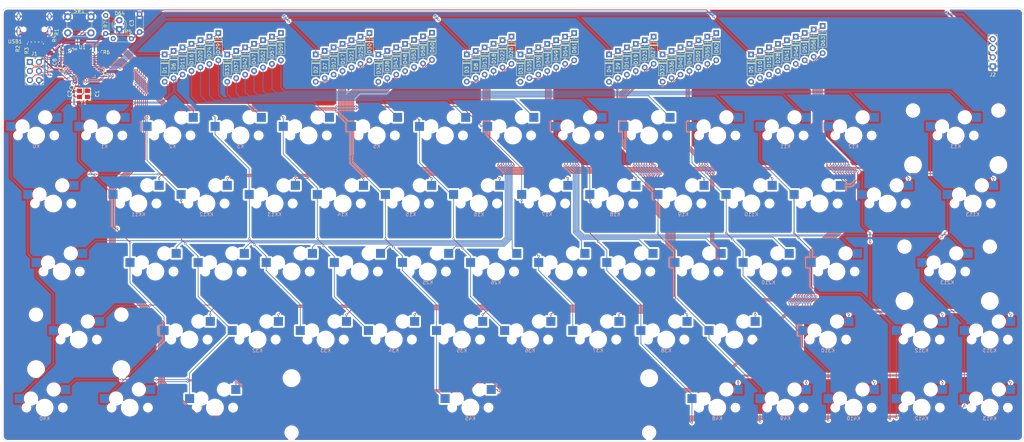
<source format=kicad_pcb>
(kicad_pcb (version 20211014) (generator pcbnew)
  (layers (0 "F.Cu" signal) (31 "B.Cu" signal) (34 "B.Paste" user) (35 "F.Paste" user) (36 "B.SilkS" user "B.Silkscreen") (37 "F.SilkS" user "F.Silkscreen") (38 "B.Mask" user) (39 "F.Mask" user) (44 "Edge.Cuts" user))
  (net 0 "")
  (net 1 "XTAL1")
  (net 2 "GND")
  (net 3 "XTAL2")
  (net 4 "VCC")
  (net 5 "Net-(C8-Pad1)")
  (net 6 "Row0")
  (net 7 "Net-(D1-Pad2)")
  (net 8 "Row1")
  (net 9 "Net-(D2-Pad2)")
  (net 10 "Row2")
  (net 11 "Net-(D3-Pad2)")
  (net 12 "Row3")
  (net 13 "Net-(D4-Pad2)")
  (net 14 "Row4")
  (net 15 "Net-(D5-Pad2)")
  (net 16 "Net-(D6-Pad2)")
  (net 17 "Net-(D7-Pad2)")
  (net 18 "Net-(D8-Pad2)")
  (net 19 "Net-(D9-Pad2)")
  (net 20 "Net-(D10-Pad2)")
  (net 21 "Net-(D11-Pad2)")
  (net 22 "Net-(D12-Pad2)")
  (net 23 "Net-(D13-Pad2)")
  (net 24 "Net-(D14-Pad2)")
  (net 25 "Net-(D15-Pad2)")
  (net 26 "Net-(D16-Pad2)")
  (net 27 "Net-(D17-Pad2)")
  (net 28 "Net-(D18-Pad2)")
  (net 29 "Net-(D19-Pad2)")
  (net 30 "Net-(D20-Pad2)")
  (net 31 "Net-(D21-Pad2)")
  (net 32 "Net-(D22-Pad2)")
  (net 33 "Net-(D23-Pad2)")
  (net 34 "Net-(D24-Pad2)")
  (net 35 "Net-(D25-Pad2)")
  (net 36 "Net-(D26-Pad2)")
  (net 37 "Net-(D27-Pad2)")
  (net 38 "Net-(D28-Pad2)")
  (net 39 "Net-(D29-Pad2)")
  (net 40 "Net-(D30-Pad2)")
  (net 41 "Net-(D31-Pad2)")
  (net 42 "Net-(D32-Pad2)")
  (net 43 "Net-(D33-Pad2)")
  (net 44 "Net-(D34-Pad2)")
  (net 45 "Net-(D35-Pad2)")
  (net 46 "Net-(D36-Pad2)")
  (net 47 "Net-(D37-Pad2)")
  (net 48 "Net-(D38-Pad2)")
  (net 49 "Net-(D39-Pad2)")
  (net 50 "Net-(D40-Pad2)")
  (net 51 "Net-(D41-Pad2)")
  (net 52 "Net-(D42-Pad2)")
  (net 53 "Net-(D43-Pad2)")
  (net 54 "Net-(D44-Pad2)")
  (net 55 "Net-(D45-Pad2)")
  (net 56 "Net-(D46-Pad2)")
  (net 57 "Net-(D47-Pad2)")
  (net 58 "Net-(D48-Pad2)")
  (net 59 "Net-(D49-Pad2)")
  (net 60 "Net-(D50-Pad2)")
  (net 61 "Net-(D51-Pad2)")
  (net 62 "Net-(D52-Pad2)")
  (net 63 "Net-(D53-Pad2)")
  (net 64 "Net-(D54-Pad2)")
  (net 65 "Net-(D55-Pad2)")
  (net 66 "Net-(D56-Pad2)")
  (net 67 "Net-(D57-Pad2)")
  (net 68 "Net-(D58-Pad2)")
  (net 69 "Net-(D59-Pad2)")
  (net 70 "Net-(D60-Pad2)")
  (net 71 "Net-(D61-Pad2)")
  (net 72 "Net-(D62-Pad2)")
  (net 73 "Net-(D63-Pad2)")
  (net 74 "MISO")
  (net 75 "SCLK")
  (net 76 "MOSI")
  (net 77 "Reset")
  (net 78 "SCL")
  (net 79 "SDA")
  (net 80 "Col0")
  (net 81 "Col1")
  (net 82 "Col2")
  (net 83 "Col3")
  (net 84 "Col4")
  (net 85 "Col5")
  (net 86 "Col6")
  (net 87 "Col7")
  (net 88 "Col8")
  (net 89 "Col9")
  (net 90 "Col10")
  (net 91 "Col11")
  (net 92 "Col12")
  (net 93 "Col13")
  (net 94 "Net-(R1-Pad1)")
  (net 95 "Net-(R2-Pad1)")
  (net 96 "Net-(R3-Pad1)")
  (net 97 "D+")
  (net 98 "Net-(R4-Pad1)")
  (net 99 "D-")
  (net 100 "Net-(R6-Pad1)")
  (net 105 "Net-(D64-Pad2)")
  (footprint "MX_Only:MXOnly-1U-Hotswap" (layer "F.Cu") (at 215.9 177.00625)
    (fp_text reference "K36")
    (fp_text value "KEYSW")
  )
  (footprint "Diode_THT:D_DO-35_SOD27_P7.62mm_Horizontal" (layer "F.Cu") (at 263 93.19 -90)
    (fp_text reference "D50")
    (fp_text value "D")
  )
  (footprint "MX_Only:MXOnly-2U-Hotswap" (layer "F.Cu") (at 334.9625 119.85625)
    (fp_text reference "K13")
    (fp_text value "KEYSW")
  )
  (footprint "MX_Only:MXOnly-1U-Hotswap" (layer "F.Cu") (at 115.8875 119.85625)
    (fp_text reference "K2")
    (fp_text value "KEYSW")
  )
  (footprint "Capacitor_SMD:C_0402_1005Metric" (layer "F.Cu") (at 85.02 99.51 180)
    (fp_text reference "C8")
    (fp_text value "1uF")
  )
  (footprint "Diode_THT:D_DO-35_SOD27_P7.62mm_Horizontal" (layer "F.Cu") (at 285.24 94.19 -90)
    (fp_text reference "D28")
    (fp_text value "D")
  )
  (footprint "Diode_THT:D_DO-35_SOD27_P7.62mm_Horizontal" (layer "F.Cu") (at 141.24 93.18 -90)
    (fp_text reference "D52")
    (fp_text value "D")
  )
  (footprint "Diode_THT:D_DO-35_SOD27_P7.62mm_Horizontal" (layer "F.Cu") (at 287.74 93.19 -90)
    (fp_text reference "D41")
    (fp_text value "D")
  )
  (footprint "Diode_THT:D_DO-35_SOD27_P7.62mm_Horizontal" (layer "F.Cu") (at 250.5 92.19 -90)
    (fp_text reference "D27")
    (fp_text value "D")
  )
  (footprint "Diode_THT:D_DO-35_SOD27_P7.62mm_Horizontal" (layer "F.Cu") (at 146.24 91.19 -90)
    (fp_text reference "D59")
    (fp_text value "D")
  )
  (footprint "Diode_THT:D_DO-35_SOD27_P7.62mm_Horizontal" (layer "F.Cu") (at 297.77 89.19 -90)
    (fp_text reference "D63")
    (fp_text value "D")
  )
  (footprint "Diode_THT:D_DO-35_SOD27_P7.62mm_Horizontal" (layer "F.Cu") (at 138.74 94.18 -90)
    (fp_text reference "D47")
    (fp_text value "D")
  )
  (footprint "Diode_THT:D_DO-35_SOD27_P7.62mm_Horizontal" (layer "F.Cu") (at 265.5 92.19 -90)
    (fp_text reference "D55")
    (fp_text value "D")
  )
  (footprint "Diode_THT:D_DO-35_SOD27_P7.62mm_Horizontal" (layer "F.Cu") (at 225.73 92.19 -90)
    (fp_text reference "D54")
    (fp_text value "D")
  )
  (footprint "Diode_THT:D_DO-35_SOD27_P7.62mm_Horizontal" (layer "F.Cu") (at 255.5 96.19 -90)
    (fp_text reference "D36")
    (fp_text value "D")
  )
  (footprint "MX_Only:MXOnly-1U-Hotswap" (layer "F.Cu") (at 201.6125 138.90625)
    (fp_text reference "K16")
    (fp_text value "KEYSW")
  )
  (footprint "MX_Only:MXOnly-1.5U-Hotswap" (layer "F.Cu") (at 339.725 138.90625)
    (fp_text reference "K113")
    (fp_text value "KEYSW")
  )
  (footprint "Diode_THT:D_DO-35_SOD27_P7.62mm_Horizontal" (layer "F.Cu") (at 243 95.19 -90)
    (fp_text reference "D14")
    (fp_text value "D")
  )
  (footprint "MX_Only:MXOnly-1U-Hotswap" (layer "F.Cu") (at 301.625 157.95625)
    (fp_text reference "K211")
    (fp_text value "KEYSW")
  )
  (footprint "Diode_THT:D_DO-35_SOD27_P7.62mm_Horizontal" (layer "F.Cu") (at 183.49 93.09 -90)
    (fp_text reference "D53")
    (fp_text value "D")
  )
  (footprint "Diode_THT:D_DO-35_SOD27_P7.62mm_Horizontal" (layer "F.Cu") (at 185.99 92.09 -90)
    (fp_text reference "D58")
    (fp_text value "D")
  )
  (footprint "Capacitor_SMD:C_0402_1005Metric" (layer "F.Cu") (at 89.45 105.07)
    (fp_text reference "C6")
    (fp_text value ".1uF")
  )
  (footprint "Capacitor_SMD:C_0402_1005Metric" (layer "F.Cu") (at 88.35 108.2 90)
    (fp_text reference "C2")
    (fp_text value "20pF")
  )
  (footprint "Diode_THT:D_DO-35_SOD27_P7.62mm_Horizontal" (layer "F.Cu") (at 123.74 93.18 -90)
    (fp_text reference "D20")
    (fp_text value "D")
  )
  (footprint "Diode_THT:D_DO-35_SOD27_P7.62mm_Horizontal" (layer "F.Cu") (at 165.99 93.19 -90)
    (fp_text reference "D21")
    (fp_text value "D")
  )
  (footprint "MX_Only:MXOnly-1U-Hotswap" (layer "F.Cu") (at 249.2375 119.85625)
    (fp_text reference "K9")
    (fp_text value "KEYSW")
  )
  (footprint "MX_Only:MXOnly-1.5U-Hotswap" (layer "F.Cu") (at 82.55 138.90625)
    (fp_text reference "KK10")
    (fp_text value "KEYSW")
  )
  (footprint "LED_THT:LED_D3.0mm_Clear" (layer "F.Cu") (at 101.05 90.125 90)
    (fp_text reference "D64")
    (fp_text value "LED")
  )
  (footprint "Capacitor_SMD:C_0402_1005Metric" (layer "F.Cu") (at 86.02 96.81 90)
    (fp_text reference "C7")
    (fp_text value ".1uF")
  )
  (footprint "Diode_THT:D_DO-35_SOD27_P7.62mm_Horizontal" (layer "F.Cu") (at 178.49 95.19 -90)
    (fp_text reference "D43")
    (fp_text value "D")
  )
  (footprint "Capacitor_SMD:C_0402_1005Metric" (layer "F.Cu") (at 96.09 102.22 -90)
    (fp_text reference "C4")
    (fp_text value ".1uF")
  )
  (footprint "MX_Only:MXOnly-1U-Hotswap" (layer "F.Cu") (at 187.325 157.95625)
    (fp_text reference "K25")
    (fp_text value "KEYSW")
  )
  (footprint "MX_Only:MXOnly-1U-Hotswap" (layer "F.Cu") (at 163.5125 138.90625)
    (fp_text reference "K14")
    (fp_text value "KEYSW")
  )
  (footprint "MX_Only:MXOnly-1U-Hotswap" (layer "F.Cu") (at 254 177.00625)
    (fp_text reference "K38")
    (fp_text value "KEYSW")
  )
  (footprint "Diode_THT:D_DO-35_SOD27_P7.62mm_Horizontal" (layer "F.Cu") (at 282.74 95.19 -90)
    (fp_text reference "D15")
    (fp_text value "D")
  )
  (footprint "Package_DFN_QFN:QFN-44-1EP_7x7mm_P0.5mm_EP5.2x5.2mm" (layer "F.Cu") (at 90.68375 99.9925)
    (fp_text reference "U1")
    (fp_text value "ATmega32U4RC-M")
  )
  (footprint "Diode_THT:D_DO-35_SOD27_P7.62mm_Horizontal" (layer "F.Cu") (at 121.24 94.18 -90)
    (fp_text reference "D16")
    (fp_text value "D")
  )
  (footprint "MX_Only:MXOnly-1U-Hotswap" (layer "F.Cu") (at 273.05 177.00625)
    (fp_text reference "K39")
    (fp_text value "KEYSW")
  )
  (footprint "MX_Only:MXOnly-1U-Hotswap" (layer "F.Cu") (at 77.7875 119.85625)
    (fp_text reference "K0")
    (fp_text value "KEYSW")
  )
  (footprint "Diode_THT:D_DO-35_SOD27_P7.62mm_Horizontal" (layer "F.Cu") (at 113.74 97.19 -90)
    (fp_text reference "D1")
    (fp_text value "D")
  )
  (footprint "Resistor_THT:R_Axial_DIN0204_L3.6mm_D1.6mm_P5.08mm_Horizontal" (layer "F.Cu") (at 99.36 92.74)
    (fp_text reference "R5")
    (fp_text value "10k")
  )
  (footprint "Diode_THT:D_DO-35_SOD27_P7.62mm_Horizontal" (layer "F.Cu") (at 228.27 91.21 -90)
    (fp_text reference "D61")
    (fp_text value "D")
  )
  (footprint "MX_Only:MXOnly-6.25U-Hotswap-ReversedStabilizers" (layer "F.Cu") (at 199.23125 196.05625)
    (fp_text reference "K45")
    (fp_text value "KEYSW")
  )
  (footprint "Diode_THT:D_DO-35_SOD27_P7.62mm_Horizontal" (layer "F.Cu") (at 277.74 97.19 -90)
    (fp_text reference "D5")
    (fp_text value "D")
  )
  (footprint "MX_Only:MXOnly-1U-Hotswap" (layer "F.Cu") (at 158.75 177.00625)
    (fp_text reference "K33")
    (fp_text value "KEYSW")
  )
  (footprint "MX_Only:MXOnly-1U-Hotswap" (layer "F.Cu") (at 149.225 157.95625)
    (fp_text reference "K23")
    (fp_text value "KEYSW")
  )
  (footprint "Diode_THT:D_DO-35_SOD27_P7.62mm_Horizontal" (layer "F.Cu") (at 143.74 92.19 -90)
    (fp_text reference "D57")
    (fp_text value "D")
  )
  (footprint "Diode_THT:D_DO-35_SOD27_P7.62mm_Horizontal" (layer "F.Cu") (at 215.73 96.19 -90)
    (fp_text reference "D35")
    (fp_text value "D")
  )
  (footprint "MX_Only:MXOnly-1U-Hotswap" (layer "F.Cu") (at 325.4375 196.05625)
    (fp_text reference "K412")
    (fp_text value "KEYSW")
  )
  (footprint "MX_Only:MXOnly-1U-Hotswap" (layer "F.Cu") (at 134.9375 119.85625)
    (fp_text reference "K3")
    (fp_text value "KEYSW")
  )
  (footprint "MX_Only:MXOnly-1U-Hotswap" (layer "F.Cu") (at 263.525 157.95625)
    (fp_text reference "K29")
    (fp_text value "KEYSW")
  )
  (footprint "Diode_THT:D_DO-35_SOD27_P7.62mm_Horizontal" (layer "F.Cu") (at 168.49 92.19 -90)
    (fp_text reference "D25")
    (fp_text value "D")
  )
  (footprint "Diode_THT:D_DO-35_SOD27_P7.62mm_Horizontal" (layer "F.Cu") (at 126.24 92.19 -90)
    (fp_text reference "D24")
    (fp_text value "D")
  )
  (footprint "Diode_THT:D_DO-35_SOD27_P7.62mm_Horizontal" (layer "F.Cu") (at 203.23 95.18 -90)
    (fp_text reference "D13")
    (fp_text value "D")
  )
  (footprint "Type-C:HRO-TYPE-C-31-M-12-Assembly" (layer "F.Cu") (at 77.19 83.92375 180)
    (fp_text reference "USB1")
    (fp_text value "HRO-TYPE-C-31-M-12")
  )
  (footprint "Connector_PinHeader_2.54mm:PinHeader_1x04_P2.54mm_Vertical" (layer "F.Cu") (at 345.32 100.51 180)
    (fp_text reference "J2")
    (fp_text value "Conn_01x04")
  )
  (footprint "Diode_THT:D_DO-35_SOD27_P7.62mm_Horizontal" (layer "F.Cu") (at 155.98 97.19 -90)
    (fp_text reference "D2")
    (fp_text value "D")
  )
  (footprint "Capacitor_SMD:C_0402_1005Metric" (layer "F.Cu") (at 93.71 108.19 -90)
    (fp_text reference "C1")
    (fp_text value "20pF")
  )
  (footprint "MX_Only:MXOnly-1U-Hotswap" (layer "F.Cu") (at 173.0375 119.85625)
    (fp_text reference "K5")
    (fp_text value "KEYSW")
  )
  (footprint "MX_Only:MXOnly-1.25U-Hotswap" (layer "F.Cu") (at 103.98125 196.05625)
    (fp_text reference "K41")
    (fp_text value "KEYSW")
  )
  (footprint "Diode_THT:D_DO-35_SOD27_P7.62mm_Horizontal" (layer "F.Cu") (at 175.99 96.19 -90)
    (fp_text reference "D38")
    (fp_text value "D")
  )
  (footprint "Diode_THT:D_DO-35_SOD27_P7.62mm_Horizontal" (layer "F.Cu") (at 218.23 95.19 -90)
    (fp_text reference "D39")
    (fp_text value "D")
  )
  (footprint "Diode_THT:D_DO-35_SOD27_P7.62mm_Horizontal" (layer "F.Cu") (at 290.24 92.19 -90)
    (fp_text reference "D46")
    (fp_text value "D")
  )
  (footprint "MX_Only:MXOnly-1U-Hotswap" (layer "F.Cu") (at 120.65 177.00625)
    (fp_text reference "K31")
    (fp_text value "KEYSW")
  )
  (footprint "Diode_THT:D_DO-35_SOD27_P7.62mm_Horizontal" (layer "F.Cu") (at 158.49 96.19 -90)
    (fp_text reference "D7")
    (fp_text value "D")
  )
  (footprint "Connector_PinHeader_2.54mm:PinHeader_2x03_P2.54mm_Vertical" (layer "F.Cu") (at 76.04 99.28)
    (fp_text reference "J1")
    (fp_text value "ICSP")
  )
  (footprint "Diode_THT:D_DO-35_SOD27_P7.62mm_Horizontal" (layer "F.Cu") (at 280.24 96.19 -90)
    (fp_text reference "D10")
    (fp_text value "D")
  )
  (footprint "Diode_THT:D_DO-35_SOD27_P7.62mm_Horizontal" (layer "F.Cu") (at 198.22 97.17 -90)
    (fp_text reference "D3")
    (fp_text value "D")
  )
  (footprint "Diode_THT:D_DO-35_SOD27_P7.62mm_Horizontal" (layer "F.Cu") (at 205.73 94.18 -90)
    (fp_text reference "D18")
    (fp_text value "D")
  )
  (footprint "Diode_THT:D_DO-35_SOD27_P7.62mm_Horizontal" (layer "F.Cu") (at 128.74 91.19 -90)
    (fp_text reference "D29")
    (fp_text value "D")
  )
  (footprint "Diode_THT:D_DO-35_SOD27_P7.62mm_Horizontal" (layer "F.Cu") (at 238 97.19 -90)
    (fp_text reference "D4")
    (fp_text value "D")
  )
  (footprint "Resistor_SMD:R_0402_1005Metric" (layer "F.Cu") (at 75.94 93.67 -90)
    (fp_text reference "R2")
    (fp_text value "5.1k")
  )
  (footprint "MX_Only:MXOnly-1U-Hotswap" (layer "F.Cu") (at 130.175 157.95625)
    (fp_text reference "K22")
    (fp_text value "KEYSW")
  )
  (footprint "Diode_THT:D_DO-35_SOD27_P7.62mm_Horizontal" (layer "F.Cu") (at 160.99 95.19 -90)
    (fp_text reference "D12")
    (fp_text value "D")
  )
  (footprint "MX_Only:MXOnly-1U-Hotswap" (layer "F.Cu") (at 182.5625 138.90625)
    (fp_text reference "K15")
    (fp_text value "KEYSW")
  )
  (footprint "Diode_THT:D_DO-35_SOD27_P7.62mm_Horizontal" (layer "F.Cu") (at 240.5 96.2 -90)
    (fp_text reference "D9")
    (fp_text value "D")
  )
  (footprint "Diode_THT:D_DO-35_SOD27_P7.62mm_Horizontal" (layer "F.Cu") (at 258 95.19 -90)
    (fp_text reference "D40")
    (fp_text value "D")
  )
  (footprint "Diode_THT:D_DO-35_SOD27_P7.62mm_Horizontal" (layer "F.Cu") (at 136.24 95.19 -90)
    (fp_text reference "D42")
    (fp_text value "D")
  )
  (footprint "MX_Only:MXOnly-1U-Hotswap" (layer "F.Cu") (at 168.275 157.95625)
    (fp_text reference "K24")
    (fp_text value "KEYSW")
  )
  (footprint "MX_Only:MXOnly-1U-Hotswap" (layer "F.Cu") (at 287.3375 119.85625)
    (fp_text reference "K11")
    (fp_text value "KEYSW")
  )
  (footprint "Diode_THT:D_DO-35_SOD27_P7.62mm_Horizontal" (layer "F.Cu") (at 248 93.19 -90)
    (fp_text reference "D23")
    (fp_text value "D")
  )
  (footprint "MX_Only:MXOnly-1.75U-Hotswap" (layer "F.Cu") (at 299.24375 177.00625)
    (fp_text reference "K310")
    (fp_text value "KEYSW")
  )
  (footprint "MX_Only:MXOnly-1U-Hotswap" (layer "F.Cu") (at 192.0875 119.85625)
    (fp_text reference "K6")
    (fp_text value "KEYSW")
  )
  (footprint "MX_Only:MXOnly-1.75U-Hotswap" (layer "F.Cu") (at 84.93125 157.95625)
    (fp_text reference "K20")
    (fp_text value "KEYSW")
  )
  (footprint "Resistor_SMD:R_0402_1005Metric" (layer "F.Cu") (at 77.98 93.68 -90)
    (fp_text reference "R4")
    (fp_text value "22")
  )
  (footprint "MX_Only:MXOnly-1U-Hotswap" (layer "F.Cu") (at 230.1875 119.85625)
    (fp_text reference "K8")
    (fp_text value "KEYSW")
  )
  (footprint "MX_Only:MXOnly-1U-Hotswap" (layer "F.Cu") (at 225.425 157.95625)
    (fp_text reference "K27")
    (fp_text value "KEYSW")
  )
  (footprint "Diode_THT:D_DO-35_SOD27_P7.62mm_Horizontal" (layer "F.Cu") (at 200.73 96.19 -90)
    (fp_text reference "D8")
    (fp_text value "D")
  )
  (footprint "Diode_THT:D_DO-35_SOD27_P7.62mm_Horizontal" (layer "F.Cu") (at 188.49 91.09 -90)
    (fp_text reference "D60")
    (fp_text value "D")
  )
  (footprint "Diode_THT:D_DO-35_SOD27_P7.62mm_Horizontal" (layer "F.Cu") (at 131.24 97.19 -90)
    (fp_text reference "D33")
    (fp_text value "D")
  )
  (footprint "Diode_THT:D_DO-35_SOD27_P7.62mm_Horizontal" (layer "F.Cu") (at 116.24 96.19 -90)
    (fp_text reference "D6")
    (fp_text value "D")
  )
  (footprint "Button_Switch_THT:SW_PUSH_6mm" (layer "F.Cu") (at 86.64 86.63)
    (fp_text reference "SW1")
    (fp_text value "SW_Push")
  )
  (footprint "MX_Only:MXOnly-1U-Hotswap" (layer "F.Cu") (at 234.95 177.00625)
    (fp_text reference "K37")
    (fp_text value "KEYSW")
  )
  (footprint "MX_Only:MXOnly-1U-Hotswap" (layer "F.Cu") (at 296.8625 138.90625)
    (fp_text reference "K111")
    (fp_text value "KEYSW")
  )
  (footprint "Capacitor_SMD:C_0402_1005Metric" (layer "F.Cu") (at 85.03 100.5 180)
    (fp_text reference "C5")
    (fp_text value ".1uF")
  )
  (footprint "Diode_THT:D_DO-35_SOD27_P7.62mm_Horizontal" (layer "F.Cu") (at 208.23 93.18 -90)
    (fp_text reference "D22")
    (fp_text value "D")
  )
  (footprint "MX_Only:MXOnly-1U-Hotswap" (layer "F.Cu") (at 220.6625 138.90625)
    (fp_text reference "K17")
    (fp_text value "KEYSW")
  )
  (footprint "Diode_THT:D_DO-35_SOD27_P7.62mm_Horizontal" (layer "F.Cu") (at 118.74 95.19 -90)
    (fp_text reference "D11")
    (fp_text value "D")
  )
  (footprint "MX_Only:MXOnly-1U-Hotswap" (layer "F.Cu") (at 344.4875 177.00625)
    (fp_text reference "K313")
    (fp_text value "KEYSW")
  )
  (footprint "MX_Only:MXOnly-1U-Hotswap" (layer "F.Cu") (at 106.3625 138.90625)
    (fp_text reference "KK11")
    (fp_text value "KEYSW")
  )
  (footprint "MX_Only:MXOnly-1U-Hotswap" (layer "F.Cu") (at 344.4875 196.05625)
    (fp_text reference "K413")
    (fp_text value "KEYSW")
  )
  (footprint "MX_Only:MXOnly-1U-Hotswap" (layer "F.Cu") (at 211.1375 119.85625)
    (fp_text reference "K7")
    (fp_text value "KEYSW")
  )
  (footprint "Diode_THT:D_DO-35_SOD27_P7.62mm_Horizontal" (layer "F.Cu") (at 180.99 94.2 -90)
    (fp_text reference "D48")
    (fp_text value "D")
  )
  (footprint "MX_Only:MXOnly-2.25U-Hotswap" (layer "F.Cu") (at 332.58125 157.95625)
    (fp_text reference "K213")
    (fp_text value "KEYSW")
  )
  (footprint "Resistor_SMD:R_0402_1005Metric" (layer "F.Cu") (at 95.5 96.51 90)
    (fp_text reference "R6")
    (fp_text value "10k")
  )
  (footprint "MX_Only:MXOnly-1U-Hotswap" (layer "F.Cu") (at 315.9125 138.90625)
    (fp_text reference "K112")
    (fp_text value "KEYSW")
  )
  (footprint "MX_Only:MXOnly-2.25U-Hotswap" (layer "F.Cu") (at 89.69375 177.00625)
    (fp_text reference "K30")
    (fp_text value "KEYSW")
  )
  (footprint "MX_Only:MXOnly-1U-Hotswap" (layer "F.Cu") (at 282.575 157.95625)
    (fp_text reference "K210")
    (fp_text value "KEYSW")
  )
  (footprint "Diode_THT:D_DO-35_SOD27_P7.62mm_Horizontal" (layer "F.Cu") (at 210.73 92.18 -90)
    (fp_text reference "D26")
    (fp_text value "D")
  )
  (footprint "Diode_THT:D_DO-35_SOD27_P7.62mm_Horizontal" (layer "F.Cu") (at 170.99 91.19 -90)
    (fp_text reference "D30")
    (fp_text value "D")
  )
  (footprint "Resistor_SMD:R_0402_1005Metric" (layer "F.Cu") (at 76.95 93.68 -90)
    (fp_text reference "R3")
    (fp_text value "22")
  )
  (footprint "MX_Only:MXOnly-1U-Hotswap" (layer "F.Cu") (at 177.8 177.00625)
    (fp_text reference "K34")
    (fp_text value "KEYSW")
  )
  (footprint "Diode_THT:D_DO-35_SOD27_P7.62mm_Horizontal" (layer "F.Cu") (at 268 91.18 -90)
    (fp_text reference "D62")
    (fp_text value "D")
  )
  (footprint "MX_Only:MXOnly-1U-Hotswap" (layer "F.Cu") (at 96.8375 119.85625)
    (fp_text reference "K1")
    (fp_text value "KEYSW")
  )
  (footprint "Diode_THT:D_DO-35_SOD27_P7.62mm_Horizontal" (layer "F.Cu") (at 253 97.19 -90)
    (fp_text reference "D32")
    (fp_text value "D")
  )
  (footprint "Diode_THT:D_DO-35_SOD27_P7.62mm_Horizontal" (layer "F.Cu") (at 295.25 90.19 -90)
    (fp_text reference "D56")
    (fp_text value "D")
  )
  (footprint "MX_Only:MXOnly-1U-Hotswap" (layer "F.Cu") (at 153.9875 119.85625)
    (fp_text reference "K4")
    (fp_text value "KEYSW")
  )
  (footprint "Diode_THT:D_DO-35_SOD27_P7.62mm_Horizontal" (layer "F.Cu") (at 213.23 97.19 -90)
    (fp_text reference "D31")
    (fp_text value "D")
  )
  (footprint "MX_Only:MXOnly-1U-Hotswap" (layer "F.Cu") (at 139.7 177.00625)
    (fp_text reference "K32")
    (fp_text value "KEYSW")
  )
  (footprint "Diode_THT:D_DO-35_SOD27_P7.62mm_Horizontal" (layer "F.Cu") (at 245.5 94.19 -90)
    (fp_text reference "D19")
    (fp_text value "D")
  )
  (footprint "Diode_THT:D_DO-35_SOD27_P7.62mm_Horizontal" (layer "F.Cu") (at 223.23 93.19 -90)
    (fp_text reference "D49")
    (fp_text value "D")
  )
  (footprint "MX_Only:MXOnly-1U-Hotswap" (layer "F.Cu") (at 306.3875 196.05625)
    (fp_text reference "K410")
    (fp_text value "KEYSW")
  )
  (footprint "MX_Only:MXOnly-1U-Hotswap" (layer "F.Cu") (at 244.475 157.95625)
    (fp_text reference "K28")
    (fp_text value "KEYSW")
  )
  (footprint "MX_Only:MXOnly-1U-Hotswap" (layer "F.Cu") (at 111.125 157.95625)
    (fp_text reference "K21")
    (fp_text value "KEYSW")
  )
  (footprint "Diode_THT:D_DO-35_SOD27_P7.62mm_Horizontal" (layer "F.Cu") (at 173.49 97.19 -90)
    (fp_text reference "D34")
    (fp_text value "D")
  )
  (footprint "MX_Only:MXOnly-1U-Hotswap" (layer "F.Cu") (at 239.7125 138.90625)
    (fp_text reference "K18")
    (fp_text value "KEYSW")
  )
  (footprint "MX_Only:MXOnly-1U-Hotswap" (layer "F.Cu") (at 287.3375 196.05625)
    (fp_text reference "K49")
    (fp_text value "KEYSW")
  )
  (footprint "Diode_THT:D_DO-35_SOD27_P7.62mm_Horizontal" (layer "F.Cu") (at 163.49 94.19 -90)
    (fp_text reference "D17")
    (fp_text value "D")
  )
  (footprint "MX_Only:MXOnly-1U-Hotswap" (layer "F.Cu") (at 125.4125 138.90625)
    (fp_text reference "KK12")
    (fp_text value "KEYSW")
  )
  (footprint "MX_Only:MXOnly-1.25U-Hotswap" (layer "F.Cu") (at 127.79375 196.05625)
    (fp_text reference "K42")
    (fp_text value "KEYSW")
  )
  (footprint "Resistor_THT:R_Axial_DIN0204_L3.6mm_D1.6mm_P5.08mm_Horizontal" (layer "F.Cu") (at 97.24 91.32 90)
    (fp_text reference "R7")
    (fp_text value "220")
  )
  (footprint "MX_Only:MXOnly-1U-Hotswap" (layer "F.Cu") (at 258.7625 138.90625)
    (fp_text reference "K19")
    (fp_text value "KEYSW")
  )
  (footprint "MX_Only:MXOnly-1U-Hotswap" (layer "F.Cu") (at 268.2875 196.05625)
    (fp_text reference "K48")
    (fp_text value "KEYSW")
  )
  (footprint "MX_Only:MXOnly-1U-Hotswap" (layer "F.Cu") (at 196.85 177.00625)
    (fp_text reference "K35")
    (fp_text value "KEYSW")
  )
  (footprint "MX_Only:MXOnly-1U-Hotswap" (layer "F.Cu") (at 206.375 157.95625)
    (fp_text reference "K26")
    (fp_text value "KEYSW")
  )
  (footprint "MX_Only:MXOnly-1.25U-Hotswap" (layer "F.Cu") (at 80.16875 196.05625)
    (fp_text reference "K40")
    (fp_text value "KEYSW")
  )
  (footprint "Diode_THT:D_DO-35_SOD27_P7.62mm_Horizontal" (layer "F.Cu") (at 220.73 94.2 -90)
    (fp_text reference "D44")
    (fp_text value "D")
  )
  (footprint "MX_Only:MXOnly-1U-Hotswap" (layer "F.Cu") (at 325.4375 177.00625)
    (fp_text reference "K312")
    (fp_text value "KEYSW")
  )
  (footprint "MX_Only:MXOnly-1U-Hotswap" (layer "F.Cu") (at 306.3875 119.85625)
    (fp_text reference "K12")
    (fp_text value "KEYSW")
  )
  (footprint "Crystal:Crystal_SMD_3225-4Pin_3.2x2.5mm" (layer "F.Cu") (at 91.03 108.2 180)
    (fp_text reference "Y1")
    (fp_text value "Crystal")
  )
  (footprint "Diode_THT:D_DO-35_SOD27_P7.62mm_Horizontal" (layer "F.Cu") (at 133.74 96.19 -90)
    (fp_text reference "D37")
    (fp_text value "D")
  )
  (footprint "Resistor_SMD:R_0402_1005Metric" (layer "F.Cu") (at 79.02 93.67 -90)
    (fp_text reference "R1")
    (fp_text value "5.1k")
  )
  (footprint "Diode_THT:D_DO-35_SOD27_P7.62mm_Horizontal" (layer "F.Cu") (at 260.5 94.19 -90)
    (fp_text reference "D45")
    (fp_text value "D")
  )
  (footprint "Diode_THT:D_DO-35_SOD27_P7.62mm_Horizontal" (layer "F.Cu") (at 292.74 91.19 -90)
    (fp_text reference "D51")
    (fp_text value "D")
  )
  (footprint "MX_Only:MXOnly-1U-Hotswap" (layer "F.Cu") (at 268.2875 119.85625)
    (fp_text reference "K10")
    (fp_text value "KEYSW")
  )
  (footprint "MX_Only:MXOnly-1U-Hotswap" (layer "F.Cu") (at 144.4625 138.90625)
    (fp_text reference "KK13")
    (fp_text value "KEYSW")
  )
  (footprint "Capacitor_THT:C_Disc_D4.3mm_W1.9mm_P5.00mm" (layer "F.Cu") (at 106.73 90.9 90)
    (fp_text reference "C3")
    (fp_text value "4.7uF")
  )
  (footprint "MX_Only:MXOnly-1U-Hotswap" (layer "F.Cu") (at 277.8125 138.90625)
    (fp_text reference "K110")
    (fp_text value "KEYSW")
  )
  (gr_arc (start 354.0125 203.99375) (mid 353.547532 205.116282) (end 352.425 205.58125) (layer "Edge.Cuts") (width 0.1))
  (gr_arc (start 68.2625 85.725) (mid 68.727468 84.602468) (end 69.85 84.1375) (layer "Edge.Cuts") (width 0.1))
  (gr_line (start 352.425 205.58125) (end 69.85 205.58125) (layer "Edge.Cuts") (width 0.1))
  (gr_arc (start 352.425 84.1375) (mid 353.547532 84.602468) (end 354.0125 85.725) (layer "Edge.Cuts") (width 0.1))
  (gr_line (start 354.0125 85.725) (end 354.0125 203.99375) (layer "Edge.Cuts") (width 0.1))
  (gr_arc (start 69.85 205.58125) (mid 68.727468 205.116282) (end 68.2625 203.99375) (layer "Edge.Cuts") (width 0.1))
  (gr_line (start 68.2625 203.99375) (end 68.2625 85.725) (layer "Edge.Cuts") (width 0.1))
  (gr_line (start 69.85 84.1375) (end 352.425 84.1375) (layer "Edge.Cuts") (width 0.1))
  (segment (start 92.13 107.35) (end 92.13 106.87) (width 0.2) (layer "F.Cu") (net 1))
  (segment (start 90.68375 104.079404) (end 90.68375 103.33) (width 0.2) (layer "F.Cu") (net 1))
  (segment (start 92.13 106.87) (end 90.92 105.66) (width 0.2) (layer "F.Cu") (net 1))
  (segment (start 93.35 107.35) (end 93.71 107.71) (width 0.2) (layer "F.Cu") (net 1))
  (segment (start 90.92 105.66) (end 90.92 104.315654) (width 0.2) (layer "F.Cu") (net 1))
  (segment (start 92.13 107.35) (end 93.35 107.35) (width 0.2) (layer "F.Cu") (net 1))
  (segment (start 90.92 104.315654) (end 90.68375 104.079404) (width 0.2) (layer "F.Cu") (net 1))
  (segment (start 93.33 109.05) (end 93.71 108.67) (width 0.2) (layer "F.Cu") (net 2))
  (segment (start 88.68375 95.73375) (end 88.68375 96.655) (width 0.2) (layer "F.Cu") (net 2))
  (segment (start 83.76 100.49) (end 83.77 100.5) (width 0.2) (layer "F.Cu") (net 2))
  (segment (start 84.3 100.5) (end 84.55 100.5) (width 0.2) (layer "F.Cu") (net 2))
  (segment (start 83.77 100.5) (end 84.55 100.5) (width 0.2) (layer "F.Cu") (net 2))
  (segment (start 89.68375 100.9925) (end 90.68375 99.9925) (width 0.2) (layer "F.Cu") (net 2))
  (segment (start 88.68375 97.9925) (end 90.68375 99.9925) (width 0.2) (layer "F.Cu") (net 2))
  (segment (start 96.15 96.02) (end 96.13 96) (width 0.2) (layer "F.Cu") (net 2))
  (segment (start 79.02 94.18) (end 79.8 94.18) (width 0.2) (layer "F.Cu") (net 2))
  (segment (start 94.02125 102.4925) (end 94.02375 102.49) (width 0.254) (layer "F.Cu") (net 2))
  (segment (start 87.34625 99.4925) (end 86.414075 99.4925) (width 0.2) (layer "F.Cu") (net 2))
  (segment (start 83.99 99.51) (end 83.95 99.47) (width 0.2) (layer "F.Cu") (net 2))
  (segment (start 96.638514 102.301486) (end 96.24 102.7) (width 0.254) (layer "F.Cu") (net 2))
  (segment (start 89.68375 103.33) (end 89.68375 100.9925) (width 0.2) (layer "F.Cu") (net 2))
  (segment (start 95.88 102.49) (end 96.09 102.7) (width 0.254) (layer "F.Cu") (net 2))
  (segment (start 89.93 105.07) (end 89.68375 104.82375) (width 0.2) (layer "F.Cu") (net 2))
  (segment (start 94.02375 102.49) (end 95.88 102.49) (width 0.254) (layer "F.Cu") (net 2))
  (segment (start 96.13 96) (end 95.5 96) (width 0.2) (layer "F.Cu") (net 2))
  (segment (start 88.72 107.35) (end 88.35 107.72) (width 0.2) (layer "F.Cu") (net 2))
  (segment (start 90.18375 99.4925) (end 90.68375 99.9925) (width 0.2) (layer "F.Cu") (net 2))
  (segment (start 96.24 102.7) (end 96.09 102.7) (width 0.254) (layer "F.Cu") (net 2))
  (segment (start 87.7 107.7) (end 87.72 107.72) (width 0.2) (layer "F.Cu") (net 2))
  (segment (start 83.52 98.90048) (end 83.52 99.72) (width 0.2) (layer "F.Cu") (net 2))
  (segment (start 88.68375 96.655) (end 88.68375 97.9925) (width 0.2) (layer "F.Cu") (net 2))
  (segment (start 94.4 108.68) (end 94.39 108.67) (width 0.2) (layer "F.Cu") (net 2))
  (segment (start 75.94 94.18) (end 75.309989 94.18) (width 0.2) (layer "F.Cu") (net 2))
  (segment (start 88.6 95.65) (end 88.68375 95.73375) (width 0.2) (layer "F.Cu") (net 2))
  (segment (start 93 95.6027) (end 92.68375 95.91895) (width 0.2) (layer "F.Cu") (net 2))
  (segment (start 83.52 99.72) (end 84.3 100.5) (width 0.2) (layer "F.Cu") (net 2))
  (segment (start 94.39 108.67) (end 93.71 108.67) (width 0.2) (layer "F.Cu") (net 2))
  (segment (start 87.34625 99.4925) (end 90.18375 99.4925) (width 0.2) (layer "F.Cu") (net 2))
  (segment (start 92.68375 95.91895) (end 92.68375 96.655) (width 0.2) (layer "F.Cu") (net 2))
  (segment (start 86.02 96.33) (end 85.42 96.33) (width 0.2) (layer "F.Cu") (net 2))
  (segment (start 86.414075 99.4925) (end 85.822055 98.90048) (width 0.2) (layer "F.Cu") (net 2))
  (segment (start 89.92098 105.684975) (end 89.93 105.675955) (width 0.2) (layer "F.Cu") (net 2))
  (segment (start 89.68375 104.82375) (end 89.68375 103.33) (width 0.2) (layer "F.Cu") (net 2))
  (segment (start 85.822055 98.90048) (end 83.52 98.90048) (width 0.2) (layer "F.Cu") (net 2))
  (segment (start 87.72 107.72) (end 88.35 107.72) (width 0.2) (layer "F.Cu") (net 2))
  (segment (start 86.052445 96.362445) (end 86.02 96.33) (width 0.2) (layer "F.Cu") (net 2))
  (segment (start 89.93 105.675955) (end 89.93 105.07) (width 0.2) (layer "F.Cu") (net 2))
  (segment (start 89.93 107.35) (end 88.72 107.35) (width 0.2) (layer "F.Cu") (net 2))
  (segment (start 84.54 99.51) (end 83.99 99.51) (width 0.2) (layer "F.Cu") (net 2))
  (segment (start 87.012508 96.312492) (end 86.962555 96.362445) (width 0.2) (layer "F.Cu") (net 2))
  (segment (start 92.13 109.05) (end 93.33 109.05) (width 0.2) (layer "F.Cu") (net 2))
  (segment (start 85.42 96.33) (end 85.4 96.31) (width 0.2) (layer "F.Cu") (net 2))
  (segment (start 86.962555 96.362445) (end 86.052445 96.362445) (width 0.2) (layer "F.Cu") (net 2))
  (via (at 89.92098 105.684975) (size 0.6) (drill 0.3) (layers "F.Cu" "B.Cu") (net 2))
  (via (at 75.309989 94.18) (size 0.6) (drill 0.3) (layers "F.Cu" "B.Cu") (net 2))
  (via (at 85.4 96.31) (size 0.6) (drill 0.3) (layers "F.Cu" "B.Cu") (net 2))
  (via (at 88.6 95.65) (size 0.6) (drill 0.3) (layers "F.Cu" "B.Cu") (net 2))
  (via (at 96.15 96.02) (size 0.6) (drill 0.3) (layers "F.Cu" "B.Cu") (net 2))
  (via (at 87.7 107.7) (size 0.6) (drill 0.3) (layers "F.Cu" "B.Cu") (net 2))
  (via (at 83.76 100.49) (size 0.6) (drill 0.3) (layers "F.Cu" "B.Cu") (net 2))
  (via (at 79.8 94.18) (size 0.6) (drill 0.3) (layers "F.Cu" "B.Cu") (net 2))
  (via (at 93 95.6027) (size 0.6) (drill 0.3) (layers "F.Cu" "B.Cu") (net 2))
  (via (at 83.95 99.47) (size 0.6) (drill 0.3) (layers "F.Cu" "B.Cu") (net 2))
  (via (at 96.638514 102.301486) (size 0.6) (drill 0.3) (layers "F.Cu" "B.Cu") (net 2))
  (via (at 87.012508 96.312492) (size 0.6) (drill 0.3) (layers "F.Cu" "B.Cu") (net 2))
  (via (at 94.4 108.68) (size 0.6) (drill 0.3) (layers "F.Cu" "B.Cu") (net 2))
  (segment (start 87.012508 96.312492) (end 87.675 95.65) (width 0.2) (layer "B.Cu") (net 2))
  (segment (start 87.675 95.65) (end 88.6 95.65) (width 0.2) (layer "B.Cu") (net 2))
  (segment (start 89.93 109.05) (end 88.72 109.05) (width 0.2) (layer "F.Cu") (net 3))
  (segment (start 90.18375 104.32375) (end 90.52048 104.66048) (width 0.2) (layer "F.Cu") (net 3))
  (segment (start 90.18375 103.33) (end 90.18375 104.32375) (width 0.2) (layer "F.Cu") (net 3))
  (segment (start 90.03 109.05) (end 91.12 107.96) (width 0.2) (layer "F.Cu") (net 3))
  (segment (start 91.12 107.96) (end 91.12 106.425006) (width 0.2) (layer "F.Cu") (net 3))
  (segment (start 90.52048 104.66048) (end 90.52048 105.825486) (width 0.2) (layer "F.Cu") (net 3))
  (segment (start 90.52048 105.825486) (end 91.12 106.425006) (width 0.2) (layer "F.Cu") (net 3))
  (segment (start 88.72 109.05) (end 88.35 108.68) (width 0.2) (layer "F.Cu") (net 3))
  (segment (start 89.93 109.05) (end 90.03 109.05) (width 0.2) (layer "F.Cu") (net 3))
  (segment (start 96.41 101.74) (end 96.09 101.74) (width 0.254) (layer "F.Cu") (net 4))
  (segment (start 86.7225 97.9925) (end 86.02 97.29) (width 0.2) (layer "F.Cu") (net 4))
  (segment (start 83.137914 96.172086) (end 83.647914 96.682086) (width 0.4064) (layer "F.Cu") (net 4))
  (segment (start 332.625 85.263981) (end 337.464239 90.10322) (width 0.4064) (layer "F.Cu") (net 4))
  (segment (start 89.18375 104.85625) (end 88.97 105.07) (width 0.254) (layer "F.Cu") (net 4))
  (segment (start 84.77 94.88) (end 86.92 94.88) (width 0.254) (layer "F.Cu") (net 4))
  (segment (start 85.51 101.201087) (end 85.51 100.5) (width 0.2) (layer "F.Cu") (net 4))
  (segment (start 88.23935 105.313117) (end 88.482467 105.07) (width 0.254) (layer "F.Cu") (net 4))
  (segment (start 74.607289 94.471074) (end 74.607289 92.746461) (width 0.4064) (layer "F.Cu") (net 4))
  (segment (start 79.64 92.674172) (end 83.137914 96.172086) (width 0.4064) (layer "F.Cu") (net 4))
  (segment (start 79.64 98.25) (end 76.272711 94.882711) (width 0.4064) (layer "F.Cu") (net 4))
  (segment (start 83.647914 96.682086) (end 84.255828 97.29) (width 0.4064) (layer "F.Cu") (net 4))
  (segment (start 85.5175 100.4925) (end 85.51 100.5) (width 0.254) (layer "F.Cu") (net 4))
  (segment (start 78.58 99.28) (end 79.61 98.25) (width 0.4064) (layer "F.Cu") (net 4))
  (segment (start 85.410846 101.300241) (end 85.298376 101.412711) (width 0.4064) (layer "F.Cu") (net 4))
  (segment (start 74.74 92.61375) (end 74.74 91.61875) (width 0.4064) (layer "F.Cu") (net 4))
  (segment (start 96.7 101.45) (end 96.41 101.74) (width 0.254) (layer "F.Cu") (net 4))
  (segment (start 85.410846 101.300241) (end 85.51 101.201087) (width 0.2) (layer "F.Cu") (net 4))
  (segment (start 82.802711 101.412711) (end 79.64 98.25) (width 0.4064) (layer "F.Cu") (net 4))
  (segment (start 95.855 101.975) (end 94.03875 101.975) (width 0.254) (layer "F.Cu") (net 4))
  (segment (start 337.464239 90.114239) (end 345.32 97.97) (width 0.4064) (layer "F.Cu") (net 4))
  (segment (start 84.77 94.88) (end 84.43 94.88) (width 0.4064) (layer "F.Cu") (net 4))
  (segment (start 337.464239 90.10322) (end 337.464239 90.114239) (width 0.4064) (layer "F.Cu") (net 4))
  (segment (start 94.03875 101.975) (end 94.02125 101.9925) (width 0.254) (layer "F.Cu") (net 4))
  (segment (start 89.18375 103.33) (end 89.18375 104.85625) (width 0.254) (layer "F.Cu") (net 4))
  (segment (start 75.018926 94.882711) (end 74.607289 94.471074) (width 0.4064) (layer "F.Cu") (net 4))
  (segment (start 84.43 94.88) (end 83.137914 96.172086) (width 0.4064) (layer "F.Cu") (net 4))
  (segment (start 88.482467 105.07) (end 88.97 105.07) (width 0.254) (layer "F.Cu") (net 4))
  (segment (start 79.61 98.25) (end 79.64 98.25) (width 0.4064) (layer "F.Cu") (net 4))
  (segment (start 93.23875 96.6) (end 93.18375 96.655) (width 0.2) (layer "F.Cu") (net 4))
  (segment (start 87.34625 100.4925) (end 85.5175 100.4925) (width 0.254) (layer "F.Cu") (net 4))
  (segment (start 88.18375 96.14375) (end 88.18375 96.655) (width 0.254) (layer "F.Cu") (net 4))
  (segment (start 86.92 94.88) (end 88.18375 96.14375) (width 0.254) (layer "F.Cu") (net 4))
  (segment (start 74.607289 92.746461) (end 74.74 92.61375) (width 0.4064) (layer "F.Cu") (net 4))
  (segment (start 79.64 91.61875) (end 79.64 92.674172) (width 0.4064) (layer "F.Cu") (net 4))
  (segment (start 87.34625 97.9925) (end 86.7225 97.9925) (width 0.2) (layer "F.Cu") (net 4))
  (segment (start 76.272711 94.882711) (end 75.018926 94.882711) (width 0.4064) (layer "F.Cu") (net 4))
  (segment (start 85.298376 101.412711) (end 82.802711 101.412711) (width 0.4064) (layer "F.Cu") (net 4))
  (segment (start 96.09 101.74) (end 95.855 101.975) (width 0.254) (layer "F.Cu") (net 4))
  (segment (start 94.1 96.6) (end 93.23875 96.6) (width 0.2) (layer "F.Cu") (net 4))
  (segment (start 84.255828 97.29) (end 86.02 97.29) (width 0.4064) (layer "F.Cu") (net 4))
  (via (at 88.23935 105.313117) (size 0.6) (drill 0.3) (layers "F.Cu" "B.Cu") (net 4))
  (via (at 332.625 85.263981) (size 0.6) (drill 0.3) (layers "F.Cu" "B.Cu") (net 4))
  (via (at 85.410846 101.300241) (size 0.6) (drill 0.3) (layers "F.Cu" "B.Cu") (net 4))
  (via (at 84.77 94.88) (size 0.6) (drill 0.3) (layers "F.Cu" "B.Cu") (net 4))
  (via (at 94.1 96.6) (size 0.6) (drill 0.3) (layers "F.Cu" "B.Cu") (net 4))
  (via (at 96.7 101.45) (size 0.6) (drill 0.3) (layers "F.Cu" "B.Cu") (net 4))
  (segment (start 96.7 101.45) (end 95.53 101.45) (width 0.4064) (layer "B.Cu") (net 4))
  (segment (start 104.89 92.74) (end 106.73 90.9) (width 0.4064) (layer "B.Cu") (net 4))
  (segment (start 84.77 95.469422) (end 84.770289 95.469711) (width 0.4064) (layer "B.Cu") (net 4))
  (segment (start 86.015922 93.714078) (end 94.845922 93.714078) (width 0.4064) (layer "B.Cu") (net 4))
  (segment (start 113.731522 85.360762) (end 108.192284 90.9) (width 0.4064) (layer "B.Cu") (net 4))
  (segment (start 88.23935 104.018157) (end 85.521434 101.300241) (width 0.4064) (layer "B.Cu") (net 4))
  (segment (start 95.53 101.45) (end 94.1 100.02) (width 0.4064) (layer "B.Cu") (net 4))
  (segment (start 88.23935 105.313117) (end 88.23935 104.018157) (width 0.4064) (layer "B.Cu") (net 4))
  (segment (start 94.1 94.6) (end 94.1 94.46) (width 0.4064) (layer "B.Cu") (net 4))
  (segment (start 332.52822 85.360761) (end 113.731522 85.360762) (width 0.4064) (layer "B.Cu") (net 4))
  (segment (start 84.85 94.88) (end 86.015922 93.714078) (width 0.4064) (layer "B.Cu") (net 4))
  (segment (start 84.770289 95.469711) (end 84.770289 100.549096) (width 0.4064) (layer "B.Cu") (net 4))
  (segment (start 103.127711 91.427711) (end 104.44 92.74) (width 0.4064) (layer "B.Cu") (net 4))
  (segment (start 104.44 92.74) (end 104.89 92.74) (width 0.4064) (layer "B.Cu") (net 4))
  (segment (start 94.1 100.02) (end 94.1 96.6) (width 0.4064) (layer "B.Cu") (net 4))
  (segment (start 94.1 94.46) (end 94.85 93.71) (width 0.4064) (layer "B.Cu") (net 4))
  (segment (start 108.192284 90.9) (end 106.73 90.9) (width 0.4064) (layer "B.Cu") (net 4))
  (segment (start 97.24 91.32) (end 97.347711 91.427711) (width 0.4064) (layer "B.Cu") (net 4))
  (segment (start 85.410846 101.300241) (end 85.521434 101.300241) (width 0.4064) (layer "B.Cu") (net 4))
  (segment (start 94.85 93.71) (end 97.24 91.32) (width 0.4064) (layer "B.Cu") (net 4))
  (segment (start 97.347711 91.427711) (end 103.127711 91.427711) (width 0.4064) (layer "B.Cu") (net 4))
  (segment (start 84.77 94.88) (end 84.85 94.88) (width 0.4064) (layer "B.Cu") (net 4))
  (segment (start 84.77 94.88) (end 84.77 95.469422) (width 0.4064) (layer "B.Cu") (net 4))
  (segment (start 94.1 96.6) (end 94.1 94.6) (width 0.4064) (layer "B.Cu") (net 4))
  (segment (start 332.625 85.263981) (end 332.52822 85.360761) (width 0.4064) (layer "B.Cu") (net 4))
  (segment (start 84.770289 100.549096) (end 85.521434 101.300241) (width 0.4064) (layer "B.Cu") (net 4))
  (segment (start 94.845922 93.714078) (end 94.85 93.71) (width 0.4064) (layer "B.Cu") (net 4))
  (segment (start 85.9825 99.9925) (end 85.5 99.51) (width 0.2) (layer "F.Cu") (net 5))
  (segment (start 87.34625 99.9925) (end 85.9825 99.9925) (width 0.2) (layer "F.Cu") (net 5))
  (segment (start 95.986511 100.923489) (end 101.253489 100.923489) (width 0.2) (layer "F.Cu") (net 6))
  (segment (start 101.253489 100.923489) (end 101.310832 100.980832) (width 0.2) (layer "F.Cu") (net 6))
  (segment (start 95.4175 101.4925) (end 95.986511 100.923489) (width 0.2) (layer "F.Cu") (net 6))
  (segment (start 94.02125 101.4925) (end 95.4175 101.4925) (width 0.2) (layer "F.Cu") (net 6))
  (via (at 101.310832 100.980832) (size 0.6) (drill 0.3) (layers "F.Cu" "B.Cu") (net 6))
  (segment (start 142.75 93.18) (end 143.74 92.19) (width 0.2) (layer "B.Cu") (net 6))
  (segment (start 101.310832 100.980832) (end 101.310832 100.698018) (width 0.2) (layer "B.Cu") (net 6))
  (segment (start 113.74 97.19) (end 115.24 97.19) (width 0.2) (layer "B.Cu") (net 6))
  (segment (start 120.23 95.19) (end 121.24 94.18) (width 0.2) (layer "B.Cu") (net 6))
  (segment (start 101.310832 100.698018) (end 104.81885 97.19) (width 0.2) (layer "B.Cu") (net 6))
  (segment (start 123.74 93.18) (end 125.25 93.18) (width 0.2) (layer "B.Cu") (net 6))
  (segment (start 121.24 94.18) (end 122.74 94.18) (width 0.2) (layer "B.Cu") (net 6))
  (segment (start 136.24 95.19) (end 137.73 95.19) (width 0.2) (layer "B.Cu") (net 6))
  (segment (start 116.24 96.19) (end 117.74 96.19) (width 0.2) (layer "B.Cu") (net 6))
  (segment (start 128.74 91.19) (end 128.74 94.69) (width 0.2) (layer "B.Cu") (net 6))
  (segment (start 118.74 95.19) (end 120.23 95.19) (width 0.2) (layer "B.Cu") (net 6))
  (segment (start 126.24 92.19) (end 127.74 92.19) (width 0.2) (layer "B.Cu") (net 6))
  (segment (start 131.24 97.19) (end 132.74 97.19) (width 0.2) (layer "B.Cu") (net 6))
  (segment (start 122.74 94.18) (end 123.74 93.18) (width 0.2) (layer "B.Cu") (net 6))
  (segment (start 141.24 93.18) (end 142.75 93.18) (width 0.2) (layer "B.Cu") (net 6))
  (segment (start 143.74 92.19) (end 145.24 92.19) (width 0.2) (layer "B.Cu") (net 6))
  (segment (start 132.74 97.19) (end 133.74 96.19) (width 0.2) (layer "B.Cu") (net 6))
  (segment (start 117.74 96.19) (end 118.74 95.19) (width 0.2) (layer "B.Cu") (net 6))
  (segment (start 135.24 96.19) (end 136.24 95.19) (width 0.2) (layer "B.Cu") (net 6))
  (segment (start 145.24 92.19) (end 146.24 91.19) (width 0.2) (layer "B.Cu") (net 6))
  (segment (start 127.74 92.19) (end 128.74 91.19) (width 0.2) (layer "B.Cu") (net 6))
  (segment (start 138.74 94.18) (end 140.24 94.18) (width 0.2) (layer "B.Cu") (net 6))
  (segment (start 137.73 95.19) (end 138.74 94.18) (width 0.2) (layer "B.Cu") (net 6))
  (segment (start 140.24 94.18) (end 141.24 93.18) (width 0.2) (layer "B.Cu") (net 6))
  (segment (start 125.25 93.18) (end 126.24 92.19) (width 0.2) (layer "B.Cu") (net 6))
  (segment (start 128.74 94.69) (end 131.24 97.19) (width 0.2) (layer "B.Cu") (net 6))
  (segment (start 133.74 96.19) (end 135.24 96.19) (width 0.2) (layer "B.Cu") (net 6))
  (segment (start 104.81885 97.19) (end 113.74 97.19) (width 0.2) (layer "B.Cu") (net 6))
  (segment (start 115.24 97.19) (end 116.24 96.19) (width 0.2) (layer "B.Cu") (net 6))
  (segment (start 86.175 110.5) (end 112.90823 110.5) (width 0.2) (layer "B.Cu") (net 7))
  (segment (start 83.6295 114.77625) (end 83.6295 113.0455) (width 0.2) (layer "B.Cu") (net 7))
  (segment (start 83.6295 113.0455) (end 86.175 110.5) (width 0.2) (layer "B.Cu") (net 7))
  (segment (start 114.94 108.46823) (end 114.94 106.01) (width 0.2) (layer "B.Cu") (net 7))
  (segment (start 114.94 106.01) (end 113.74 104.81) (width 0.2) (layer "B.Cu") (net 7))
  (segment (start 112.90823 110.5) (end 114.94 108.46823) (width 0.2) (layer "B.Cu") (net 7))
  (segment (start 147.23 86.651802) (end 148.423891 87.845693) (width 0.2) (layer "F.Cu") (net 8))
  (segment (start 97.786604 103.159446) (end 97.61605 103.33) (width 0.2) (layer "F.Cu") (net 8))
  (segment (start 147.23 86.643489) (end 147.23 86.651802) (width 0.2) (layer "F.Cu") (net 8))
  (segment (start 97.61605 103.33) (end 93.18375 103.33) (width 0.2) (layer "F.Cu") (net 8))
  (via (at 148.423891 87.845693) (size 0.6) (drill 0.3) (layers "F.Cu" "B.Cu") (net 8))
  (via (at 147.23 86.643489) (size 0.6) (drill 0.3) (layers "F.Cu" "B.Cu") (net 8))
  (via (at 97.786604 103.159446) (size 0.6) (drill 0.3) (layers "F.Cu" "B.Cu") (net 8))
  (segment (start 170.99 94.69) (end 173.49 97.19) (width 0.2) (layer "B.Cu") (net 8))
  (segment (start 185.99 92.09) (end 187.49 92.09) (width 0.2) (layer "B.Cu") (net 8))
  (segment (start 159.99 96.19) (end 160.99 95.19) (width 0.2) (layer "B.Cu") (net 8))
  (segment (start 187.49 92.09) (end 188.49 91.09) (width 0.2) (layer "B.Cu") (net 8))
  (segment (start 167.49 93.19) (end 168.49 92.19) (width 0.2) (layer "B.Cu") (net 8))
  (segment (start 157.49 97.19) (end 158.49 96.19) (width 0.2) (layer "B.Cu") (net 8))
  (segment (start 175.99 96.19) (end 177.49 96.19) (width 0.2) (layer "B.Cu") (net 8))
  (segment (start 180.99 94.2) (end 182.38 94.2) (width 0.2) (layer "B.Cu") (net 8))
  (segment (start 178.49 95.19) (end 180 95.19) (width 0.2) (layer "B.Cu") (net 8))
  (segment (start 170.99 91.19) (end 170.99 94.69) (width 0.2) (layer "B.Cu") (net 8))
  (segment (start 164.99 94.19) (end 165.99 93.19) (width 0.2) (layer "B.Cu") (net 8))
  (segment (start 177.49 96.19) (end 178.49 95.19) (width 0.2) (layer "B.Cu") (net 8))
  (segment (start 155.98 97.19) (end 157.49 97.19) (width 0.2) (layer "B.Cu") (net 8))
  (segment (start 174.99 97.19) (end 175.99 96.19) (width 0.2) (layer "B.Cu") (net 8))
  (segment (start 148.423891 87.845693) (end 155.98 95.401802) (width 0.2) (layer "B.Cu") (net 8))
  (segment (start 147.23 86.643489) (end 147.03002 86.443509) (width 0.2) (layer "B.Cu") (net 8))
  (segment (start 114.180031 86.443509) (end 97.786604 102.836936) (width 0.2) (layer "B.Cu") (net 8))
  (segment (start 168.49 92.19) (end 169.99 92.19) (width 0.2) (layer "B.Cu") (net 8))
  (segment (start 183.49 93.09) (end 184.99 93.09) (width 0.2) (layer "B.Cu") (net 8))
  (segment (start 155.98 95.401802) (end 155.98 97.19) (width 0.2) (layer "B.Cu") (net 8))
  (segment (start 160.99 95.19) (end 162.49 95.19) (width 0.2) (layer "B.Cu") (net 8))
  (segment (start 163.49 94.19) (end 164.99 94.19) (width 0.2) (layer "B.Cu") (net 8))
  (segment (start 180 95.19) (end 180.99 94.2) (width 0.2) (layer "B.Cu") (net 8))
  (segment (start 182.38 94.2) (end 183.49 93.09) (width 0.2) (layer "B.Cu") (net 8))
  (segment (start 158.49 96.19) (end 159.99 96.19) (width 0.2) (layer "B.Cu") (net 8))
  (segment (start 184.99 93.09) (end 185.99 92.09) (width 0.2) (layer "B.Cu") (net 8))
  (segment (start 97.786604 102.836936) (end 97.786604 103.159446) (width 0.2) (layer "B.Cu") (net 8))
  (segment (start 169.99 92.19) (end 170.99 91.19) (width 0.2) (layer "B.Cu") (net 8))
  (segment (start 147.03002 86.443509) (end 114.180031 86.443509) (width 0.2) (layer "B.Cu") (net 8))
  (segment (start 165.99 93.19) (end 167.49 93.19) (width 0.2) (layer "B.Cu") (net 8))
  (segment (start 162.49 95.19) (end 163.49 94.19) (width 0.2) (layer "B.Cu") (net 8))
  (segment (start 173.49 97.19) (end 174.99 97.19) (width 0.2) (layer "B.Cu") (net 8))
  (segment (start 94.19696 130.71696) (end 92.883626 130.71696) (width 0.2) (layer "F.Cu") (net 9))
  (segment (start 92.883626 130.71696) (end 92.873333 130.706667) (width 0.2) (layer "F.Cu") (net 9))
  (segment (start 111.918333 130.701667) (end 111.933626 130.71696) (width 0.2) (layer "F.Cu") (net 9))
  (segment (start 162.375 105.65) (end 161.561511 104.836511) (width 0.2) (layer "F.Cu") (net 9))
  (segment (start 156.006511 104.836511) (end 155.98 104.81) (width 0.2) (layer "F.Cu") (net 9))
  (segment (start 111.933626 130.71696) (end 153.42273 130.71696) (width 0.2) (layer "F.Cu") (net 9))
  (segment (start 162.375 121.76469) (end 162.375 105.65) (width 0.2) (layer "F.Cu") (net 9))
  (segment (start 94.206837 130.707083) (end 94.19696 130.71696) (width 0.2) (layer "F.Cu") (net 9))
  (segment (start 94.362917 130.707083) (end 94.206837 130.707083) (width 0.2) (layer "F.Cu") (net 9))
  (segment (start 161.561511 104.836511) (end 156.006511 104.836511) (width 0.2) (layer "F.Cu") (net 9))
  (segment (start 153.42273 130.71696) (end 162.375 121.76469) (width 0.2) (layer "F.Cu") (net 9))
  (via (at 92.873333 130.706667) (size 0.6) (drill 0.3) (layers "F.Cu" "B.Cu") (net 9))
  (via (at 111.918333 130.701667) (size 0.6) (drill 0.3) (layers "F.Cu" "B.Cu") (net 9))
  (via (at 94.362917 130.707083) (size 0.6) (drill 0.3) (layers "F.Cu" "B.Cu") (net 9))
  (segment (start 111.802917 130.707083) (end 111.81 130.7) (width 0.2) (layer "B.Cu") (net 9))
  (segment (start 92.873333 130.706667) (end 91.511583 130.706667) (width 0.2) (layer "B.Cu") (net 9))
  (segment (start 94.362917 130.707083) (end 111.802917 130.707083) (width 0.2) (layer "B.Cu") (net 9))
  (segment (start 111.81 130.7) (end 111.916666 130.7) (width 0.2) (layer "B.Cu") (net 9))
  (segment (start 91.511583 130.706667) (end 88.392 133.82625) (width 0.2) (layer "B.Cu") (net 9))
  (segment (start 111.916666 130.7) (end 111.918333 130.701667) (width 0.2) (layer "B.Cu") (net 9))
  (segment (start 97.597211 104.1) (end 92.92637 104.1) (width 0.2) (layer "F.Cu") (net 10))
  (segment (start 92.92637 104.1) (end 92.68375 103.85738) (width 0.2) (layer "F.Cu") (net 10))
  (segment (start 98.513004 103.147267) (end 98.513004 103.184207) (width 0.2) (layer "F.Cu") (net 10))
  (segment (start 98.513004 103.184207) (end 97.597211 104.1) (width 0.2) (layer "F.Cu") (net 10))
  (segment (start 190.232292 87.412292) (end 190.232292 87.375781) (width 0.2) (layer "F.Cu") (net 10))
  (segment (start 190.232292 87.375781) (end 189.5 86.643489) (width 0.2) (layer "F.Cu") (net 10))
  (segment (start 92.68375 103.85738) (end 92.68375 103.33) (width 0.2) (layer "F.Cu") (net 10))
  (via (at 190.232292 87.412292) (size 0.6) (drill 0.3) (layers "F.Cu" "B.Cu") (net 10))
  (via (at 98.513004 103.147267) (size 0.6) (drill 0.3) (layers "F.Cu" "B.Cu") (net 10))
  (via (at 189.5 86.643489) (size 0.6) (drill 0.3) (layers "F.Cu" "B.Cu") (net 10))
  (segment (start 207.23 94.18) (end 208.23 93.18) (width 0.2) (layer "B.Cu") (net 10))
  (segment (start 217.23 96.19) (end 218.23 95.19) (width 0.2) (layer "B.Cu") (net 10))
  (segment (start 218.23 95.19) (end 219.74 95.19) (width 0.2) (layer "B.Cu") (net 10))
  (segment (start 224.73 93.19) (end 225.73 92.19) (width 0.2) (layer "B.Cu") (net 10))
  (segment (start 213.23 97.19) (end 214.73 97.19) (width 0.2) (layer "B.Cu") (net 10))
  (segment (start 222.22 94.2) (end 223.23 93.19) (width 0.2) (layer "B.Cu") (net 10))
  (segment (start 189.300031 86.44352) (end 148.17648 86.44352) (width 0.2) (layer "B.Cu") (net 10))
  (segment (start 202.22 96.19) (end 203.23 95.18) (width 0.2) (layer "B.Cu") (net 10))
  (segment (start 98.513004 102.572306) (end 98.513004 103.147267) (width 0.2) (layer "B.Cu") (net 10))
  (segment (start 223.23 93.19) (end 224.73 93.19) (width 0.2) (layer "B.Cu") (net 10))
  (segment (start 210.73 94.69) (end 213.23 97.19) (width 0.2) (layer "B.Cu") (net 10))
  (segment (start 205.73 94.18) (end 207.23 94.18) (width 0.2) (layer "B.Cu") (net 10))
  (segment (start 227.29 92.19) (end 228.27 91.21) (width 0.2) (layer "B.Cu") (net 10))
  (segment (start 148.17648 86.44352) (end 147.449989 87.170011) (width 0.2) (layer "B.Cu") (net 10))
  (segment (start 219.74 95.19) (end 220.73 94.2) (width 0.2) (layer "B.Cu") (net 10))
  (segment (start 220.73 94.2) (end 222.22 94.2) (width 0.2) (layer "B.Cu") (net 10))
  (segment (start 210.73 92.18) (end 210.73 94.69) (width 0.2) (layer "B.Cu") (net 10))
  (segment (start 199.75 97.17) (end 200.73 96.19) (width 0.2) (layer "B.Cu") (net 10))
  (segment (start 198.22 97.17) (end 199.75 97.17) (width 0.2) (layer "B.Cu") (net 10))
  (segment (start 147.449989 87.170011) (end 113.915299 87.170011) (width 0.2) (layer "B.Cu") (net 10))
  (segment (start 198.22 95.4) (end 198.22 97.17) (width 0.2) (layer "B.Cu") (net 10))
  (segment (start 203.23 95.18) (end 204.73 95.18) (width 0.2) (layer "B.Cu") (net 10))
  (segment (start 113.915299 87.170011) (end 98.513004 102.572306) (width 0.2) (layer "B.Cu") (net 10))
  (segment (start 189.5 86.643489) (end 189.300031 86.44352) (width 0.2) (layer "B.Cu") (net 10))
  (segment (start 208.23 93.18) (end 209.73 93.18) (width 0.2) (layer "B.Cu") (net 10))
  (segment (start 225.73 92.19) (end 227.29 92.19) (width 0.2) (layer "B.Cu") (net 10))
  (segment (start 204.73 95.18) (end 205.73 94.18) (width 0.2) (layer "B.Cu") (net 10))
  (segment (start 209.73 93.18) (end 210.73 92.18) (width 0.2) (layer "B.Cu") (net 10))
  (segment (start 215.73 96.19) (end 217.23 96.19) (width 0.2) (layer "B.Cu") (net 10))
  (segment (start 214.73 97.19) (end 215.73 96.19) (width 0.2) (layer "B.Cu") (net 10))
  (segment (start 190.232292 87.412292) (end 198.22 95.4) (width 0.2) (layer "B.Cu") (net 10))
  (segment (start 200.73 96.19) (end 202.22 96.19) (width 0.2) (layer "B.Cu") (net 10))
  (segment (start 207.075 128.206831) (end 207.075 126.262108) (width 0.2) (layer "F.Cu") (net 11))
  (segment (start 207.075 126.262108) (end 202.770659 121.95776) (width 0.2) (layer "F.Cu") (net 11))
  (segment (start 202.770659 121.95776) (end 202.770659 106.312429) (width 0.2) (layer "F.Cu") (net 11))
  (segment (start 198.266511 104.836511) (end 198.22 104.79) (width 0.2) (layer "F.Cu") (net 11))
  (segment (start 207.020491 128.26134) (end 207.075 128.206831) (width 0.2) (layer "F.Cu") (net 11))
  (segment (start 202.770659 106.312429) (end 201.294741 104.836511) (width 0.2) (layer "F.Cu") (net 11))
  (segment (start 201.294741 104.836511) (end 198.266511 104.836511) (width 0.2) (layer "F.Cu") (net 11))
  (via (at 207.020491 128.26134) (size 0.6) (drill 0.3) (layers "F.Cu" "B.Cu") (net 11))
  (segment (start 90.77325 152.87625) (end 94.358572 149.290928) (width 0.2) (layer "B.Cu") (net 11))
  (segment (start 207.020491 128.279437) (end 207.020491 128.26134) (width 0.2) (layer "B.Cu") (net 11))
  (segment (start 208.028884 149.290928) (end 208.975 148.344812) (width 0.2) (layer "B.Cu") (net 11))
  (segment (start 208.975 148.344812) (end 208.975 130.233946) (width 0.2) (layer "B.Cu") (net 11))
  (segment (start 208.975 130.233946) (end 207.020491 128.279437) (width 0.2) (layer "B.Cu") (net 11))
  (segment (start 94.358572 149.290928) (end 208.028884 149.290928) (width 0.2) (layer "B.Cu") (net 11))
  (segment (start 92.18375 103.819149) (end 92.18375 103.33) (width 0.2) (layer "F.Cu") (net 12))
  (segment (start 99.302185 103.247815) (end 98.12348 104.42652) (width 0.2) (layer "F.Cu") (net 12))
  (segment (start 98.12348 104.42652) (end 92.79112 104.42652) (width 0.2) (layer "F.Cu") (net 12))
  (segment (start 99.302185 103.214034) (end 99.302185 103.247815) (width 0.2) (layer "F.Cu") (net 12))
  (segment (start 92.79112 104.42652) (end 92.59985 104.235249) (width 0.2) (layer "F.Cu") (net 12))
  (segment (start 92.59985 104.235249) (end 92.18375 103.819149) (width 0.2) (layer "F.Cu") (net 12))
  (segment (start 99.239495 103.151344) (end 99.302185 103.214034) (width 0.2) (layer "F.Cu") (net 12))
  (via (at 99.239495 103.151344) (size 0.6) (drill 0.3) (layers "F.Cu" "B.Cu") (net 12))
  (segment (start 260.5 94.19) (end 262 94.19) (width 0.2) (layer "B.Cu") (net 12))
  (segment (start 248 93.19) (end 249.5 93.19) (width 0.2) (layer "B.Cu") (net 12))
  (segment (start 189.725 87.175) (end 190.45648 86.44352) (width 0.2) (layer "B.Cu") (net 12))
  (segment (start 257 96.19) (end 258 95.19) (width 0.2) (layer "B.Cu") (net 12))
  (segment (start 259.5 95.19) (end 260.5 94.19) (width 0.2) (layer "B.Cu") (net 12))
  (segment (start 238 97.19) (end 239.51 97.19) (width 0.2) (layer "B.Cu") (net 12))
  (segment (start 263 93.19) (end 264.5 93.19) (width 0.2) (layer "B.Cu") (net 12))
  (segment (start 99.239495 103.151344) (end 99.239495 102.307585) (width 0.2) (layer "B.Cu") (net 12))
  (segment (start 243 95.19) (end 244.5 95.19) (width 0.2) (layer "B.Cu") (net 12))
  (segment (start 253 97.19) (end 254.5 97.19) (width 0.2) (layer "B.Cu") (net 12))
  (segment (start 262 94.19) (end 263 93.19) (width 0.2) (layer "B.Cu") (net 12))
  (segment (start 254.5 97.19) (end 255.5 96.19) (width 0.2) (layer "B.Cu") (net 12))
  (segment (start 250.5 92.19) (end 250.5 94.69) (width 0.2) (layer "B.Cu") (net 12))
  (segment (start 239.51 97.19) (end 240.5 96.2) (width 0.2) (layer "B.Cu") (net 12))
  (segment (start 148.028469 87.496531) (end 148.35 87.175) (width 0.2) (layer "B.Cu") (net 12))
  (segment (start 258 95.19) (end 259.5 95.19) (width 0.2) (layer "B.Cu") (net 12))
  (segment (start 99.239495 102.307585) (end 114.050549 87.496531) (width 0.2) (layer "B.Cu") (net 12))
  (segment (start 247 94.19) (end 248 93.19) (width 0.2) (layer "B.Cu") (net 12))
  (segment (start 245.5 94.19) (end 247 94.19) (width 0.2) (layer "B.Cu") (net 12))
  (segment (start 148.35 87.175) (end 189.725 87.175) (width 0.2) (layer "B.Cu") (net 12))
  (segment (start 114.050549 87.496531) (end 148.028469 87.496531) (width 0.2) (layer "B.Cu") (net 12))
  (segment (start 266.99 92.19) (end 268 91.18) (width 0.2) (layer "B.Cu") (net 12))
  (segment (start 266.99 92.19) (end 265.5 92.19) (width 0.2) (layer "B.Cu") (net 12))
  (segment (start 249.5 93.19) (end 250.5 92.19) (width 0.2) (layer "B.Cu") (net 12))
  (segment (start 190.45648 86.44352) (end 228.975019 86.44352) (width 0.2) (layer "B.Cu") (net 12))
  (segment (start 244.5 95.19) (end 245.5 94.19) (width 0.2) (layer "B.Cu") (net 12))
  (segment (start 238 95.468501) (end 238 97.19) (width 0.2) (layer "B.Cu") (net 12))
  (segment (start 250.5 94.69) (end 253 97.19) (width 0.2) (layer "B.Cu") (net 12))
  (segment (start 255.5 96.19) (end 257 96.19) (width 0.2) (layer "B.Cu") (net 12))
  (segment (start 228.975019 86.44352) (end 238 95.468501) (width 0.2) (layer "B.Cu") (net 12))
  (segment (start 241.99 96.2) (end 243 95.19) (width 0.2) (layer "B.Cu") (net 12))
  (segment (start 264.5 93.19) (end 265.5 92.19) (width 0.2) (layer "B.Cu") (net 12))
  (segment (start 240.5 96.2) (end 241.99 96.2) (width 0.2) (layer "B.Cu") (net 12))
  (segment (start 109.602708 167.447292) (end 109.70912 167.34088) (width 0.2) (layer "F.Cu") (net 13))
  (segment (start 248.13044 138.874596) (end 248.13044 132.19044) (width 0.2) (layer "F.Cu") (net 13))
  (segment (start 246.590019 130.650019) (end 246.590019 130.637868) (width 0.2) (layer "F.Cu") (net 13))
  (segment (start 244.99 126.125308) (end 240.19 121.325308) (width 0.2) (layer "F.Cu") (net 13))
  (segment (start 109.70912 167.34088) (end 250.44912 167.34088) (width 0.2) (layer "F.Cu") (net 13))
  (segment (start 240.19 121.325308) (end 240.19 107) (width 0.2) (layer "F.Cu") (net 13))
  (segment (start 248.13044 132.19044) (end 246.590019 130.650019) (width 0.2) (layer "F.Cu") (net 13))
  (segment (start 253.89 163.9) (end 253.89 144.634158) (width 0.2) (layer "F.Cu") (net 13))
  (segment (start 253.89 144.634158) (end 248.13044 138.874596) (width 0.2) (layer "F.Cu") (net 13))
  (segment (start 240.19 107) (end 238 104.81) (width 0.2) (layer "F.Cu") (net 13))
  (segment (start 244.917485 128.26134) (end 244.99 128.188825) (width 0.2) (layer "F.Cu") (net 13))
  (segment (start 250.44912 167.34088) (end 253.89 163.9) (width 0.2) (layer "F.Cu") (net 13))
  (segment (start 244.99 128.188825) (end 244.99 126.125308) (width 0.2) (layer "F.Cu") (net 13))
  (via (at 246.590019 130.637868) (size 0.6) (drill 0.3) (layers "F.Cu" "B.Cu") (net 13))
  (via (at 109.602708 167.447292) (size 0.6) (drill 0.3) (layers "F.Cu" "B.Cu") (net 13))
  (via (at 244.917485 128.26134) (size 0.6) (drill 0.3) (layers "F.Cu" "B.Cu") (net 13))
  (segment (start 244.917485 128.965334) (end 244.917485 128.26134) (width 0.2) (layer "B.Cu") (net 13))
  (segment (start 109.602708 167.447292) (end 100.014708 167.447292) (width 0.2) (layer "B.Cu") (net 13))
  (segment (start 100.014708 167.447292) (end 95.53575 171.92625) (width 0.2) (layer "B.Cu") (net 13))
  (segment (start 246.590019 130.637868) (end 244.917485 128.965334) (width 0.2) (layer "B.Cu") (net 13))
  (segment (start 89.68375 96.655) (end 89.68375 96.208764) (width 0.2) (layer "F.Cu") (net 14))
  (segment (start 89.68375 96.208764) (end 89.37 95.895014) (width 0.2) (layer "F.Cu") (net 14))
  (segment (start 89.37 92.47) (end 89.36 92.46) (width 0.2) (layer "F.Cu") (net 14))
  (segment (start 89.36 92.46) (end 97.13 84.69) (width 0.2) (layer "F.Cu") (net 14))
  (segment (start 97.13 84.69) (end 265.246499 84.69) (width 0.2) (layer "F.Cu") (net 14))
  (segment (start 265.246499 84.69) (end 267.2 86.643501) (width 0.2) (layer "F.Cu") (net 14))
  (segment (start 89.37 95.895014) (end 89.37 92.47) (width 0.2) (layer "F.Cu") (net 14))
  (via (at 267.2 86.643501) (size 0.6) (drill 0.3) (layers "F.Cu" "B.Cu") (net 14))
  (segment (start 267.2 86.643501) (end 267.2 86.65) (width 0.2) (layer "B.Cu") (net 14))
  (segment (start 281.74 96.19) (end 282.74 95.19) (width 0.2) (layer "B.Cu") (net 14))
  (segment (start 282.74 95.19) (end 284.24 95.19) (width 0.2) (layer "B.Cu") (net 14))
  (segment (start 285.24 94.19) (end 286.74 94.19) (width 0.2) (layer "B.Cu") (net 14))
  (segment (start 294.25 91.19) (end 295.25 90.19) (width 0.2) (layer "B.Cu") (net 14))
  (segment (start 267.2 86.65) (end 277.74 97.19) (width 0.2) (layer "B.Cu") (net 14))
  (segment (start 289.24 93.19) (end 290.24 92.19) (width 0.2) (layer "B.Cu") (net 14))
  (segment (start 296.77 90.19) (end 297.77 89.19) (width 0.2) (layer "B.Cu") (net 14))
  (segment (start 286.74 94.19) (end 287.74 93.19) (width 0.2) (layer "B.Cu") (net 14))
  (segment (start 284.24 95.19) (end 285.24 94.19) (width 0.2) (layer "B.Cu") (net 14))
  (segment (start 280.24 96.19) (end 281.74 96.19) (width 0.2) (layer "B.Cu") (net 14))
  (segment (start 287.74 93.19) (end 289.24 93.19) (width 0.2) (layer "B.Cu") (net 14))
  (segment (start 277.74 97.19) (end 279.24 97.19) (width 0.2) (layer "B.Cu") (net 14))
  (segment (start 292.74 91.19) (end 294.25 91.19) (width 0.2) (layer "B.Cu") (net 14))
  (segment (start 290.24 92.19) (end 291.74 92.19) (width 0.2) (layer "B.Cu") (net 14))
  (segment (start 295.25 90.19) (end 296.77 90.19) (width 0.2) (layer "B.Cu") (net 14))
  (segment (start 291.74 92.19) (end 292.74 91.19) (width 0.2) (layer "B.Cu") (net 14))
  (segment (start 279.24 97.19) (end 280.24 96.19) (width 0.2) (layer "B.Cu") (net 14))
  (segment (start 136.96873 191.03696) (end 140.63 191.03696) (width 0.2) (layer "F.Cu") (net 15))
  (segment (start 288.453052 168.471639) (end 288.453052 166.7165) (width 0.2) (layer "F.Cu") (net 15))
  (segment (start 298.980448 125.004603) (end 295.047401 121.071555) (width 0.2) (layer "F.Cu") (net 15))
  (segment (start 266.254251 190.67044) (end 288.453052 168.471639) (width 0.2) (layer "F.Cu") (net 15))
  (segment (start 140.63 191.03696) (end 140.653271 191.013689) (width 0.2) (layer "F.Cu") (net 15))
  (segment (start 278.463593 105.533593) (end 277.74 104.81) (width 0.2) (layer "F.Cu") (net 15))
  (segment (start 208.082209 190.67044) (end 266.254251 190.67044) (width 0.2) (layer "F.Cu") (net 15))
  (segment (start 295.047401 106.851553) (end 293.729441 105.533593) (width 0.2) (layer "F.Cu") (net 15))
  (segment (start 292.1574 162.94881) (end 292.1574 155.43) (width 0.2) (layer "F.Cu") (net 15))
  (segment (start 111.5159 188.25) (end 111.473608 188.207708) (width 0.2) (layer "F.Cu") (net 15))
  (segment (start 120.382253 188.25348) (end 134.18525 188.25348) (width 0.2) (layer "F.Cu") (net 15))
  (segment (start 290.12289 164.98332) (end 292.1574 162.94881) (width 0.2) (layer "F.Cu") (net 15))
  (segment (start 304.177349 142.083803) (end 304.177349 133.004243) (width 0.2) (layer "F.Cu") (net 15))
  (segment (start 134.18525 188.25348) (end 136.96873 191.03696) (width 0.2) (layer "F.Cu") (net 15))
  (segment (start 200.734655 188.473689) (end 205.885458 188.473689) (width 0.2) (layer "F.Cu") (net 15))
  (segment (start 292.1574 155.43) (end 292.1574 154.103754) (width 0.2) (layer "F.Cu") (net 15))
  (segment (start 205.885458 188.473689) (end 208.082209 190.67044) (width 0.2) (layer "F.Cu") (net 15))
  (segment (start 290.12289 164.999507) (end 290.12289 164.98332) (width 0.2) (layer "F.Cu") (net 15))
  (segment (start 198.194655 191.013689) (end 200.734655 188.473689) (width 0.2) (layer "F.Cu") (net 15))
  (segment (start 120.18225 188.053477) (end 120.382253 188.25348) (width 0.2) (layer "F.Cu") (net 15))
  (segment (start 292.1574 154.103752) (end 304.177349 142.083803) (width 0.2) (layer "F.Cu") (net 15))
  (segment (start 298.980448 128.26134) (end 298.980448 125.004603) (width 0.2) (layer "F.Cu") (net 15))
  (segment (start 140.653271 191.013689) (end 198.194655 191.013689) (width 0.2) (layer "F.Cu") (net 15))
  (segment (start 293.729441 105.533593) (end 278.463593 105.533593) (width 0.2) (layer "F.Cu") (net 15))
  (segment (start 304.177349 133.004243) (end 303.903735 133.004243) (width 0.2) (layer "F.Cu") (net 15))
  (segment (start 292.1574 154.103754) (end 292.1574 154.103752) (width 0.2) (layer "F.Cu") (net 15))
  (segment (start 295.047401 121.071555) (end 295.047401 106.851553) (width 0.2) (layer "F.Cu") (net 15))
  (segment (start 303.903735 133.004243) (end 300.88419 129.984698) (width 0.2) (layer "F.Cu") (net 15))
  (segment (start 111.473608 188.207708) (end 101.697708 188.207708) (width 0.2) (layer "F.Cu") (net 15))
  (via (at 120.18225 188.053477) (size 0.6) (drill 0.3) (layers "F.Cu" "B.Cu") (net 15))
  (via (at 288.453052 166.7165) (size 0.6) (drill 0.3) (layers "F.Cu" "B.Cu") (net 15))
  (via (at 111.5159 188.25) (size 0.6) (drill 0.3) (layers "F.Cu" "B.Cu") (net 15))
  (via (at 300.88419 129.984698) (size 0.6) (drill 0.3) (layers "F.Cu" "B.Cu") (net 15))
  (via (at 290.12289 164.999507) (size 0.6) (drill 0.3) (layers "F.Cu" "B.Cu") (net 15))
  (via (at 298.980448 128.26134) (size 0.6) (drill 0.3) (layers "F.Cu" "B.Cu") (net 15))
  (via (at 101.697708 188.207708) (size 0.6) (drill 0.3) (layers "F.Cu" "B.Cu") (net 15))
  (segment (start 290.12289 165.028565) (end 290.12289 164.999507) (width 0.2) (layer "B.Cu") (net 15))
  (segment (start 111.558608 188.207292) (end 120.028435 188.207292) (width 0.2) (layer "B.Cu") (net 15))
  (segment (start 288.453052 166.7165) (end 288.453052 166.698403) (width 0.2) (layer "B.Cu") (net 15))
  (segment (start 101.697708 188.207708) (end 88.779292 188.207708) (width 0.2) (layer "B.Cu") (net 15))
  (segment (start 288.453052 166.698403) (end 290.12289 165.028565) (width 0.2) (layer "B.Cu") (net 15))
  (segment (start 88.779292 188.207708) (end 86.01075 190.97625) (width 0.2) (layer "B.Cu") (net 15))
  (segment (start 111.5159 188.25) (end 111.558608 188.207292) (width 0.2) (layer "B.Cu") (net 15))
  (segment (start 300.88419 129.984698) (end 300.703806 129.984698) (width 0.2) (layer "B.Cu") (net 15))
  (segment (start 120.028435 188.207292) (end 120.18225 188.053477) (width 0.2) (layer "B.Cu") (net 15))
  (segment (start 300.703806 129.984698) (end 298.980448 128.26134) (width 0.2) (layer "B.Cu") (net 15))
  (segment (start 113.04348 110.82652) (end 116.24 107.63) (width 0.2) (layer "B.Cu") (net 16))
  (segment (start 105.34848 110.82652) (end 113.04348 110.82652) (width 0.2) (layer "B.Cu") (net 16))
  (segment (start 102.6795 114.77625) (end 102.6795 113.4955) (width 0.2) (layer "B.Cu") (net 16))
  (segment (start 102.6795 113.4955) (end 105.34848 110.82652) (width 0.2) (layer "B.Cu") (net 16))
  (segment (start 116.24 107.63) (end 116.24 103.81) (width 0.2) (layer "B.Cu") (net 16))
  (segment (start 162.70152 121.899939) (end 162.70152 105.51475) (width 0.2) (layer "F.Cu") (net 17))
  (segment (start 161.696761 104.509991) (end 159.189991 104.509991) (width 0.2) (layer "F.Cu") (net 17))
  (segment (start 112.2 131.525) (end 112.68152 131.04348) (width 0.2) (layer "F.Cu") (net 17))
  (segment (start 162.70152 105.51475) (end 161.696761 104.509991) (width 0.2) (layer "F.Cu") (net 17))
  (segment (start 159.189991 104.509991) (end 158.49 103.81) (width 0.2) (layer "F.Cu") (net 17))
  (segment (start 153.557979 131.04348) (end 162.70152 121.899939) (width 0.2) (layer "F.Cu") (net 17))
  (segment (start 112.2 131.91) (end 112.2 131.525) (width 0.2) (layer "F.Cu") (net 17))
  (segment (start 112.68152 131.04348) (end 153.557979 131.04348) (width 0.2) (layer "F.Cu") (net 17))
  (via (at 112.2 131.91) (size 0.6) (drill 0.3) (layers "F.Cu" "B.Cu") (net 17))
  (segment (start 112.2045 131.9145) (end 112.2045 133.82625) (width 0.2) (layer "B.Cu") (net 17))
  (segment (start 112.2 131.91) (end 112.2045 131.9145) (width 0.2) (layer "B.Cu") (net 17))
  (segment (start 207.946986 128.061348) (end 207.946986 126.672325) (width 0.2) (layer "F.Cu") (net 18))
  (segment (start 207.946986 126.672325) (end 203.097179 121.822512) (width 0.2) (layer "F.Cu") (net 18))
  (segment (start 203.097179 106.177179) (end 200.73 103.81) (width 0.2) (layer "F.Cu") (net 18))
  (segment (start 207.746994 128.26134) (end 207.946986 128.061348) (width 0.2) (layer "F.Cu") (net 18))
  (segment (start 203.097179 121.822512) (end 203.097179 106.177179) (width 0.2) (layer "F.Cu") (net 18))
  (via (at 207.746994 128.26134) (size 0.6) (drill 0.3) (layers "F.Cu" "B.Cu") (net 18))
  (segment (start 116.967 152.87625) (end 116.967 151.133) (width 0.2) (layer "B.Cu") (net 18))
  (segment (start 207.746994 128.279437) (end 207.746994 128.26134) (width 0.2) (layer "B.Cu") (net 18))
  (segment (start 209.30152 148.480061) (end 209.30152 129.833963) (width 0.2) (layer "B.Cu") (net 18))
  (segment (start 118.482552 149.617448) (end 208.164134 149.617448) (width 0.2) (layer "B.Cu") (net 18))
  (segment (start 209.30152 129.833963) (end 207.746994 128.279437) (width 0.2) (layer "B.Cu") (net 18))
  (segment (start 208.164134 149.617448) (end 209.30152 148.480061) (width 0.2) (layer "B.Cu") (net 18))
  (segment (start 116.967 151.133) (end 118.482552 149.617448) (width 0.2) (layer "B.Cu") (net 18))
  (segment (start 126.49 170) (end 126.49 169.18) (width 0.2) (layer "F.Cu") (net 19))
  (segment (start 254.21652 144.498908) (end 248.45696 138.739347) (width 0.2) (layer "F.Cu") (net 19))
  (segment (start 254.21652 164.03525) (end 254.21652 144.498908) (width 0.2) (layer "F.Cu") (net 19))
  (segment (start 126.49 169.18) (end 128.0026 167.6674) (width 0.2) (layer "F.Cu") (net 19))
  (segment (start 250.58437 167.6674) (end 254.21652 164.03525) (width 0.2) (layer "F.Cu") (net 19))
  (segment (start 245.643988 126.317527) (end 240.51652 121.190059) (width 0.2) (layer "F.Cu") (net 19))
  (segment (start 245.643988 128.26134) (end 245.643988 126.317527) (width 0.2) (layer "F.Cu") (net 19))
  (segment (start 240.51652 103.83652) (end 240.5 103.82) (width 0.2) (layer "F.Cu") (net 19))
  (segment (start 248.45696 138.739347) (end 248.45696 131.81696) (width 0.2) (layer "F.Cu") (net 19))
  (segment (start 247.333779 130.693779) (end 247.333779 130.637044) (width 0.2) (layer "F.Cu") (net 19))
  (segment (start 240.51652 121.190059) (end 240.51652 103.83652) (width 0.2) (layer "F.Cu") (net 19))
  (segment (start 248.45696 131.81696) (end 247.333779 130.693779) (width 0.2) (layer "F.Cu") (net 19))
  (segment (start 128.0026 167.6674) (end 250.58437 167.6674) (width 0.2) (layer "F.Cu") (net 19))
  (via (at 126.49 170) (size 0.6) (drill 0.3) (layers "F.Cu" "B.Cu") (net 19))
  (via (at 247.333779 130.637044) (size 0.6) (drill 0.3) (layers "F.Cu" "B.Cu") (net 19))
  (via (at 245.643988 128.26134) (size 0.6) (drill 0.3) (layers "F.Cu" "B.Cu") (net 19))
  (segment (start 126.492 171.92625) (end 126.492 170.002) (width 0.2) (layer "B.Cu") (net 19))
  (segment (start 126.492 170.002) (end 126.49 170) (width 0.2) (layer "B.Cu") (net 19))
  (segment (start 245.643988 128.947253) (end 245.643988 128.26134) (width 0.2) (layer "B.Cu") (net 19))
  (segment (start 247.333779 130.637044) (end 245.643988 128.947253) (width 0.2) (layer "B.Cu") (net 19))
  (segment (start 281.637073 105.207073) (end 280.24 103.81) (width 0.2) (layer "F.Cu") (net 20))
  (segment (start 304.503869 140.55) (end 304.503869 132.868993) (width 0.2) (layer "F.Cu") (net 20))
  (segment (start 207.94696 190.99696) (end 266.389501 190.99696) (width 0.2) (layer "F.Cu") (net 20))
  (segment (start 299.98 125.542386) (end 295.373921 120.936306) (width 0.2) (layer "F.Cu") (net 20))
  (segment (start 292.48392 154.98) (end 292.48392 154.239003) (width 0.2) (layer "F.Cu") (net 20))
  (segment (start 134.05 188.58) (end 136.83348 191.36348) (width 0.2) (layer "F.Cu") (net 20))
  (segment (start 301.627826 129.99295) (end 301.627826 129.98375) (width 0.2) (layer "F.Cu") (net 20))
  (segment (start 299.923497 128.243243) (end 299.98 128.18674) (width 0.2) (layer "F.Cu") (net 20))
  (segment (start 200.869903 188.800209) (end 205.750209 188.800209) (width 0.2) (layer "F.Cu") (net 20))
  (segment (start 171.079999 191.36348) (end 171.103271 191.340209) (width 0.2) (layer "F.Cu") (net 20))
  (segment (start 303.086461 143.636461) (end 304.503869 142.219053) (width 0.2) (layer "F.Cu") (net 20))
  (segment (start 295.373921 106.716303) (end 293.864691 105.207073) (width 0.2) (layer "F.Cu") (net 20))
  (segment (start 295.373921 120.936306) (end 295.373921 106.716303) (width 0.2) (layer "F.Cu") (net 20))
  (segment (start 266.389501 190.99696) (end 289.179555 168.206906) (width 0.2) (layer "F.Cu") (net 20))
  (segment (start 299.923497 128.26134) (end 299.923497 128.243243) (width 0.2) (layer "F.Cu") (net 20))
  (segment (start 205.750209 188.800209) (end 207.94696 190.99696) (width 0.2) (layer "F.Cu") (net 20))
  (segment (start 290.84939 165.00142) (end 292.48392 163.36689) (width 0.2) (layer "F.Cu") (net 20))
  (segment (start 136.83348 191.36348) (end 171.079999 191.36348) (width 0.2) (layer "F.Cu") (net 20))
  (segment (start 120.38223 188.58) (end 134.05 188.58) (width 0.2) (layer "F.Cu") (net 20))
  (segment (start 292.48392 154.239002) (end 303.086461 143.636461) (width 0.2) (layer "F.Cu") (net 20))
  (segment (start 120.18225 188.77998) (end 120.38223 188.58) (width 0.2) (layer "F.Cu") (net 20))
  (segment (start 293.864691 105.207073) (end 281.637073 105.207073) (width 0.2) (layer "F.Cu") (net 20))
  (segment (start 292.48392 163.36689) (end 292.48392 154.98) (width 0.2) (layer "F.Cu") (net 20))
  (segment (start 198.329902 191.340209) (end 200.869903 188.800209) (width 0.2) (layer "F.Cu") (net 20))
  (segment (start 292.48392 154.239003) (end 292.48392 154.239002) (width 0.2) (layer "F.Cu") (net 20))
  (segment (start 299.98 128.18674) (end 299.98 125.542386) (width 0.2) (layer "F.Cu") (net 20))
  (segment (start 304.503869 142.219053) (end 304.503869 140.55) (width 0.2) (layer "F.Cu") (net 20))
  (segment (start 304.503869 132.868993) (end 301.627826 129.99295) (width 0.2) (layer "F.Cu") (net 20))
  (segment (start 289.179555 168.206906) (end 289.179555 166.7165) (width 0.2) (layer "F.Cu") (net 20))
  (segment (start 171.103271 191.340209) (end 198.329902 191.340209) (width 0.2) (layer "F.Cu") (net 20))
  (via (at 299.923497 128.26134) (size 0.6) (drill 0.3) (layers "F.Cu" "B.Cu") (net 20))
  (via (at 290.84939 165.00142) (size 0.6) (drill 0.3) (layers "F.Cu" "B.Cu") (net 20))
  (via (at 289.179555 166.7165) (size 0.6) (drill 0.3) (layers "F.Cu" "B.Cu") (net 20))
  (via (at 120.18225 188.77998) (size 0.6) (drill 0.3) (layers "F.Cu" "B.Cu") (net 20))
  (via (at 301.627826 129.98375) (size 0.6) (drill 0.3) (layers "F.Cu" "B.Cu") (net 20))
  (segment (start 301.627826 129.98375) (end 299.923497 128.279421) (width 0.2) (layer "B.Cu") (net 20))
  (segment (start 120.18225 188.77998) (end 112.01952 188.77998) (width 0.2) (layer "B.Cu") (net 20))
  (segment (start 289.179555 166.698403) (end 290.84939 165.028568) (width 0.2) (layer "B.Cu") (net 20))
  (segment (start 290.84939 165.028568) (end 290.84939 165.00142) (width 0.2) (layer "B.Cu") (net 20))
  (segment (start 299.923497 128.279421) (end 299.923497 128.26134) (width 0.2) (layer "B.Cu") (net 20))
  (segment (start 112.01952 188.77998) (end 109.82325 190.97625) (width 0.2) (layer "B.Cu") (net 20))
  (segment (start 289.179555 166.7165) (end 289.179555 166.698403) (width 0.2) (layer "B.Cu") (net 20))
  (segment (start 121.7295 112.7795) (end 116.56652 107.61652) (width 0.2) (layer "B.Cu") (net 21))
  (segment (start 116.56652 107.61652) (end 116.56652 104.98348) (width 0.2) (layer "B.Cu") (net 21))
  (segment (start 121.7295 114.77625) (end 121.7295 112.7795) (width 0.2) (layer "B.Cu") (net 21))
  (segment (start 116.56652 104.98348) (end 118.74 102.81) (width 0.2) (layer "B.Cu") (net 21))
  (segment (start 131.31 131.9) (end 131.375 131.9) (width 0.2) (layer "F.Cu") (net 22))
  (segment (start 163.02804 104.84804) (end 160.99 102.81) (width 0.2) (layer "F.Cu") (net 22))
  (segment (start 153.693228 131.37) (end 163.02804 122.035188) (width 0.2) (layer "F.Cu") (net 22))
  (segment (start 163.02804 122.035188) (end 163.02804 104.84804) (width 0.2) (layer "F.Cu") (net 22))
  (segment (start 131.375 131.9) (end 131.905 131.37) (width 0.2) (layer "F.Cu") (net 22))
  (segment (start 131.905 131.37) (end 153.693228 131.37) (width 0.2) (layer "F.Cu") (net 22))
  (via (at 131.31 131.9) (size 0.6) (drill 0.3) (layers "F.Cu" "B.Cu") (net 22))
  (segment (start 131.31 131.9) (end 131.31 133.77075) (width 0.2) (layer "B.Cu") (net 22))
  (segment (start 131.31 133.77075) (end 131.2545 133.82625) (width 0.2) (layer "B.Cu") (net 22))
  (segment (start 203.45 103.02) (end 203.23 102.8) (width 0.2) (layer "F.Cu") (net 23))
  (segment (start 208.473497 126.737067) (end 203.423699 121.687269) (width 0.2) (layer "F.Cu") (net 23))
  (segment (start 203.423699 121.687269) (end 203.423699 105.714532) (width 0.2) (layer "F.Cu") (net 23))
  (segment (start 203.45 105.688231) (end 203.45 103.02) (width 0.2) (layer "F.Cu") (net 23))
  (segment (start 208.473497 128.26134) (end 208.473497 126.737067) (width 0.2) (layer "F.Cu") (net 23))
  (segment (start 203.423699 105.714532) (end 203.45 105.688231) (width 0.2) (layer "F.Cu") (net 23))
  (via (at 208.473497 128.26134) (size 0.6) (drill 0.3) (layers "F.Cu" "B.Cu") (net 23))
  (segment (start 137.606032 149.943968) (end 208.299384 149.943968) (width 0.2) (layer "B.Cu") (net 23))
  (segment (start 208.299384 149.943968) (end 209.62804 148.615312) (width 0.2) (layer "B.Cu") (net 23))
  (segment (start 209.62804 129.43398) (end 208.473497 128.279437) (width 0.2) (layer "B.Cu") (net 23))
  (segment (start 136.017 151.533) (end 137.606032 149.943968) (width 0.2) (layer "B.Cu") (net 23))
  (segment (start 136.017 152.87625) (end 136.017 151.533) (width 0.2) (layer "B.Cu") (net 23))
  (segment (start 209.62804 148.615312) (end 209.62804 129.43398) (width 0.2) (layer "B.Cu") (net 23))
  (segment (start 208.473497 128.279437) (end 208.473497 128.26134) (width 0.2) (layer "B.Cu") (net 23))
  (segment (start 254.54304 144.363659) (end 248.78348 138.604098) (width 0.2) (layer "F.Cu") (net 24))
  (segment (start 246.370491 126.571593) (end 246.359824 126.571593) (width 0.2) (layer "F.Cu") (net 24))
  (segment (start 240.973859 121.185628) (end 240.973859 107.902538) (width 0.2) (layer "F.Cu") (net 24))
  (segment (start 254.54304 164.170499) (end 254.54304 144.363659) (width 0.2) (layer "F.Cu") (net 24))
  (segment (start 243 105.876397) (end 243 102.81) (width 0.2) (layer "F.Cu") (net 24))
  (segment (start 145.54 170.02) (end 147.56608 167.99392) (width 0.2) (layer "F.Cu") (net 24))
  (segment (start 248.78348 131.342161) (end 248.076748 130.635429) (width 0.2) (layer "F.Cu") (net 24))
  (segment (start 250.719619 167.99392) (end 254.54304 164.170499) (width 0.2) (layer "F.Cu") (net 24))
  (segment (start 147.56608 167.99392) (end 250.719619 167.99392) (width 0.2) (layer "F.Cu") (net 24))
  (segment (start 246.370491 128.26134) (end 246.370491 126.571593) (width 0.2) (layer "F.Cu") (net 24))
  (segment (start 248.78348 138.604098) (end 248.78348 131.342161) (width 0.2) (layer "F.Cu") (net 24))
  (segment (start 240.973859 107.902538) (end 243 105.876397) (width 0.2) (layer "F.Cu") (net 24))
  (segment (start 246.359824 126.571593) (end 240.973859 121.185628) (width 0.2) (layer "F.Cu") (net 24))
  (via (at 246.370491 128.26134) (size 0.6) (drill 0.3) (layers "F.Cu" "B.Cu") (net 24))
  (via (at 248.076748 130.635429) (size 0.6) (drill 0.3) (layers "F.Cu" "B.Cu") (net 24))
  (via (at 145.54 170.02) (size 0.6) (drill 0.3) (layers "F.Cu" "B.Cu") (net 24))
  (segment (start 246.57 129.128681) (end 246.57 129.12) (width 0.2) (layer "B.Cu") (net 24))
  (segment (start 145.542 170.022) (end 145.54 170.02) (width 0.2) (layer "B.Cu") (net 24))
  (segment (start 246.57 129.12) (end 246.370491 128.920491) (width 0.2) (layer "B.Cu") (net 24))
  (segment (start 248.076748 130.635429) (end 246.57 129.128681) (width 0.2) (layer "B.Cu") (net 24))
  (segment (start 145.542 171.92625) (end 145.542 170.022) (width 0.2) (layer "B.Cu") (net 24))
  (segment (start 246.370491 128.920491) (end 246.370491 128.26134) (width 0.2) (layer "B.Cu") (net 24))
  (segment (start 292.81044 163.75776) (end 292.81044 154.374252) (width 0.2) (layer "F.Cu") (net 25))
  (segment (start 266.524751 191.32348) (end 289.906058 167.942173) (width 0.2) (layer "F.Cu") (net 25))
  (segment (start 291.584934 165.01046) (end 291.584934 164.983266) (width 0.2) (layer "F.Cu") (net 25))
  (segment (start 171.215249 191.69) (end 171.23852 191.666729) (width 0.2) (layer "F.Cu") (net 25))
  (segment (start 198.465152 191.666729) (end 201.005152 189.126729) (width 0.2) (layer "F.Cu") (net 25))
  (segment (start 300.86 128.05134) (end 300.86 125.960616) (width 0.2) (layer "F.Cu") (net 25))
  (segment (start 289.906058 167.942173) (end 289.906058 166.7165) (width 0.2) (layer "F.Cu") (net 25))
  (segment (start 207.80808 191.32348) (end 266.524751 191.32348) (width 0.2) (layer "F.Cu") (net 25))
  (segment (start 284.810553 104.880553) (end 282.74 102.81) (width 0.2) (layer "F.Cu") (net 25))
  (segment (start 201.005152 189.126729) (end 205.611329 189.126729) (width 0.2) (layer "F.Cu") (net 25))
  (segment (start 295.700441 120.801057) (end 295.700441 106.581053) (width 0.2) (layer "F.Cu") (net 25))
  (segment (start 134.11823 189.11) (end 136.698231 191.69) (width 0.2) (layer "F.Cu") (net 25))
  (segment (start 292.81044 154.374252) (end 304.830389 142.354303) (width 0.2) (layer "F.Cu") (net 25))
  (segment (start 304.830389 142.354303) (end 304.830389 132.450913) (width 0.2) (layer "F.Cu") (net 25))
  (segment (start 293.999941 104.880553) (end 284.810553 104.880553) (width 0.2) (layer "F.Cu") (net 25))
  (segment (start 205.611329 189.126729) (end 207.80808 191.32348) (width 0.2) (layer "F.Cu") (net 25))
  (segment (start 133.65 189.11) (end 134.11823 189.11) (width 0.2) (layer "F.Cu") (net 25))
  (segment (start 171.23852 191.666729) (end 198.465152 191.666729) (width 0.2) (layer "F.Cu") (net 25))
  (segment (start 300.86 125.960616) (end 295.700441 120.801057) (width 0.2) (layer "F.Cu") (net 25))
  (segment (start 295.700441 106.581053) (end 293.999941 104.880553) (width 0.2) (layer "F.Cu") (net 25))
  (segment (start 304.830389 132.450913) (end 302.370319 129.990843) (width 0.2) (layer "F.Cu") (net 25))
  (segment (start 136.698231 191.69) (end 171.215249 191.69) (width 0.2) (layer "F.Cu") (net 25))
  (segment (start 291.584934 164.983266) (end 292.81044 163.75776) (width 0.2) (layer "F.Cu") (net 25))
  (segment (start 300.65 128.26134) (end 300.86 128.05134) (width 0.2) (layer "F.Cu") (net 25))
  (via (at 300.65 128.26134) (size 0.6) (drill 0.3) (layers "F.Cu" "B.Cu") (net 25))
  (via (at 133.65 189.11) (size 0.6) (drill 0.3) (layers "F.Cu" "B.Cu") (net 25))
  (via (at 302.370319 129.990843) (size 0.6) (drill 0.3) (layers "F.Cu" "B.Cu") (net 25))
  (via (at 289.906058 166.7165) (size 0.6) (drill 0.3) (layers "F.Cu" "B.Cu") (net 25))
  (via (at 291.584934 165.01046) (size 0.6) (drill 0.3) (layers "F.Cu" "B.Cu") (net 25))
  (segment (start 302.370319 129.981659) (end 300.65 128.26134) (width 0.2) (layer "B.Cu") (net 25))
  (segment (start 302.370319 129.990843) (end 302.370319 129.981659) (width 0.2) (layer "B.Cu") (net 25))
  (segment (start 289.906058 166.689336) (end 291.584934 165.01046) (width 0.2) (layer "B.Cu") (net 25))
  (segment (start 289.906058 166.7165) (end 289.906058 166.689336) (width 0.2) (layer "B.Cu") (net 25))
  (segment (start 133.63575 189.12425) (end 133.65 189.11) (width 0.2) (layer "B.Cu") (net 25))
  (segment (start 133.63575 190.97625) (end 133.63575 189.12425) (width 0.2) (layer "B.Cu") (net 25))
  (segment (start 136.72825 110.725) (end 123 110.725) (width 0.2) (layer "B.Cu") (net 26))
  (segment (start 121.24 108.965) (end 121.24 101.8) (width 0.2) (layer "B.Cu") (net 26))
  (segment (start 123 110.725) (end 121.24 108.965) (width 0.2) (layer "B.Cu") (net 26))
  (segment (start 140.7795 114.77625) (end 136.72825 110.725) (width 0.2) (layer "B.Cu") (net 26))
  (segment (start 163.35456 101.94544) (end 163.49 101.81) (width 0.2) (layer "F.Cu") (net 27))
  (segment (start 153.604998 131.92) (end 163.35456 122.170437) (width 0.2) (layer "F.Cu") (net 27))
  (segment (start 163.35456 122.170437) (end 163.35456 101.94544) (width 0.2) (layer "F.Cu") (net 27))
  (segment (start 150.31 131.92) (end 153.604998 131.92) (width 0.2) (layer "F.Cu") (net 27))
  (via (at 150.31 131.92) (size 0.6) (drill 0.3) (layers "F.Cu" "B.Cu") (net 27))
  (segment (start 150.31 131.92) (end 150.31 133.82075) (width 0.2) (layer "B.Cu") (net 27))
  (segment (start 150.31 133.82075) (end 150.3045 133.82625) (width 0.2) (layer "B.Cu") (net 27))
  (segment (start 203.750219 105.849781) (end 205.73 103.87) (width 0.2) (layer "F.Cu") (net 28))
  (segment (start 205.73 103.87) (end 205.73 101.8) (width 0.2) (layer "F.Cu") (net 28))
  (segment (start 209.2 128.26134) (end 209.2 127.001801) (width 0.2) (layer "F.Cu") (net 28))
  (segment (start 209.2 127.001801) (end 203.750219 121.552016) (width 0.2) (layer "F.Cu") (net 28))
  (segment (start 203.750219 121.552016) (end 203.750219 105.849781) (width 0.2) (layer "F.Cu") (net 28))
  (via (at 209.2 128.26134) (size 0.6) (drill 0.3) (layers "F.Cu" "B.Cu") (net 28))
  (segment (start 209.95456 129.0159) (end 209.2 128.26134) (width 0.2) (layer "B.Cu") (net 28))
  (segment (start 208.434634 150.270488) (end 209.95456 148.750561) (width 0.2) (layer "B.Cu") (net 28))
  (segment (start 155.854512 150.270488) (end 208.434634 150.270488) (width 0.2) (layer "B.Cu") (net 28))
  (segment (start 209.95456 148.750561) (end 209.95456 129.0159) (width 0.2) (layer "B.Cu") (net 28))
  (segment (start 155.067 152.87625) (end 155.067 151.058) (width 0.2) (layer "B.Cu") (net 28))
  (segment (start 155.067 151.058) (end 155.854512 150.270488) (width 0.2) (layer "B.Cu") (net 28))
  (segment (start 241.530668 121.27) (end 241.300379 121.03971) (width 0.2) (layer "F.Cu") (net 29))
  (segment (start 241.300379 108.037788) (end 245.51 103.828167) (width 0.2) (layer "F.Cu") (net 29))
  (segment (start 250.85487 168.32044) (end 254.86956 164.30575) (width 0.2) (layer "F.Cu") (net 29))
  (segment (start 164.62 170.02) (end 166.31956 168.32044) (width 0.2) (layer "F.Cu") (net 29))
  (segment (start 166.31956 168.32044) (end 250.85487 168.32044) (width 0.2) (layer "F.Cu") (net 29))
  (segment (start 164.59 170.02) (end 164.62 170.02) (width 0.2) (layer "F.Cu") (net 29))
  (segment (start 249.11 131) (end 248.818162 130.708162) (width 0.2) (layer "F.Cu") (net 29))
  (segment (start 247.096994 126.836326) (end 241.530668 121.27) (width 0.2) (layer "F.Cu") (net 29))
  (segment (start 254.86956 144.228409) (end 249.11 138.468849) (width 0.2) (layer "F.Cu") (net 29))
  (segment (start 254.86956 164.30575) (end 254.86956 144.228409) (width 0.2) (layer "F.Cu") (net 29))
  (segment (start 248.818162 130.708162) (end 248.818162 130.632259) (width 0.2) (layer "F.Cu") (net 29))
  (segment (start 249.11 138.468849) (end 249.11 131) (width 0.2) (layer "F.Cu") (net 29))
  (segment (start 241.300379 121.03971) (end 241.300379 108.037788) (width 0.2) (layer "F.Cu") (net 29))
  (segment (start 245.51 103.828167) (end 245.51 101.82) (width 0.2) (layer "F.Cu") (net 29))
  (segment (start 245.51 101.82) (end 245.5 101.81) (width 0.2) (layer "F.Cu") (net 29))
  (segment (start 247.096994 128.26134) (end 247.096994 126.836326) (width 0.2) (layer "F.Cu") (net 29))
  (via (at 248.818162 130.632259) (size 0.6) (drill 0.3) (layers "F.Cu" "B.Cu") (net 29))
  (via (at 247.096994 128.26134) (size 0.6) (drill 0.3) (layers "F.Cu" "B.Cu") (net 29))
  (via (at 164.59 170.02) (size 0.6) (drill 0.3) (layers "F.Cu" "B.Cu") (net 29))
  (segment (start 247.096994 128.911091) (end 247.096994 128.26134) (width 0.2) (layer "B.Cu") (net 29))
  (segment (start 248.818162 130.632259) (end 247.096994 128.911091) (width 0.2) (layer "B.Cu") (net 29))
  (segment (start 164.59 170.02) (end 164.592 170.022) (width 0.2) (layer "B.Cu") (net 29))
  (segment (start 164.592 170.022) (end 164.592 171.92625) (width 0.2) (layer "B.Cu") (net 29))
  (segment (start 159.8295 114.77625) (end 155.45173 110.39848) (width 0.2) (layer "B.Cu") (net 30))
  (segment (start 155.45173 110.39848) (end 125.42348 110.39848) (width 0.2) (layer "B.Cu") (net 30))
  (segment (start 123.74 108.715) (end 123.74 100.8) (width 0.2) (layer "B.Cu") (net 30))
  (segment (start 125.42348 110.39848) (end 123.74 108.715) (width 0.2) (layer "B.Cu") (net 30))
  (segment (start 169.36 131.9265) (end 169.1265 131.9265) (width 0.2) (layer "F.Cu") (net 31))
  (segment (start 163.68108 126.48108) (end 163.68108 105.11892) (width 0.2) (layer "F.Cu") (net 31))
  (segment (start 165.99 102.81) (end 165.99 100.81) (width 0.2) (layer "F.Cu") (net 31))
  (segment (start 169.1265 131.9265) (end 163.68108 126.48108) (width 0.2) (layer "F.Cu") (net 31))
  (segment (start 163.68108 105.11892) (end 165.99 102.81) (width 0.2) (layer "F.Cu") (net 31))
  (via (at 169.36 131.9265) (size 0.6) (drill 0.3) (layers "F.Cu" "B.Cu") (net 31))
  (segment (start 169.3545 131.932) (end 169.3545 133.82625) (width 0.2) (layer "B.Cu") (net 31))
  (segment (start 169.36 131.9265) (end 169.3545 131.932) (width 0.2) (layer "B.Cu") (net 31))
  (segment (start 204.076739 121.416768) (end 204.076739 105.991491) (width 0.2) (layer "F.Cu") (net 32))
  (segment (start 206.247792 103.820443) (end 208.23 101.838233) (width 0.2) (layer "F.Cu") (net 32))
  (segment (start 204.076739 105.991491) (end 204.771273 105.29696) (width 0.2) (layer "F.Cu") (net 32))
  (segment (start 209.935544 128.2523) (end 209.935544 127.275573) (width 0.2) (layer "F.Cu") (net 32))
  (segment (start 204.771273 105.29696) (end 206.247792 103.820443) (width 0.2) (layer "F.Cu") (net 32))
  (segment (start 208.23 101.838233) (end 208.23 100.8) (width 0.2) (layer "F.Cu") (net 32))
  (segment (start 209.935544 127.275573) (end 204.076739 121.416768) (width 0.2) (layer "F.Cu") (net 32))
  (via (at 209.935544 128.2523) (size 0.6) (drill 0.3) (layers "F.Cu" "B.Cu") (net 32))
  (segment (start 210.089808 149.077081) (end 208.569884 150.597008) (width 0.2) (layer "B.Cu") (net 32))
  (segment (start 176.396242 150.597008) (end 174.117 152.87625) (width 0.2) (layer "B.Cu") (net 32))
  (segment (start 210.28108 148.885809) (end 210.089808 149.077081) (width 0.2) (layer "B.Cu") (net 32))
  (segment (start 210.28108 128.85608) (end 210.28108 148.885809) (width 0.2) (layer "B.Cu") (net 32))
  (segment (start 209.935544 128.510544) (end 210.28108 128.85608) (width 0.2) (layer "B.Cu") (net 32))
  (segment (start 209.935544 128.2523) (end 209.935544 128.510544) (width 0.2) (layer "B.Cu") (net 32))
  (segment (start 208.569884 150.597008) (end 176.396242 150.597008) (width 0.2) (layer "B.Cu") (net 32))
  (segment (start 249.559948 130.840052) (end 249.559948 130.629461) (width 0.2) (layer "F.Cu") (net 33))
  (segment (start 248 101.799937) (end 248 100.81) (width 0.2) (layer "F.Cu") (net 33))
  (segment (start 183.63 169.99) (end 184.97304 168.64696) (width 0.2) (layer "F.Cu") (net 33))
  (segment (start 247.823497 128.26134) (end 247.83 128.254837) (width 0.2) (layer "F.Cu") (net 33))
  (segment (start 241.626899 120.904461) (end 241.626899 108.173038) (width 0.2) (layer "F.Cu") (net 33))
  (segment (start 184.97304 168.64696) (end 250.990119 168.64696) (width 0.2) (layer "F.Cu") (net 33))
  (segment (start 255.19608 164.440999) (end 255.19608 144.09316) (width 0.2) (layer "F.Cu") (net 33))
  (segment (start 250.990119 168.64696) (end 255.19608 164.440999) (width 0.2) (layer "F.Cu") (net 33))
  (segment (start 249.43652 138.3336) (end 249.43652 130.96348) (width 0.2) (layer "F.Cu") (net 33))
  (segment (start 247.83 128.254837) (end 247.83 127.107563) (width 0.2) (layer "F.Cu") (net 33))
  (segment (start 255.19608 144.09316) (end 249.43652 138.3336) (width 0.2) (layer "F.Cu") (net 33))
  (segment (start 249.43652 130.96348) (end 249.559948 130.840052) (width 0.2) (layer "F.Cu") (net 33))
  (segment (start 247.83 127.107563) (end 241.626899 120.904461) (width 0.2) (layer "F.Cu") (net 33))
  (segment (start 241.626899 108.173038) (end 248 101.799937) (width 0.2) (layer "F.Cu") (net 33))
  (via (at 249.559948 130.629461) (size 0.6) (drill 0.3) (layers "F.Cu" "B.Cu") (net 33))
  (via (at 247.823497 128.26134) (size 0.6) (drill 0.3) (layers "F.Cu" "B.Cu") (net 33))
  (via (at 183.63 169.99) (size 0.6) (drill 0.3) (layers "F.Cu" "B.Cu") (net 33))
  (segment (start 183.642 170.002) (end 183.642 171.92625) (width 0.2) (layer "B.Cu") (net 33))
  (segment (start 247.823497 128.89301) (end 247.823497 128.26134) (width 0.2) (layer "B.Cu") (net 33))
  (segment (start 183.63 169.99) (end 183.642 170.002) (width 0.2) (layer "B.Cu") (net 33))
  (segment (start 249.559948 130.629461) (end 247.823497 128.89301) (width 0.2) (layer "B.Cu") (net 33))
  (segment (start 174.17521 110.07196) (end 127.64696 110.07196) (width 0.2) (layer "B.Cu") (net 34))
  (segment (start 178.8795 114.77625) (end 174.17521 110.07196) (width 0.2) (layer "B.Cu") (net 34))
  (segment (start 127.64696 110.07196) (end 126.24 108.665) (width 0.2) (layer "B.Cu") (net 34))
  (segment (start 126.24 108.665) (end 126.24 99.81) (width 0.2) (layer "B.Cu") (net 34))
  (segment (start 187.9 131.4) (end 169.06177 131.4) (width 0.2) (layer "F.Cu") (net 35))
  (segment (start 188.41 131.91) (end 187.9 131.4) (width 0.2) (layer "F.Cu") (net 35))
  (segment (start 164.0076 126.34583) (end 164.0076 105.25417) (width 0.2) (layer "F.Cu") (net 35))
  (segment (start 169.06177 131.4) (end 164.0076 126.34583) (width 0.2) (layer "F.Cu") (net 35))
  (segment (start 164.0076 105.25417) (end 168.49 100.77177) (width 0.2) (layer "F.Cu") (net 35))
  (segment (start 168.49 100.77177) (end 168.49 99.81) (width 0.2) (layer "F.Cu") (net 35))
  (via (at 188.41 131.91) (size 0.6) (drill 0.3) (layers "F.Cu" "B.Cu") (net 35))
  (segment (start 188.4045 131.9155) (end 188.4045 133.82625) (width 0.2) (layer "B.Cu") (net 35))
  (segment (start 188.41 131.91) (end 188.4045 131.9155) (width 0.2) (layer "B.Cu") (net 35))
  (segment (start 206.38304 104.146963) (end 210.73 99.800003) (width 0.2) (layer "F.Cu") (net 36))
  (segment (start 210.73 99.800003) (end 210.73 99.8) (width 0.2) (layer "F.Cu") (net 36))
  (segment (start 210.661988 128.26134) (end 210.661988 127.540248) (width 0.2) (layer "F.Cu") (net 36))
  (segment (start 204.403259 121.281519) (end 204.403259 106.126741) (width 0.2) (layer "F.Cu") (net 36))
  (segment (start 210.661988 127.540248) (end 204.403259 121.281519) (width 0.2) (layer "F.Cu") (net 36))
  (segment (start 204.403259 106.126741) (end 206.38304 104.146963) (width 0.2) (layer "F.Cu") (net 36))
  (via (at 210.661988 128.26134) (size 0.6) (drill 0.3) (layers "F.Cu" "B.Cu") (net 36))
  (segment (start 195.119721 150.923529) (end 193.167 152.87625) (width 0.2) (layer "B.Cu") (net 36))
  (segment (start 210.6076 128.315728) (end 210.6076 149.021062) (width 0.2) (layer "B.Cu") (net 36))
  (segment (start 210.6076 149.021062) (end 208.705134 150.923528) (width 0.2) (layer "B.Cu") (net 36))
  (segment (start 210.661988 128.26134) (end 210.6076 128.315728) (width 0.2) (layer "B.Cu") (net 36))
  (segment (start 208.705134 150.923528) (end 195.119721 150.923529) (width 0.2) (layer "B.Cu") (net 36))
  (segment (start 241.953419 120.769212) (end 241.953419 108.308288) (width 0.2) (layer "F.Cu") (net 37))
  (segment (start 241.953419 108.308288) (end 250.451707 99.81) (width 0.2) (layer "F.Cu") (net 37))
  (segment (start 248.55 127.365794) (end 241.953419 120.769212) (width 0.2) (layer "F.Cu") (net 37))
  (segment (start 251.316639 168.782208) (end 255.5226 164.576247) (width 0.2) (layer "F.Cu") (net 37))
  (segment (start 249.76304 131.34696) (end 250.295491 130.814509) (width 0.2) (layer "F.Cu") (net 37))
  (segment (start 250.295491 130.814509) (end 250.295491 130.62042) (width 0.2) (layer "F.Cu") (net 37))
  (segment (start 255.5226 143.95791) (end 249.76304 138.198348) (width 0.2) (layer "F.Cu") (net 37))
  (segment (start 249.76304 138.198348) (end 249.76304 131.34696) (width 0.2) (layer "F.Cu") (net 37))
  (segment (start 248.55 128.26134) (end 248.55 127.365794) (width 0.2) (layer "F.Cu") (net 37))
  (segment (start 251.125368 168.97348) (end 251.316639 168.782208) (width 0.2) (layer "F.Cu") (net 37))
  (segment (start 202.69 169.99) (end 203.70652 168.97348) (width 0.2) (layer "F.Cu") (net 37))
  (segment (start 250.451707 99.81) (end 250.5 99.81) (width 0.2) (layer "F.Cu") (net 37))
  (segment (start 255.5226 164.576247) (end 255.5226 143.95791) (width 0.2) (layer "F.Cu") (net 37))
  (segment (start 203.70652 168.97348) (end 251.125368 168.97348) (width 0.2) (layer "F.Cu") (net 37))
  (via (at 250.295491 130.62042) (size 0.6) (drill 0.3) (layers "F.Cu" "B.Cu") (net 37))
  (via (at 248.55 128.26134) (size 0.6) (drill 0.3) (layers "F.Cu" "B.Cu") (net 37))
  (via (at 202.69 169.99) (size 0.6) (drill 0.3) (layers "F.Cu" "B.Cu") (net 37))
  (segment (start 202.692 169.992) (end 202.692 171.92625) (width 0.2) (layer "B.Cu") (net 37))
  (segment (start 202.69 169.99) (end 202.692 169.992) (width 0.2) (layer "B.Cu") (net 37))
  (segment (start 248.55 128.874929) (end 248.55 128.26134) (width 0.2) (layer "B.Cu") (net 37))
  (segment (start 250.295491 130.62042) (end 248.55 128.874929) (width 0.2) (layer "B.Cu") (net 37))
  (segment (start 296.02696 120.665806) (end 296.02696 106.445802) (width 0.2) (layer "F.Cu") (net 38))
  (segment (start 293.13696 164.17584) (end 293.13696 154.509502) (width 0.2) (layer "F.Cu") (net 38))
  (segment (start 294.135191 104.554033) (end 287.984033 104.554033) (width 0.2) (layer "F.Cu") (net 38))
  (segment (start 266.66 191.65) (end 271.38652 186.92348) (width 0.2) (layer "F.Cu") (net 38))
  (segment (start 293.13696 154.509502) (end 305.156909 142.489553) (width 0.2) (layer "F.Cu") (net 38))
  (segment (start 290.29696 167.06954) (end 290.65 166.7165) (width 0.2) (layer "F.Cu") (net 38))
  (segment (start 305.156909 132.032833) (end 303.119733 129.995657) (width 0.2) (layer "F.Cu") (net 38))
  (segment (start 296.02696 106.445802) (end 294.135191 104.554033) (width 0.2) (layer "F.Cu") (net 38))
  (segment (start 301.403497 128.26134) (end 301.403497 126.042344) (width 0.2) (layer "F.Cu") (net 38))
  (segment (start 271.38652 186.92348) (end 289.13475 186.92348) (width 0.2) (layer "F.Cu") (net 38))
  (segment (start 301.403497 126.042344) (end 296.02696 120.665806) (width 0.2) (layer "F.Cu") (net 38))
  (segment (start 287.984033 104.554033) (end 285.24 101.81) (width 0.2) (layer "F.Cu") (net 38))
  (segment (start 305.156909 142.489553) (end 305.156909 132.032833) (width 0.2) (layer "F.Cu") (net 38))
  (segment (start 207.06 191.32) (end 207.39 191.65) (width 0.2) (layer "F.Cu") (net 38))
  (segment (start 289.13475 186.92348) (end 290.29696 185.76127) (width 0.2) (layer "F.Cu") (net 38))
  (segment (start 290.29696 185.76127) (end 290.29696 167.06954) (width 0.2) (layer "F.Cu") (net 38))
  (segment (start 207.39 191.65) (end 266.66 191.65) (width 0.2) (layer "F.Cu") (net 38))
  (segment (start 292.31138 165.00142) (end 293.13696 164.17584) (width 0.2) (layer "F.Cu") (net 38))
  (via (at 303.119733 129.995657) (size 0.6) (drill 0.3) (layers "F.Cu" "B.Cu") (net 38))
  (via (at 207.06 191.32) (size 0.6) (drill 0.3) (layers "F.Cu" "B.Cu") (net 38))
  (via (at 292.31138 165.00142) (size 0.6) (drill 0.3) (layers "F.Cu" "B.Cu") (net 38))
  (via (at 301.403497 128.26134) (size 0.6) (drill 0.3) (layers "F.Cu" "B.Cu") (net 38))
  (via (at 290.65 166.7165) (size 0.6) (drill 0.3) (layers "F.Cu" "B.Cu") (net 38))
  (segment (start 301.603489 128.461332) (end 301.403497 128.26134) (width 0.2) (layer "B.Cu") (net 38))
  (segment (start 207.06 191.32) (end 206.71625 190.97625) (width 0.2) (layer "B.Cu") (net 38))
  (segment (start 303.119717 129.995657) (end 301.603489 128.479429) (width 0.2) (layer "B.Cu") (net 38))
  (segment (start 303.119733 129.995657) (end 303.119717 129.995657) (width 0.2) (layer "B.Cu") (net 38))
  (segment (start 292.31138 165.05512) (end 292.31138 165.00142) (width 0.2) (layer "B.Cu") (net 38))
  (segment (start 290.65 166.7165) (end 292.31138 165.05512) (width 0.2) (layer "B.Cu") (net 38))
  (segment (start 206.71625 190.97625) (end 205.07325 190.97625) (width 0.2) (layer "B.Cu") (net 38))
  (segment (start 301.603489 128.479429) (end 301.603489 128.461332) (width 0.2) (layer "B.Cu") (net 38))
  (segment (start 197.9295 114.77625) (end 192.89869 109.74544) (width 0.2) (layer "B.Cu") (net 39))
  (segment (start 128.74 108.465) (end 128.74 98.81) (width 0.2) (layer "B.Cu") (net 39))
  (segment (start 192.89869 109.74544) (end 130.02044 109.74544) (width 0.2) (layer "B.Cu") (net 39))
  (segment (start 130.02044 109.74544) (end 128.74 108.465) (width 0.2) (layer "B.Cu") (net 39))
  (segment (start 206.57348 131.07348) (end 169.19702 131.07348) (width 0.2) (layer "F.Cu") (net 40))
  (segment (start 207.301729 131.801729) (end 206.57348 131.07348) (width 0.2) (layer "F.Cu") (net 40))
  (segment (start 168.89298 100.90702) (end 170.99 98.81) (width 0.2) (layer "F.Cu") (net 40))
  (segment (start 164.33412 126.21058) (end 164.33412 105.38942) (width 0.2) (layer "F.Cu") (net 40))
  (segment (start 168.81652 100.90702) (end 168.89298 100.90702) (width 0.2) (layer "F.Cu") (net 40))
  (segment (start 169.19702 131.07348) (end 164.33412 126.21058) (width 0.2) (layer "F.Cu") (net 40))
  (segment (start 207.45 131.91) (end 207.341729 131.801729) (width 0.2) (layer "F.Cu") (net 40))
  (segment (start 164.33412 105.38942) (end 168.81652 100.90702) (width 0.2) (layer "F.Cu") (net 40))
  (segment (start 207.341729 131.801729) (end 207.301729 131.801729) (width 0.2) (layer "F.Cu") (net 40))
  (via (at 207.45 131.91) (size 0.6) (drill 0.3) (layers "F.Cu" "B.Cu") (net 40))
  (segment (start 207.45 131.91) (end 207.4545 131.9145) (width 0.2) (layer "B.Cu") (net 40))
  (segment (start 207.4545 131.9145) (end 207.4545 133.82625) (width 0.2) (layer "B.Cu") (net 40))
  (segment (start 213.11 104.69) (end 213.23 104.81) (width 0.2) (layer "F.Cu") (net 41))
  (segment (start 211.388491 127.804981) (end 204.729779 121.146269) (width 0.2) (layer "F.Cu") (net 41))
  (segment (start 211.388491 128.26134) (end 211.388491 127.804981) (width 0.2) (layer "F.Cu") (net 41))
  (segment (start 204.729779 106.261991) (end 206.30177 104.69) (width 0.2) (layer "F.Cu") (net 41))
  (segment (start 206.30177 104.69) (end 213.11 104.69) (width 0.2) (layer "F.Cu") (net 41))
  (segment (start 204.729779 121.146269) (end 204.729779 106.261991) (width 0.2) (layer "F.Cu") (net 41))
  (via (at 211.388491 128.26134) (size 0.6) (drill 0.3) (layers "F.Cu" "B.Cu") (net 41))
  (segment (start 211.388491 128.26134) (end 211.388491 128.279437) (width 0.2) (layer "B.Cu") (net 41))
  (segment (start 211.388491 128.279437) (end 210.93412 128.733808) (width 0.2) (layer "B.Cu") (net 41))
  (segment (start 210.93412 151.59337) (end 212.217 152.87625) (width 0.2) (layer "B.Cu") (net 41))
  (segment (start 210.93412 128.733808) (end 210.93412 151.59337) (width 0.2) (layer "B.Cu") (net 41))
  (segment (start 255.84912 143.82266) (end 250.08956 138.063099) (width 0.2) (layer "F.Cu") (net 42))
  (segment (start 250.53 102.34) (end 253 104.81) (width 0.2) (layer "F.Cu") (net 42))
  (segment (start 249.353497 127.707521) (end 242.279939 120.633963) (width 0.2) (layer "F.Cu") (net 42))
  (segment (start 242.279939 108.443538) (end 248.383477 102.34) (width 0.2) (layer "F.Cu") (net 42))
  (segment (start 242.279939 120.633963) (end 242.279939 108.443538) (width 0.2) (layer "F.Cu") (net 42))
  (segment (start 255.84912 164.711495) (end 255.84912 143.82266) (width 0.2) (layer "F.Cu") (net 42))
  (segment (start 249.353497 128.26134) (end 249.353497 127.707521) (width 0.2) (layer "F.Cu") (net 42))
  (segment (start 250.51358 131.146931) (end 251.021994 130.638517) (width 0.2) (layer "F.Cu") (net 42))
  (segment (start 250.513069 131.146931) (end 250.51358 131.146931) (width 0.2) (layer "F.Cu") (net 42))
  (segment (start 251.021994 130.638517) (end 251.021994 130.62042) (width 0.2) (layer "F.Cu") (net 42))
  (segment (start 250.08956 138.063099) (end 250.08956 131.57044) (width 0.2) (layer "F.Cu") (net 42))
  (segment (start 221.74 170) (end 222.44 169.3) (width 0.2) (layer "F.Cu") (net 42))
  (segment (start 222.44 169.3) (end 251.260617 169.3) (width 0.2) (layer "F.Cu") (net 42))
  (segment (start 248.383477 102.34) (end 250.53 102.34) (width 0.2) (layer "F.Cu") (net 42))
  (segment (start 251.260617 169.3) (end 251.330615 169.23) (width 0.2) (layer "F.Cu") (net 42))
  (segment (start 251.330615 169.23) (end 255.84912 164.711495) (width 0.2) (layer "F.Cu") (net 42))
  (segment (start 250.08956 131.57044) (end 250.513069 131.146931) (width 0.2) (layer "F.Cu") (net 42))
  (via (at 249.353497 128.26134) (size 0.6) (drill 0.3) (layers "F.Cu" "B.Cu") (net 42))
  (via (at 221.74 170) (size 0.6) (drill 0.3) (layers "F.Cu" "B.Cu") (net 42))
  (via (at 251.021994 130.62042) (size 0.6) (drill 0.3) (layers "F.Cu" "B.Cu") (net 42))
  (segment (start 249.353497 128.893497) (end 251.021994 130.561994) (width 0.2) (layer "B.Cu") (net 42))
  (segment (start 251.021994 130.561994) (end 251.021994 130.62042) (width 0.2) (layer "B.Cu") (net 42))
  (segment (start 249.353497 128.26134) (end 249.353497 128.893497) (width 0.2) (layer "B.Cu") (net 42))
  (segment (start 221.74 170) (end 221.742 170.002) (width 0.2) (layer "B.Cu") (net 42))
  (segment (start 221.742 170.002) (end 221.742 171.92625) (width 0.2) (layer "B.Cu") (net 42))
  (segment (start 211.62217 109.41892) (end 132.45 109.41892) (width 0.2) (layer "B.Cu") (net 43))
  (segment (start 132.45 109.41892) (end 131.24 108.20892) (width 0.2) (layer "B.Cu") (net 43))
  (segment (start 216.9795 114.77625) (end 211.62217 109.41892) (width 0.2) (layer "B.Cu") (net 43))
  (segment (start 131.24 108.20892) (end 131.24 104.81) (width 0.2) (layer "B.Cu") (net 43))
  (segment (start 173.12652 105.87348) (end 173.49 105.51) (width 0.2) (layer "F.Cu") (net 44))
  (segment (start 225.34696 130.74696) (end 169.33227 130.74696) (width 0.2) (layer "F.Cu") (net 44))
  (segment (start 164.66064 108.627591) (end 167.414751 105.87348) (width 0.2) (layer "F.Cu") (net 44))
  (segment (start 173.49 105.51) (end 173.49 104.81) (width 0.2) (layer "F.Cu") (net 44))
  (segment (start 167.414751 105.87348) (end 173.12652 105.87348) (width 0.2) (layer "F.Cu") (net 44))
  (segment (start 169.33227 130.74696) (end 164.66064 126.07533) (width 0.2) (layer "F.Cu") (net 44))
  (segment (start 164.66064 126.07533) (end 164.66064 108.627591) (width 0.2) (layer "F.Cu") (net 44))
  (segment (start 226.5 131.9) (end 225.34696 130.74696) (width 0.2) (layer "F.Cu") (net 44))
  (via (at 226.5 131.9) (size 0.6) (drill 0.3) (layers "F.Cu" "B.Cu") (net 44))
  (segment (start 226.5045 131.9045) (end 226.5045 133.82625) (width 0.2) (layer "B.Cu") (net 44))
  (segment (start 226.5 131.9) (end 226.5045 131.9045) (width 0.2) (layer "B.Cu") (net 44))
  (segment (start 220.2 105.24177) (end 218.794741 103.836511) (width 0.2) (layer "F.Cu") (net 45))
  (segment (start 215.756511 103.836511) (end 215.73 103.81) (width 0.2) (layer "F.Cu") (net 45))
  (segment (start 218.794741 103.836511) (end 215.756511 103.836511) (width 0.2) (layer "F.Cu") (net 45))
  (segment (start 220.2 120.908847) (end 220.2 105.24177) (width 0.2) (layer "F.Cu") (net 45))
  (segment (start 225.625 126.333848) (end 220.2 120.908847) (width 0.2) (layer "F.Cu") (net 45))
  (segment (start 225.625 128.26134) (end 225.625 126.333848) (width 0.2) (layer "F.Cu") (net 45))
  (via (at 225.625 128.26134) (size 0.6) (drill 0.3) (layers "F.Cu" "B.Cu") (net 45))
  (segment (start 231.267 152.87625) (end 230.35 151.95925) (width 0.2) (layer "B.Cu") (net 45))
  (segment (start 228.006011 146.99278) (end 228.006011 130.642351) (width 0.2) (layer "B.Cu") (net 45))
  (segment (start 228.006011 130.642351) (end 225.625 128.26134) (width 0.2) (layer "B.Cu") (net 45))
  (segment (start 230.35 151.95925) (end 230.35 149.336769) (width 0.2) (layer "B.Cu") (net 45))
  (segment (start 230.35 149.336769) (end 228.006011 146.99278) (width 0.2) (layer "B.Cu") (net 45))
  (segment (start 251.748497 130.651503) (end 251.748497 130.62042) (width 0.2) (layer "F.Cu") (net 46))
  (segment (start 250.41608 131.98392) (end 251.748497 130.651503) (width 0.2) (layer "F.Cu") (net 46))
  (segment (start 250.08 128.26134) (end 250.08 127.972255) (width 0.2) (layer "F.Cu") (net 46))
  (segment (start 242.606459 108.783541) (end 245.53 105.86) (width 0.2) (layer "F.Cu") (net 46))
  (segment (start 240.79 170.01) (end 241.17 169.63) (width 0.2) (layer "F.Cu") (net 46))
  (segment (start 241.17 169.63) (end 251.392387 169.63) (width 0.2) (layer "F.Cu") (net 46))
  (segment (start 256.17564 164.846743) (end 256.17564 143.68741) (width 0.2) (layer "F.Cu") (net 46))
  (segment (start 254.48823 105.86) (end 255.5 104.84823) (width 0.2) (layer "F.Cu") (net 46))
  (segment (start 255.5 104.84823) (end 255.5 103.81) (width 0.2) (layer "F.Cu") (net 46))
  (segment (start 245.53 105.86) (end 254.48823 105.86) (width 0.2) (layer "F.Cu") (net 46))
  (segment (start 251.392387 169.63) (end 253.85493 167.167457) (width 0.2) (layer "F.Cu") (net 46))
  (segment (start 242.606459 120.498714) (end 242.606459 108.783541) (width 0.2) (layer "F.Cu") (net 46))
  (segment (start 253.85493 167.167457) (end 256.17564 164.846743) (width 0.2) (layer "F.Cu") (net 46))
  (segment (start 250.08 127.972255) (end 242.606459 120.498714) (width 0.2) (layer "F.Cu") (net 46))
  (segment (start 250.41608 137.92785) (end 250.41608 131.98392) (width 0.2) (layer "F.Cu") (net 46))
  (segment (start 256.17564 143.68741) (end 250.41608 137.92785) (width 0.2) (layer "F.Cu") (net 46))
  (via (at 240.79 170.01) (size 0.6) (drill 0.3) (layers "F.Cu" "B.Cu") (net 46))
  (via (at 250.08 128.26134) (size 0.6) (drill 0.3) (layers "F.Cu" "B.Cu") (net 46))
  (via (at 251.748497 130.62042) (size 0.6) (drill 0.3) (layers "F.Cu" "B.Cu") (net 46))
  (segment (start 250.08 128.26134) (end 250.08 128.89) (width 0.2) (layer "B.Cu") (net 46))
  (segment (start 250.08 128.89) (end 251.748497 130.558497) (width 0.2) (layer "B.Cu") (net 46))
  (segment (start 251.748497 130.558497) (end 251.748497 130.62042) (width 0.2) (layer "B.Cu") (net 46))
  (segment (start 240.792 170.012) (end 240.792 171.92625) (width 0.2) (layer "B.Cu") (net 46))
  (segment (start 240.79 170.01) (end 240.792 170.012) (width 0.2) (layer "B.Cu") (net 46))
  (segment (start 133.74 107.965) (end 133.74 103.81) (width 0.2) (layer "B.Cu") (net 47))
  (segment (start 230.34565 109.0924) (end 134.8674 109.0924) (width 0.2) (layer "B.Cu") (net 47))
  (segment (start 134.8674 109.0924) (end 133.74 107.965) (width 0.2) (layer "B.Cu") (net 47))
  (segment (start 236.0295 114.77625) (end 230.34565 109.0924) (width 0.2) (layer "B.Cu") (net 47))
  (segment (start 164.98716 125.94008) (end 164.98716 108.76284) (width 0.2) (layer "F.Cu") (net 48))
  (segment (start 245.55 131.88) (end 244.09044 130.42044) (width 0.2) (layer "F.Cu") (net 48))
  (segment (start 244.09044 130.42044) (end 169.46752 130.42044) (width 0.2) (layer "F.Cu") (net 48))
  (segment (start 175.99 105.201152) (end 175.99 103.81) (width 0.2) (layer "F.Cu") (net 48))
  (segment (start 167.55 106.2) (end 174.99115 106.2) (width 0.2) (layer "F.Cu") (net 48))
  (segment (start 164.98716 108.76284) (end 167.55 106.2) (width 0.2) (layer "F.Cu") (net 48))
  (segment (start 174.99115 106.2) (end 175.99 105.201152) (width 0.2) (layer "F.Cu") (net 48))
  (segment (start 169.46752 130.42044) (end 164.98716 125.94008) (width 0.2) (layer "F.Cu") (net 48))
  (via (at 245.55 131.88) (size 0.6) (drill 0.3) (layers "F.Cu" "B.Cu") (net 48))
  (segment (start 245.5545 131.8845) (end 245.5545 133.82625) (width 0.2) (layer "B.Cu") (net 48))
  (segment (start 245.55 131.88) (end 245.5545 131.8845) (width 0.2) (layer "B.Cu") (net 48))
  (segment (start 220.52652 120.773598) (end 220.52652 105.10652) (width 0.2) (layer "F.Cu") (net 49))
  (segment (start 226.375 126.622078) (end 220.52652 120.773598) (width 0.2) (layer "F.Cu") (net 49))
  (segment (start 226.375 128.26134) (end 226.375 126.622078) (width 0.2) (layer "F.Cu") (net 49))
  (segment (start 220.52652 105.10652) (end 218.23 102.81) (width 0.2) (layer "F.Cu") (net 49))
  (via (at 226.375 128.26134) (size 0.6) (drill 0.3) (layers "F.Cu" "B.Cu") (net 49))
  (segment (start 250.317 152.87625) (end 246.44075 149) (width 0.2) (layer "B.Cu") (net 49))
  (segment (start 228.332531 146.857531) (end 228.332531 130.218871) (width 0.2) (layer "B.Cu") (net 49))
  (segment (start 228.332531 130.218871) (end 226.375 128.26134) (width 0.2) (layer "B.Cu") (net 49))
  (segment (start 230.475 149) (end 228.332531 146.857531) (width 0.2) (layer "B.Cu") (net 49))
  (segment (start 246.44075 149) (end 230.475 149) (width 0.2) (layer "B.Cu") (net 49))
  (segment (start 256.50216 166.69216) (end 256.50216 143.552161) (width 0.2) (layer "F.Cu") (net 50))
  (segment (start 251.966586 131.146931) (end 252.475 130.638517) (width 0.2) (layer "F.Cu") (net 50))
  (segment (start 250.7426 132.3674) (end 251.963069 131.146931) (width 0.2) (layer "F.Cu") (net 50))
  (segment (start 251.963069 131.146931) (end 251.966586 131.146931) (width 0.2) (layer "F.Cu") (net 50))
  (segment (start 259.83 170.01) (end 259.82 170.01) (width 0.2) (layer "F.Cu") (net 50))
  (segment (start 245.66525 106.18652) (end 254.62348 106.18652) (width 0.2) (layer "F.Cu") (net 50))
  (segment (start 256.50216 143.552161) (end 250.7426 137.792601) (width 0.2) (layer "F.Cu") (net 50))
  (segment (start 259.82 170.01) (end 256.50216 166.69216) (width 0.2) (layer "F.Cu") (net 50))
  (segment (start 242.932979 108.918791) (end 245.66525 106.18652) (width 0.2) (layer "F.Cu") (net 50))
  (segment (start 250.7426 137.792601) (end 250.7426 132.3674) (width 0.2) (layer "F.Cu") (net 50))
  (segment (start 250.9 128.26134) (end 250.830855 128.26134) (width 0.2) (layer "F.Cu") (net 50))
  (segment (start 252.475 130.638517) (end 252.475 130.62042) (width 0.2) (layer "F.Cu") (net 50))
  (segment (start 254.62348 106.18652) (end 258 102.81) (width 0.2) (layer "F.Cu") (net 50))
  (segment (start 250.830855 128.26134) (end 242.932979 120.363464) (width 0.2) (layer "F.Cu") (net 50))
  (segment (start 242.932979 120.363464) (end 242.932979 108.918791) (width 0.2) (layer "F.Cu") (net 50))
  (via (at 250.9 128.26134) (size 0.6) (drill 0.3) (layers "F.Cu" "B.Cu") (net 50))
  (via (at 252.475 130.62042) (size 0.6) (drill 0.3) (layers "F.Cu" "B.Cu") (net 50))
  (via (at 259.83 170.01) (size 0.6) (drill 0.3) (layers "F.Cu" "B.Cu") (net 50))
  (segment (start 250.9 128.26134) (end 250.9 128.88) (width 0.2) (layer "B.Cu") (net 50))
  (segment (start 259.842 170.022) (end 259.842 171.92625) (width 0.2) (layer "B.Cu") (net 50))
  (segment (start 250.9 128.88) (end 252.475 130.455) (width 0.2) (layer "B.Cu") (net 50))
  (segment (start 252.475 130.455) (end 252.475 130.62042) (width 0.2) (layer "B.Cu") (net 50))
  (segment (start 259.83 170.01) (end 259.842 170.022) (width 0.2) (layer "B.Cu") (net 50))
  (segment (start 302.13 126.307078) (end 296.35348 120.530557) (width 0.2) (layer "F.Cu") (net 51))
  (segment (start 296.35348 106.310559) (end 294.27044 104.227513) (width 0.2) (layer "F.Cu") (net 51))
  (segment (start 293.046924 165.01046) (end 293.046924 164.918476) (width 0.2) (layer "F.Cu") (net 51))
  (segment (start 290.62348 185.89652) (end 290.62348 169.25) (width 0.2) (layer "F.Cu") (net 51))
  (segment (start 305.483429 142.624802) (end 305.483429 131.585393) (width 0.2) (layer "F.Cu") (net 51))
  (segment (start 296.35348 120.530557) (end 296.35348 106.310559) (width 0.2) (layer "F.Cu") (net 51))
  (segment (start 291.157513 104.227513) (end 287.74 100.81) (width 0.2) (layer "F.Cu") (net 51))
  (segment (start 274.12 189.07) (end 274.12 188.13) (width 0.2) (layer "F.Cu") (net 51))
  (segment (start 275 187.25) (end 288.53 187.25) (width 0.2) (layer "F.Cu") (net 51))
  (segment (start 293.046924 164.918476) (end 293.46348 164.50192) (width 0.2) (layer "F.Cu") (net 51))
  (segment (start 305.483429 131.585393) (end 303.874456 129.97642) (width 0.2) (layer "F.Cu") (net 51))
  (segment (start 293.46348 164.50192) (end 293.46348 154.644751) (width 0.2) (layer "F.Cu") (net 51))
  (segment (start 289.27 187.25) (end 290.62348 185.89652) (width 0.2) (layer "F.Cu") (net 51))
  (segment (start 302.13 128.26134) (end 302.13 126.307078) (width 0.2) (layer "F.Cu") (net 51))
  (segment (start 293.46348 154.644751) (end 305.483429 142.624802) (width 0.2) (layer "F.Cu") (net 51))
  (segment (start 290.62348 169.25) (end 290.62348 167.506517) (width 0.2) (layer "F.Cu") (net 51))
  (segment (start 290.62348 167.506517) (end 291.413497 166.7165) (width 0.2) (layer "F.Cu") (net 51))
  (segment (start 294.27044 104.227513) (end 291.157513 104.227513) (width 0.2) (layer "F.Cu") (net 51))
  (segment (start 274.12 188.13) (end 275 187.25) (width 0.2) (layer "F.Cu") (net 51))
  (segment (start 288.53 187.25) (end 289.27 187.25) (width 0.2) (layer "F.Cu") (net 51))
  (via (at 274.12 189.07) (size 0.6) (drill 0.3) (layers "F.Cu" "B.Cu") (net 51))
  (via (at 293.046924 165.01046) (size 0.6) (drill 0.3) (layers "F.Cu" "B.Cu") (net 51))
  (via (at 302.13 128.26134) (size 0.6) (drill 0.3) (layers "F.Cu" "B.Cu") (net 51))
  (via (at 291.413497 166.7165) (size 0.6) (drill 0.3) (layers "F.Cu" "B.Cu") (net 51))
  (via (at 303.874456 129.97642) (size 0.6) (drill 0.3) (layers "F.Cu" "B.Cu") (net 51))
  (segment (start 303.874456 129.97642) (end 303.84508 129.97642) (width 0.2) (layer "B.Cu") (net 51))
  (segment (start 274.1295 189.0795) (end 274.12 189.07) (width 0.2) (layer "B.Cu") (net 51))
  (segment (start 291.413497 166.7165) (end 291.413497 166.643887) (width 0.2) (layer "B.Cu") (net 51))
  (segment (start 303.84508 129.97642) (end 302.13 128.26134) (width 0.2) (layer "B.Cu") (net 51))
  (segment (start 291.413497 166.643887) (end 293.046924 165.01046) (width 0.2) (layer "B.Cu") (net 51))
  (segment (start 274.1295 190.97625) (end 274.1295 189.0795) (width 0.2) (layer "B.Cu") (net 51))
  (segment (start 136.24 107.69) (end 136.24 102.81) (width 0.2) (layer "B.Cu") (net 52))
  (segment (start 249.06913 108.76588) (end 137.31588 108.76588) (width 0.2) (layer "B.Cu") (net 52))
  (segment (start 255.0795 114.77625) (end 249.06913 108.76588) (width 0.2) (layer "B.Cu") (net 52))
  (segment (start 137.31588 108.76588) (end 136.24 107.69) (width 0.2) (layer "B.Cu") (net 52))
  (segment (start 165.31368 125.80483) (end 165.31368 108.89809) (width 0.2) (layer "F.Cu") (net 53))
  (segment (start 262.79392 130.09392) (end 169.60277 130.09392) (width 0.2) (layer "F.Cu") (net 53))
  (segment (start 165.31368 108.89809) (end 167.68525 106.52652) (width 0.2) (layer "F.Cu") (net 53))
  (segment (start 178.49 103.162923) (end 178.49 102.81) (width 0.2) (layer "F.Cu") (net 53))
  (segment (start 175.1264 106.52652) (end 178.49 103.162923) (width 0.2) (layer "F.Cu") (net 53))
  (segment (start 167.68525 106.52652) (end 175.1264 106.52652) (width 0.2) (layer "F.Cu") (net 53))
  (segment (start 169.60277 130.09392) (end 165.31368 125.80483) (width 0.2) (layer "F.Cu") (net 53))
  (segment (start 264.6 131.9) (end 262.79392 130.09392) (width 0.2) (layer "F.Cu") (net 53))
  (via (at 264.6 131.9) (size 0.6) (drill 0.3) (layers "F.Cu" "B.Cu") (net 53))
  (segment (start 264.6045 131.9045) (end 264.6045 133.82625) (width 0.2) (layer "B.Cu") (net 53))
  (segment (start 264.6 131.9) (end 264.6045 131.9045) (width 0.2) (layer "B.Cu") (net 53))
  (segment (start 220.85304 101.94304) (end 220.73 101.82) (width 0.2) (layer "F.Cu") (net 54))
  (segment (start 227.227962 128.258378) (end 227.227962 127.013271) (width 0.2) (layer "F.Cu") (net 54))
  (segment (start 220.85304 120.638348) (end 220.85304 101.94304) (width 0.2) (layer "F.Cu") (net 54))
  (segment (start 227.227962 127.013271) (end 220.85304 120.638348) (width 0.2) (layer "F.Cu") (net 54))
  (via (at 227.227962 128.258378) (size 0.6) (drill 0.3) (layers "F.Cu" "B.Cu") (net 54))
  (segment (start 227.74691 128.777326) (end 227.227962 128.258378) (width 0.2) (layer "B.Cu") (net 54))
  (segment (start 230.61025 148.67348) (end 228.659051 146.722281) (width 0.2) (layer "B.Cu") (net 54))
  (segment (start 227.752326 128.777326) (end 227.74691 128.777326) (width 0.2) (layer "B.Cu") (net 54))
  (segment (start 269.367 152.87625) (end 265.16423 148.67348) (width 0.2) (layer "B.Cu") (net 54))
  (segment (start 265.16423 148.67348) (end 230.61025 148.67348) (width 0.2) (layer "B.Cu") (net 54))
  (segment (start 228.659051 146.722281) (end 228.659051 129.684051) (width 0.2) (layer "B.Cu") (net 54))
  (segment (start 228.659051 129.684051) (end 227.752326 128.777326) (width 0.2) (layer "B.Cu") (net 54))
  (segment (start 278.9 170.02) (end 278.9 166.519515) (width 0.2) (layer "F.Cu") (net 55))
  (segment (start 278.9 166.519515) (end 267.914521 155.534036) (width 0.2) (layer "F.Cu") (net 55))
  (segment (start 260.5 105.11469) (end 260.5 101.81) (width 0.2) (layer "F.Cu") (net 55))
  (segment (start 266.359949 149.815259) (end 266.359949 131.511946) (width 0.2) (layer "F.Cu") (net 55))
  (segment (start 267.914521 155.534036) (end 267.914521 151.369831) (width 0.2) (layer "F.Cu") (net 55))
  (segment (start 259.55 106.06469) (end 260.5 105.11469) (width 0.2) (layer "F.Cu") (net 55))
  (segment (start 259.55 123.225307) (end 259.55 106.06469) (width 0.2) (layer "F.Cu") (net 55))
  (segment (start 263.32 128.26134) (end 263.32 126.995309) (width 0.2) (layer "F.Cu") (net 55))
  (segment (start 265.16 130.311997) (end 265.16 130.2939) (width 0.2) (layer "F.Cu") (net 55))
  (segment (start 263.32 126.995309) (end 259.55 123.225307) (width 0.2) (layer "F.Cu") (net 55))
  (segment (start 267.914521 151.369831) (end 266.359949 149.815259) (width 0.2) (layer "F.Cu") (net 55))
  (segment (start 266.359949 131.511946) (end 265.16 130.311997) (width 0.2) (layer "F.Cu") (net 55))
  (via (at 263.32 128.26134) (size 0.6) (drill 0.3) (layers "F.Cu" "B.Cu") (net 55))
  (via (at 278.9 170.02) (size 0.6) (drill 0.3) (layers "F.Cu" "B.Cu") (net 55))
  (via (at 265.16 130.2939) (size 0.6) (drill 0.3) (layers "F.Cu" "B.Cu") (net 55))
  (segment (start 278.892 170.028) (end 278.9 170.02) (width 0.2) (layer "B.Cu") (net 55))
  (segment (start 265.16 130.21) (end 263.32 128.37) (width 0.2) (layer "B.Cu") (net 55))
  (segment (start 263.32 128.37) (end 263.32 128.26134) (width 0.2) (layer "B.Cu") (net 55))
  (segment (start 278.892 171.92625) (end 278.892 170.028) (width 0.2) (layer "B.Cu") (net 55))
  (segment (start 265.16 130.2939) (end 265.16 130.21) (width 0.2) (layer "B.Cu") (net 55))
  (segment (start 302.88 128.26134) (end 302.88 126.595309) (width 0.2) (layer "F.Cu") (net 56))
  (segment (start 294.59696 104.092265) (end 290.314695 99.81) (width 0.2) (layer "F.Cu") (net 56))
  (segment (start 305.809949 142.760051) (end 305.809949 131.185426) (width 0.2) (layer "F.Cu") (net 56))
  (segment (start 290.95 185.82) (end 293.17 188.04) (width 0.2) (layer "F.Cu") (net 56))
  (segment (start 296.68 120.395308) (end 296.68 106.17531) (width 0.2) (layer "F.Cu") (net 56))
  (segment (start 293.17 188.04) (end 293.17 189.06) (width 0.2) (layer "F.Cu") (net 56))
  (segment (start 293.77 164.94) (end 293.79 164.92) (width 0.2) (layer "F.Cu") (net 56))
  (segment (start 293.79 154.78) (end 305.809949 142.760051) (width 0.2) (layer "F.Cu") (net 56))
  (segment (start 302.88 126.595309) (end 296.68 120.395308) (width 0.2) (layer "F.Cu") (net 56))
  (segment (start 290.314695 99.81) (end 290.24 99.81) (width 0.2) (layer "F.Cu") (net 56))
  (segment (start 293.79 164.92) (end 293.79 154.78) (width 0.2) (layer "F.Cu") (net 56))
  (segment (start 292.14 166.7165) (end 292.14 168.069501) (width 0.2) (layer "F.Cu") (net 56))
  (segment (start 290.95 169.259502) (end 290.95 185.82) (width 0.2) (layer "F.Cu") (net 56))
  (segment (start 292.14 168.069501) (end 290.95 169.259502) (width 0.2) (layer "F.Cu") (net 56))
  (segment (start 296.68 106.17531) (end 294.59696 104.092265) (width 0.2) (layer "F.Cu") (net 56))
  (segment (start 304.61 129.985477) (end 304.61 129.96738) (width 0.2) (layer "F.Cu") (net 56))
  (segment (start 305.809949 131.185426) (end 304.61 129.985477) (width 0.2) (layer "F.Cu") (net 56))
  (via (at 304.61 129.96738) (size 0.6) (drill 0.3) (layers "F.Cu" "B.Cu") (net 56))
  (via (at 292.14 166.7165) (size 0.6) (drill 0.3) (layers "F.Cu" "B.Cu") (net 56))
  (via (at 302.88 128.26134) (size 0.6) (drill 0.3) (layers "F.Cu" "B.Cu") (net 56))
  (via (at 293.77 164.94) (size 0.6) (drill 0.3) (layers "F.Cu" "B.Cu") (net 56))
  (via (at 293.17 189.06) (size 0.6) (drill 0.3) (layers "F.Cu" "B.Cu") (net 56))
  (segment (start 293.1795 190.97625) (end 293.1795 189.0695) (width 0.2) (layer "B.Cu") (net 56))
  (segment (start 302.90396 128.26134) (end 304.61 129.96738) (width 0.2) (layer "B.Cu") (net 56))
  (segment (start 293.77 165.0865) (end 292.14 166.7165) (width 0.2) (layer "B.Cu") (net 56))
  (segment (start 293.77 164.94) (end 293.77 165.0865) (width 0.2) (layer "B.Cu") (net 56))
  (segment (start 293.1795 189.0695) (end 293.17 189.06) (width 0.2) (layer "B.Cu") (net 56))
  (segment (start 302.88 128.26134) (end 302.90396 128.26134) (width 0.2) (layer "B.Cu") (net 56))
  (segment (start 274.1295 114.77625) (end 267.79261 108.43936) (width 0.2) (layer "B.Cu") (net 57))
  (segment (start 139.68936 108.43936) (end 138.74 107.49) (width 0.2) (layer "B.Cu") (net 57))
  (segment (start 267.79261 108.43936) (end 139.68936 108.43936) (width 0.2) (layer "B.Cu") (net 57))
  (segment (start 138.74 107.49) (end 138.74 101.8) (width 0.2) (layer "B.Cu") (net 57))
  (segment (start 281.5074 129.7674) (end 169.73802 129.7674) (width 0.2) (layer "F.Cu") (net 58))
  (segment (start 167.8205 106.85304) (end 175.26165 106.85304) (width 0.2) (layer "F.Cu") (net 58))
  (segment (start 165.6402 109.03334) (end 167.8205 106.85304) (width 0.2) (layer "F.Cu") (net 58))
  (segment (start 165.6402 125.66958) (end 165.6402 109.03334) (width 0.2) (layer "F.Cu") (net 58))
  (segment (start 169.73802 129.7674) (end 165.6402 125.66958) (width 0.2) (layer "F.Cu") (net 58))
  (segment (start 178.27818 103.836511) (end 180.263489 103.836511) (width 0.2) (layer "F.Cu") (net 58))
  (segment (start 180.263489 103.836511) (end 180.99 103.11) (width 0.2) (layer "F.Cu") (net 58))
  (segment (start 283.65 131.91) (end 281.5074 129.7674) (width 0.2) (layer "F.Cu") (net 58))
  (segment (start 175.26165 106.85304) (end 178.27818 103.836511) (width 0.2) (layer "F.Cu") (net 58))
  (segment (start 180.99 103.11) (end 180.99 101.82) (width 0.2) (layer "F.Cu") (net 58))
  (via (at 283.65 131.91) (size 0.6) (drill 0.3) (layers "F.Cu" "B.Cu") (net 58))
  (segment (start 283.65 131.91) (end 283.6545 131.9145) (width 0.2) (layer "B.Cu") (net 58))
  (segment (start 283.6545 131.9145) (end 283.6545 133.82625) (width 0.2) (layer "B.Cu") (net 58))
  (segment (start 221.17956 105.04544) (end 223.23 102.995) (width 0.2) (layer "F.Cu") (net 59))
  (segment (start 227.964983 127.288522) (end 221.17956 120.503099) (width 0.2) (layer "F.Cu") (net 59))
  (segment (start 223.23 102.995) (end 223.23 100.81) (width 0.2) (layer "F.Cu") (net 59))
  (segment (start 221.17956 120.503099) (end 221.17956 105.04544) (width 0.2) (layer "F.Cu") (net 59))
  (segment (start 227.964983 128.250815) (end 227.964983 127.288522) (width 0.2) (layer "F.Cu") (net 59))
  (via (at 227.964983 128.250815) (size 0.6) (drill 0.3) (layers "F.Cu" "B.Cu") (net 59))
  (segment (start 230.7455 148.34696) (end 228.985571 146.58703) (width 0.2) (layer "B.Cu") (net 59))
  (segment (start 227.964983 128.264983) (end 227.964983 128.250815) (width 0.2) (layer "B.Cu") (net 59))
  (segment (start 228.985571 129.285571) (end 227.964983 128.264983) (width 0.2) (layer "B.Cu") (net 59))
  (segment (start 288.417 152.87625) (end 283.88771 148.34696) (width 0.2) (layer "B.Cu") (net 59))
  (segment (start 283.88771 148.34696) (end 230.7455 148.34696) (width 0.2) (layer "B.Cu") (net 59))
  (segment (start 228.985571 146.58703) (end 228.985571 129.285571) (width 0.2) (layer "B.Cu") (net 59))
  (segment (start 259.87652 123.090058) (end 259.87652 106.19994) (width 0.2) (layer "F.Cu") (net 60))
  (segment (start 266.686469 131.111963) (end 266.686469 149.680007) (width 0.2) (layer "F.Cu") (net 60))
  (segment (start 266.686469 149.680007) (end 268.241041 151.234581) (width 0.2) (layer "F.Cu") (net 60))
  (segment (start 268.241041 151.234581) (end 268.241041 155.398787) (width 0.2) (layer "F.Cu") (net 60))
  (segment (start 305.07 169.95) (end 305.07 170) (width 0.2) (layer "F.Cu") (net 60))
  (segment (start 264.062292 127.275831) (end 259.87652 123.090058) (width 0.2) (layer "F.Cu") (net 60))
  (segment (start 263 103.07646) (end 263 100.81) (width 0.2) (layer "F.Cu") (net 60))
  (segment (start 268.241041 155.398787) (end 279.032254 166.19) (width 0.2) (layer "F.Cu") (net 60))
  (segment (start 265.886503 130.2939) (end 265.886503 130.311997) (width 0.2) (layer "F.Cu") (net 60))
  (segment (start 264.062292 128.259048) (end 264.062292 127.275831) (width 0.2) (layer "F.Cu") (net 60))
  (segment (start 259.87652 106.19994) (end 263 103.07646) (width 0.2) (layer "F.Cu") (net 60))
  (segment (start 279.032254 166.19) (end 301.31 166.19) (width 0.2) (layer "F.Cu") (net 60))
  (segment (start 265.886503 130.311997) (end 266.686469 131.111963) (width 0.2) (layer "F.Cu") (net 60))
  (segment (start 301.31 166.19) (end 305.07 169.95) (width 0.2) (layer "F.Cu") (net 60))
  (via (at 265.886503 130.2939) (size 0.6) (drill 0.3) (layers "F.Cu" "B.Cu") (net 60))
  (via (at 264.062292 128.259048) (size 0.6) (drill 0.3) (layers "F.Cu" "B.Cu") (net 60))
  (via (at 305.07 170) (size 0.6) (drill 0.3) (layers "F.Cu" "B.Cu") (net 60))
  (segment (start 305.08575 171.92625) (end 305.08575 170.01575) (width 0.2) (layer "B.Cu") (net 60))
  (segment (start 305.08575 170.01575) (end 305.07 170) (width 0.2) (layer "B.Cu") (net 60))
  (segment (start 265.886503 130.083259) (end 264.062292 128.259048) (width 0.2) (layer "B.Cu") (net 60))
  (segment (start 265.886503 130.2939) (end 265.886503 130.083259) (width 0.2) (layer "B.Cu") (net 60))
  (segment (start 297.00652 106.04006) (end 294.92348 103.957017) (width 0.2) (layer "F.Cu") (net 61))
  (segment (start 292.875544 167.795727) (end 291.27652 169.394751) (width 0.2) (layer "F.Cu") (net 61))
  (segment (start 291.27652 169.394751) (end 291.27652 185.678289) (width 0.2) (layer "F.Cu") (net 61))
  (segment (start 312.22 189.03) (end 312.22 189.05) (width 0.2) (layer "F.Cu") (net 61))
  (segment (start 305.336503 129.985477) (end 305.336503 129.96738) (width 0.2) (layer "F.Cu") (net 61))
  (segment (start 294.92348 100.99348) (end 292.74 98.81) (width 0.2) (layer "F.Cu") (net 61))
  (segment (start 294.11652 164.296776) (end 294.11652 154.91525) (width 0.2) (layer "F.Cu") (net 61))
  (segment (start 303.627524 126.881063) (end 297.00652 120.260059) (width 0.2) (layer "F.Cu") (net 61))
  (segment (start 294.495757 164.972902) (end 294.495757 164.676013) (width 0.2) (layer "F.Cu") (net 61))
  (segment (start 306.136469 142.895301) (end 306.136469 130.785443) (width 0.2) (layer "F.Cu") (net 61))
  (segment (start 291.27652 185.678289) (end 293.11823 187.52) (width 0.2) (layer "F.Cu") (net 61))
  (segment (start 294.11652 154.91525) (end 306.136469 142.895301) (width 0.2) (layer "F.Cu") (net 61))
  (segment (start 294.92348 103.957017) (end 294.92348 100.99348) (width 0.2) (layer "F.Cu") (net 61))
  (segment (start 292.875544 166.72554) (end 292.875544 167.795727) (width 0.2) (layer "F.Cu") (net 61))
  (segment (start 293.11823 187.52) (end 310.71 187.52) (width 0.2) (layer "F.Cu") (net 61))
  (segment (start 310.71 187.52) (end 312.22 189.03) (width 0.2) (layer "F.Cu") (net 61))
  (segment (start 294.495757 164.676013) (end 294.11652 164.296776) (width 0.2) (layer "F.Cu") (net 61))
  (segment (start 297.00652 120.260059) (end 297.00652 106.04006) (width 0.2) (layer "F.Cu") (net 61))
  (segment (start 303.627524 128.240319) (end 303.627524 126.881063) (width 0.2) (layer "F.Cu") (net 61))
  (segment (start 306.136469 130.785443) (end 305.336503 129.985477) (width 0.2) (layer "F.Cu") (net 61))
  (via (at 312.22 189.05) (size 0.6) (drill 0.3) (layers "F.Cu" "B.Cu") (net 61))
  (via (at 294.495757 164.972902) (size 0.6) (drill 0.3) (layers "F.Cu" "B.Cu") (net 61))
  (via (at 303.627524 128.240319) (size 0.6) (drill 0.3) (layers "F.Cu" "B.Cu") (net 61))
  (via (at 305.336503 129.96738) (size 0.6) (drill 0.3) (layers "F.Cu" "B.Cu") (net 61))
  (via (at 292.875544 166.72554) (size 0.6) (drill 0.3) (layers "F.Cu" "B.Cu") (net 61))
  (segment (start 294.495757 165.105327) (end 292.875544 166.72554) (width 0.2) (layer "B.Cu") (net 61))
  (segment (start 312.2295 190.97625) (end 312.2295 189.0595) (width 0.2) (layer "B.Cu") (net 61))
  (segment (start 312.2295 189.0595) (end 312.22 189.05) (width 0.2) (layer "B.Cu") (net 61))
  (segment (start 294.495757 164.972902) (end 294.495757 165.105327) (width 0.2) (layer "B.Cu") (net 61))
  (segment (start 303.627524 128.240304) (end 303.627524 128.240319) (width 0.2) (layer "B.Cu") (net 61))
  (segment (start 305.336503 129.96738) (end 305.336503 129.949283) (width 0.2) (layer "B.Cu") (net 61))
  (segment (start 305.336503 129.949283) (end 303.627524 128.240304) (width 0.2) (layer "B.Cu") (net 61))
  (segment (start 293.1795 114.77625) (end 286.51609 108.11284) (width 0.2) (layer "B.Cu") (net 62))
  (segment (start 141.24 107.34) (end 141.24 100.8) (width 0.2) (layer "B.Cu") (net 62))
  (segment (start 142.01284 108.11284) (end 141.24 107.34) (width 0.2) (layer "B.Cu") (net 62))
  (segment (start 286.51609 108.11284) (end 142.01284 108.11284) (width 0.2) (layer "B.Cu") (net 62))
  (segment (start 178.413429 104.163031) (end 182.100199 104.163031) (width 0.2) (layer "F.Cu") (net 63))
  (segment (start 169.87327 129.44088) (end 165.96672 125.53433) (width 0.2) (layer "F.Cu") (net 63))
  (segment (start 307.515953 129.958167) (end 307.31602 129.758234) (width 0.2) (layer "F.Cu") (net 63))
  (segment (start 183.49 102.77323) (end 183.49 100.71) (width 0.2) (layer "F.Cu") (net 63))
  (segment (start 307.007609 129.44088) (end 169.87327 129.44088) (width 0.2) (layer "F.Cu") (net 63))
  (segment (start 165.96672 125.53433) (end 165.96672 109.16859) (width 0.2) (layer "F.Cu") (net 63))
  (segment (start 307.31602 129.758234) (end 307.31602 129.749291) (width 0.2) (layer "F.Cu") (net 63))
  (segment (start 307.31602 129.749291) (end 307.007609 129.44088) (width 0.2) (layer "F.Cu") (net 63))
  (segment (start 167.95575 107.17956) (end 175.3969 107.17956) (width 0.2) (layer "F.Cu") (net 63))
  (segment (start 182.100199 104.163031) (end 183.49 102.77323) (width 0.2) (layer "F.Cu") (net 63))
  (segment (start 165.96672 109.16859) (end 167.95575 107.17956) (width 0.2) (layer "F.Cu") (net 63))
  (segment (start 175.3969 107.17956) (end 178.413429 104.163031) (width 0.2) (layer "F.Cu") (net 63))
  (via (at 307.515953 129.958167) (size 0.6) (drill 0.3) (layers "F.Cu" "B.Cu") (net 63))
  (segment (start 307.515953 132.094047) (end 305.78375 133.82625) (width 0.2) (layer "B.Cu") (net 63))
  (segment (start 307.515953 129.958167) (end 307.515953 132.094047) (width 0.2) (layer "B.Cu") (net 63))
  (segment (start 305.78375 133.82625) (end 302.7045 133.82625) (width 0.2) (layer "B.Cu") (net 63))
  (segment (start 225.73 100.97) (end 225.73 99.81) (width 0.2) (layer "F.Cu") (net 64))
  (segment (start 228.705751 127.567521) (end 221.50608 120.367849) (width 0.2) (layer "F.Cu") (net 64))
  (segment (start 221.50608 120.367849) (end 221.50608 105.19392) (width 0.2) (layer "F.Cu") (net 64))
  (segment (start 221.50608 105.19392) (end 225.73 100.97) (width 0.2) (layer "F.Cu") (net 64))
  (segment (start 228.705751 128.246998) (end 228.705751 127.567521) (width 0.2) (layer "F.Cu") (net 64))
  (via (at 228.705751 128.246998) (size 0.6) (drill 0.3) (layers "F.Cu" "B.Cu") (net 64))
  (segment (start 229.312091 128.853338) (end 228.705751 128.246998) (width 0.2) (layer "B.Cu") (net 64))
  (segment (start 229.312091 146.451781) (end 229.312091 128.853338) (width 0.2) (layer "B.Cu") (net 64))
  (segment (start 302.61119 148.02044) (end 230.88075 148.02044) (width 0.2) (layer "B.Cu") (net 64))
  (segment (start 307.467 152.87625) (end 302.61119 148.02044) (width 0.2) (layer "B.Cu") (net 64))
  (segment (start 230.88075 148.02044) (end 229.312091 146.451781) (width 0.2) (layer "B.Cu") (net 64))
  (segment (start 260.20304 122.954809) (end 260.20304 106.33519) (width 0.2) (layer "F.Cu") (net 65))
  (segment (start 267.012989 130.71198) (end 266.613006 130.311997) (width 0.2) (layer "F.Cu") (net 65))
  (segment (start 260.20304 106.33519) (end 265.5 101.03823) (width 0.2) (layer "F.Cu") (net 65))
  (segment (start 266.613006 130.311997) (end 266.613006 130.2939) (width 0.2) (layer "F.Cu") (net 65))
  (segment (start 267.012989 149.544758) (end 267.012989 130.71198) (width 0.2) (layer "F.Cu") (net 65))
  (segment (start 264.79898 128.251151) (end 264.79898 127.55075) (width 0.2) (layer "F.Cu") (net 65))
  (segment (start 268.567561 155.263537) (end 268.567561 151.099331) (width 0.2) (layer "F.Cu") (net 65))
  (segment (start 301.44525 165.86348) (end 279.167504 165.86348) (width 0.2) (layer "F.Cu") (net 65))
  (segment (start 265.5 101.03823) (end 265.5 99.81) (width 0.2) (layer "F.Cu") (net 65))
  (segment (start 279.167504 165.86348) (end 268.567561 155.263537) (width 0.2) (layer "F.Cu") (net 65))
  (segment (start 330.62 169.35) (end 304.93177 169.35) (width 0.2) (layer "F.Cu") (net 65))
  (segment (start 304.93177 169.35) (end 301.44525 165.86348) (width 0.2) (layer "F.Cu") (net 65))
  (segment (start 331.29 170.02) (end 330.62 169.35) (width 0.2) (layer "F.Cu") (net 65))
  (segment (start 264.79898 127.55075) (end 260.20304 122.954809) (width 0.2) (layer "F.Cu") (net 65))
  (segment (start 268.567561 151.099331) (end 267.012989 149.544758) (width 0.2) (layer "F.Cu") (net 65))
  (via (at 331.29 170.02) (size 0.6) (drill 0.3) (layers "F.Cu" "B.Cu") (net 65))
  (via (at 264.79898 128.251151) (size 0.6) (drill 0.3) (layers "F.Cu" "B.Cu") (net 65))
  (via (at 266.613006 130.2939) (size 0.6) (drill 0.3) (layers "F.Cu" "B.Cu") (net 65))
  (segment (start 331.2795 170.0305) (end 331.29 170.02) (width 0.2) (layer "B.Cu") (net 65))
  (segment (start 266.613006 130.2939) (end 266.613006 130.275803) (width 0.2) (layer "B.Cu") (net 65))
  (segment (start 266.613006 130.275803) (end 264.79898 128.461777) (width 0.2) (layer "B.Cu") (net 65))
  (segment (start 331.2795 171.92625) (end 331.2795 170.0305) (width 0.2) (layer "B.Cu") (net 65))
  (segment (start 264.79898 128.461777) (end 264.79898 128.251151) (width 0.2) (layer "B.Cu") (net 65))
  (segment (start 306.462989 143.03055) (end 306.462989 130.38546) (width 0.2) (layer "F.Cu") (net 66))
  (segment (start 297.33304 105.90481) (end 295.25 103.821769) (width 0.2) (layer "F.Cu") (net 66))
  (segment (start 291.60304 185.54304) (end 293.25348 187.19348) (width 0.2) (layer "F.Cu") (net 66))
  (segment (start 291.60304 169.530001) (end 291.60304 185.54304) (width 0.2) (layer "F.Cu") (net 66))
  (segment (start 294.44304 164.161526) (end 294.44304 155.050499) (width 0.2) (layer "F.Cu") (net 66))
  (segment (start 295.221288 165.01046) (end 295.221288 164.939774) (width 0.2) (layer "F.Cu") (net 66))
  (segment (start 304.154035 126.945805) (end 297.33304 120.124809) (width 0.2) (layer "F.Cu") (net 66))
  (segment (start 295.221288 164.939774) (end 294.44304 164.161526) (width 0.2) (layer "F.Cu") (net 66))
  (segment (start 329.73652 187.19348) (end 329.74 187.19) (width 0.2) (layer "F.Cu") (net 66))
  (segment (start 329.74 187.19) (end 331.28 188.73) (width 0.2) (layer "F.Cu") (net 66))
  (segment (start 293.615578 167.517463) (end 291.60304 169.530001) (width 0.2) (layer "F.Cu") (net 66))
  (segment (start 306.462989 130.38546) (end 306.063006 129.985477) (width 0.2) (layer "F.Cu") (net 66))
  (segment (start 293.25348 187.19348) (end 329.73652 187.19348) (width 0.2) (layer "F.Cu") (net 66))
  (segment (start 306.063006 129.985477) (end 306.063006 129.96738) (width 0.2) (layer "F.Cu") (net 66))
  (segment (start 294.44304 155.050499) (end 306.462989 143.03055) (width 0.2) (layer "F.Cu") (net 66))
  (segment (start 331.28 188.73) (end 331.28 189.09) (width 0.2) (layer "F.Cu") (net 66))
  (segment (start 304.154035 128.02223) (end 304.154035 126.945805) (width 0.2) (layer "F.Cu") (net 66))
  (segment (start 297.33304 120.124809) (end 297.33304 105.90481) (width 0.2) (layer "F.Cu") (net 66))
  (segment (start 295.25 103.821769) (end 295.25 97.81) (width 0.2) (layer "F.Cu") (net 66))
  (segment (start 293.615578 166.73009) (end 293.615578 167.517463) (width 0.2) (layer "F.Cu") (net 66))
  (via (at 293.615578 166.73009) (size 0.6) (drill 0.3) (layers "F.Cu" "B.Cu") (net 66))
  (via (at 304.373433 128.241629) (size 0.6) (drill 0.3) (layers "F.Cu" "B.Cu") (net 66))
  (via (at 331.28 189.09) (size 0.6) (drill 0.3) (layers "F.Cu" "B.Cu") (net 66))
  (via (at 306.063006 129.96738) (size 0.6) (drill 0.3) (layers "F.Cu" "B.Cu") (net 66))
  (via (at 295.221288 165.01046) (size 0.6) (drill 0.3) (layers "F.Cu" "B.Cu") (net 66))
  (segment (start 306.063006 129.931202) (end 304.373433 128.241629) (width 0.2) (layer "B.Cu") (net 66))
  (segment (start 331.2795 190.97625) (end 331.2795 189.0905) (width 0.2) (layer "B.Cu") (net 66))
  (segment (start 295.221288 165.01046) (end 295.221288 165.12438) (width 0.2) (layer "B.Cu") (net 66))
  (segment (start 306.063006 129.96738) (end 306.063006 129.931202) (width 0.2) (layer "B.Cu") (net 66))
  (segment (start 331.2795 189.0905) (end 331.28 189.09) (width 0.2) (layer "B.Cu") (net 66))
  (segment (start 295.221288 165.12438) (end 293.615578 166.73009) (width 0.2) (layer "B.Cu") (net 66))
  (segment (start 144.73632 107.78632) (end 143.74 106.79) (width 0.2) (layer "B.Cu") (net 67))
  (segment (start 143.74 106.79) (end 143.74 99.81) (width 0.2) (layer "B.Cu") (net 67))
  (segment (start 305.23957 107.78632) (end 144.73632 107.78632) (width 0.2) (layer "B.Cu") (net 67))
  (segment (start 312.2295 114.77625) (end 305.23957 107.78632) (width 0.2) (layer "B.Cu") (net 67))
  (segment (start 166.29324 125.39908) (end 166.29324 109.30384) (width 0.2) (layer "F.Cu") (net 68))
  (segment (start 319.15259 129.11436) (end 170.00852 129.11436) (width 0.2) (layer "F.Cu") (net 68))
  (segment (start 166.29324 109.30384) (end 168.091 107.50608) (width 0.2) (layer "F.Cu") (net 68))
  (segment (start 321.76 131.72177) (end 319.15259 129.11436) (width 0.2) (layer "F.Cu") (net 68))
  (segment (start 168.091 107.50608) (end 175.53215 107.50608) (width 0.2) (layer "F.Cu") (net 68))
  (segment (start 182.235449 104.489551) (end 185.99 100.735) (width 0.2) (layer "F.Cu") (net 68))
  (segment (start 170.00852 129.11436) (end 166.29324 125.39908) (width 0.2) (layer "F.Cu") (net 68))
  (segment (start 321.76 131.91) (end 321.76 131.72177) (width 0.2) (layer "F.Cu") (net 68))
  (segment (start 185.99 100.735) (end 185.99 99.71) (width 0.2) (layer "F.Cu") (net 68))
  (segment (start 178.548679 104.489551) (end 182.235449 104.489551) (width 0.2) (layer "F.Cu") (net 68))
  (segment (start 175.53215 107.50608) (end 178.548679 104.489551) (width 0.2) (layer "F.Cu") (net 68))
  (via (at 321.76 131.91) (size 0.6) (drill 0.3) (layers "F.Cu" "B.Cu") (net 68))
  (segment (start 321.7545 131.9155) (end 321.7545 133.82625) (width 0.2) (layer "B.Cu") (net 68))
  (segment (start 321.76 131.91) (end 321.7545 131.9155) (width 0.2) (layer "B.Cu") (net 68))
  (segment (start 340.8045 114.77625) (end 333.48805 107.4598) (width 0.2) (layer "B.Cu") (net 69))
  (segment (start 146.24 106.465) (end 146.24 98.81) (width 0.2) (layer "B.Cu") (net 69))
  (segment (start 147.2348 107.4598) (end 146.24 106.465) (width 0.2) (layer "B.Cu") (net 69))
  (segment (start 333.48805 107.4598) (end 147.2348 107.4598) (width 0.2) (layer "B.Cu") (net 69))
  (segment (start 168.22625 107.8326) (end 175.6674 107.8326) (width 0.2) (layer "F.Cu") (net 70))
  (segment (start 166.61976 125.26383) (end 166.61976 109.43909) (width 0.2) (layer "F.Cu") (net 70))
  (segment (start 319.28784 128.78784) (end 170.14377 128.78784) (width 0.2) (layer "F.Cu") (net 70))
  (segment (start 321.05 130.55) (end 319.28784 128.78784) (width 0.2) (layer "F.Cu") (net 70))
  (segment (start 166.61976 109.43909) (end 168.22625 107.8326) (width 0.2) (layer "F.Cu") (net 70))
  (segment (start 182.383929 104.816071) (end 188.49 98.71) (width 0.2) (layer "F.Cu") (net 70))
  (segment (start 175.6674 107.8326) (end 178.683929 104.816071) (width 0.2) (layer "F.Cu") (net 70))
  (segment (start 345.56 131.91) (end 344.2 130.55) (width 0.2) (layer "F.Cu") (net 70))
  (segment (start 344.2 130.55) (end 321.05 130.55) (width 0.2) (layer "F.Cu") (net 70))
  (segment (start 178.683929 104.816071) (end 182.383929 104.816071) (width 0.2) (layer "F.Cu") (net 70))
  (segment (start 170.14377 128.78784) (end 166.61976 125.26383) (width 0.2) (layer "F.Cu") (net 70))
  (via (at 345.56 131.91) (size 0.6) (drill 0.3) (layers "F.Cu" "B.Cu") (net 70))
  (segment (start 345.567 131.917) (end 345.567 133.82625) (width 0.2) (layer "B.Cu") (net 70))
  (segment (start 345.56 131.91) (end 345.567 131.917) (width 0.2) (layer "B.Cu") (net 70))
  (segment (start 229.435447 128.23211) (end 229.435447 127.835447) (width 0.2) (layer "F.Cu") (net 71))
  (segment (start 221.8326 105.32917) (end 228.27 98.89177) (width 0.2) (layer "F.Cu") (net 71))
  (segment (start 221.8326 120.2326) (end 221.8326 105.32917) (width 0.2) (layer "F.Cu") (net 71))
  (segment (start 228.27 98.89177) (end 228.27 98.83) (width 0.2) (layer "F.Cu") (net 71))
  (segment (start 229.435447 127.835447) (end 221.8326 120.2326) (width 0.2) (layer "F.Cu") (net 71))
  (via (at 229.435447 128.23211) (size 0.6) (drill 0.3) (layers "F.Cu" "B.Cu") (net 71))
  (segment (start 333.24092 147.69392) (end 231.016 147.69392) (width 0.2) (layer "B.Cu") (net 71))
  (segment (start 231.016 147.69392) (end 229.638611 146.316531) (width 0.2) (layer "B.Cu") (net 71))
  (segment (start 338.42325 152.87625) (end 333.24092 147.69392) (width 0.2) (layer "B.Cu") (net 71))
  (segment (start 229.638611 146.316531) (end 229.638611 128.435274) (width 0.2) (layer "B.Cu") (net 71))
  (segment (start 229.638611 128.435274) (end 229.435447 128.23211) (width 0.2) (layer "B.Cu") (net 71))
  (segment (start 305.06702 169.02348) (end 301.580499 165.53696) (width 0.2) (layer "F.Cu") (net 72))
  (segment (start 267.339509 149.409509) (end 267.339509 130.2939) (width 0.2) (layer "F.Cu") (net 72))
  (segment (start 268.894081 150.964081) (end 267.339509 149.409509) (width 0.2) (layer "F.Cu") (net 72))
  (segment (start 279.302754 165.53696) (end 268.894081 155.128287) (width 0.2) (layer "F.Cu") (net 72))
  (segment (start 268.894081 155.128287) (end 268.894081 150.964081) (width 0.2) (layer "F.Cu") (net 72))
  (segment (start 349.33348 169.02348) (end 305.06702 169.02348) (width 0.2) (layer "F.Cu") (net 72))
  (segment (start 265.525411 127.815411) (end 260.52956 122.81956) (width 0.2) (layer "F.Cu") (net 72))
  (segment (start 268 99) (end 268 98.8) (width 0.2) (layer "F.Cu") (net 72))
  (segment (start 301.580499 165.53696) (end 279.302754 165.53696) (width 0.2) (layer "F.Cu") (net 72))
  (segment (start 260.52956 106.47044) (end 268 99) (width 0.2) (layer "F.Cu") (net 72))
  (segment (start 260.52956 122.81956) (end 260.52956 106.47044) (width 0.2) (layer "F.Cu") (net 72))
  (segment (start 265.525411 128.26134) (end 265.525411 127.815411) (width 0.2) (layer "F.Cu") (net 72))
  (segment (start 350.33 170.02) (end 349.33348 169.02348) (width 0.2) (layer "F.Cu") (net 72))
  (via (at 350.33 170.02) (size 0.6) (drill 0.3) (layers "F.Cu" "B.Cu") (net 72))
  (via (at 267.339509 130.2939) (size 0.6) (drill 0.3) (layers "F.Cu" "B.Cu") (net 72))
  (via (at 265.525411 128.26134) (size 0.6) (drill 0.3) (layers "F.Cu" "B.Cu") (net 72))
  (segment (start 267.339509 130.2939) (end 267.339509 130.169509) (width 0.2) (layer "B.Cu") (net 72))
  (segment (start 265.525411 128.355411) (end 265.525411 128.26134) (width 0.2) (layer "B.Cu") (net 72))
  (segment (start 350.3295 170.0205) (end 350.33 170.02) (width 0.2) (layer "B.Cu") (net 72))
  (segment (start 267.339509 130.169509) (end 265.525411 128.355411) (width 0.2) (layer "B.Cu") (net 72))
  (segment (start 350.3295 171.92625) (end 350.3295 170.0205) (width 0.2) (layer "B.Cu") (net 72))
  (segment (start 297.74 96.81) (end 297.77 96.81) (width 0.2) (layer "F.Cu") (net 73))
  (segment (start 306.789509 143.170051) (end 306.789509 129.96738) (width 0.2) (layer "F.Cu") (net 73))
  (segment (start 295.57652 103.68652) (end 295.57652 98.97348) (width 0.2) (layer "F.Cu") (net 73))
  (segment (start 293.38873 186.86696) (end 291.92956 185.40779) (width 0.2) (layer "F.Cu") (net 73))
  (segment (start 295.947791 164.978231) (end 294.76956 163.8) (width 0.2) (layer "F.Cu") (net 73))
  (segment (start 297.65956 105.76956) (end 295.57652 103.68652) (width 0.2) (layer "F.Cu") (net 73))
  (segment (start 294.76956 155.19) (end 306.389526 143.570034) (width 0.2) (layer "F.Cu") (net 73))
  (segment (start 294.76956 163.8) (end 294.76956 155.19) (width 0.2) (layer "F.Cu") (net 73))
  (segment (start 304.899944 128.02354) (end 304.899944 127.229944) (width 0.2) (layer "F.Cu") (net 73))
  (segment (start 304.899944 127.229944) (end 297.65956 119.98956) (width 0.2) (layer "F.Cu") (net 73))
  (segment (start 350.33 189.07) (end 348.12348 186.86348) (width 0.2) (layer "F.Cu") (net 73))
  (segment (start 294.357853 167.511707) (end 294.357853 166.732399) (width 0.2) (layer "F.Cu") (net 73))
  (segment (start 297.65956 119.98956) (end 297.65956 105.76956) (width 0.2) (layer "F.Cu") (net 73))
  (segment (start 306.389526 143.570034) (end 306.789509 143.170051) (width 0.2) (layer "F.Cu") (net 73))
  (segment (start 295.947791 165.01046) (end 295.947791 164.978231) (width 0.2) (layer "F.Cu") (net 73))
  (segment (start 291.92956 185.40779) (end 291.92956 169.94) (width 0.2) (layer "F.Cu") (net 73))
  (segment (start 295.57652 98.97348) (end 297.74 96.81) (width 0.2) (layer "F.Cu") (net 73))
  (segment (start 348.12348 186.86348) (end 327.89348 186.86348) (width 0.2) (layer "F.Cu") (net 73))
  (segment (start 327.89348 186.86348) (end 327.89 186.86696) (width 0.2) (layer "F.Cu") (net 73))
  (segment (start 291.92956 169.94) (end 294.357853 167.511707) (width 0.2) (layer "F.Cu") (net 73))
  (segment (start 327.89 186.86696) (end 293.38873 186.86696) (width 0.2) (layer "F.Cu") (net 73))
  (via (at 350.33 189.07) (size 0.6) (drill 0.3) (layers "F.Cu" "B.Cu") (net 73))
  (via (at 305.118697 128.242309) (size 0.6) (drill 0.3) (layers "F.Cu" "B.Cu") (net 73))
  (via (at 295.947791 165.01046) (size 0.6) (drill 0.3) (layers "F.Cu" "B.Cu") (net 73))
  (via (at 306.789509 129.96738) (size 0.6) (drill 0.3) (layers "F.Cu" "B.Cu") (net 73))
  (via (at 294.357853 166.732399) (size 0.6) (drill 0.3) (layers "F.Cu" "B.Cu") (net 73))
  (segment (start 306.789509 129.949283) (end 305.118697 128.278471) (width 0.2) (layer "B.Cu") (net 73))
  (segment (start 294.357853 166.732399) (end 295.947791 165.142461) (width 0.2) (layer "B.Cu") (net 73))
  (segment (start 305.118697 128.278471) (end 305.118697 128.242309) (width 0.2) (layer "B.Cu") (net 73))
  (segment (start 350.3295 190.97625) (end 350.3295 189.0705) (width 0.2) (layer "B.Cu") (net 73))
  (segment (start 350.3295 189.0705) (end 350.33 189.07) (width 0.2) (layer "B.Cu") (net 73))
  (segment (start 306.789509 129.96738) (end 306.789509 129.949283) (width 0.2) (layer "B.Cu") (net 73))
  (segment (start 295.947791 165.142461) (end 295.947791 165.01046) (width 0.2) (layer "B.Cu") (net 73))
  (segment (start 81.544734 101.045266) (end 80.889468 100.39) (width 0.2) (layer "F.Cu") (net 74))
  (segment (start 86.66455 102.69545) (end 86.8675 102.4925) (width 0.2) (layer "F.Cu") (net 74))
  (segment (start 77.15 100.39) (end 76.04 99.28) (width 0.2) (layer "F.Cu") (net 74))
  (segment (start 86.8675 102.4925) (end 87.34625 102.4925) (width 0.2) (layer "F.Cu") (net 74))
  (segment (start 85.964308 102.69545) (end 86.66455 102.69545) (width 0.2) (layer "F.Cu") (net 74))
  (segment (start 80.889468 100.39) (end 77.15 100.39) (width 0.2) (layer "F.Cu") (net 74))
  (via (at 81.544734 101.045266) (size 0.6) (drill 0.3) (layers "F.Cu" "B.Cu") (net 74))
  (via (at 85.964308 102.69545) (size 0.6) (drill 0.3) (layers "F.Cu" "B.Cu") (net 74))
  (segment (start 81.67 101.05) (end 81.665266 101.045266) (width 0.2) (layer "B.Cu") (net 74))
  (segment (start 81.665266 101.045266) (end 81.544734 101.045266) (width 0.2) (layer "B.Cu") (net 74))
  (segment (start 85.964308 102.69545) (end 84.318858 101.05) (width 0.2) (layer "B.Cu") (net 74))
  (segment (start 84.318858 101.05) (end 81.67 101.05) (width 0.2) (layer "B.Cu") (net 74))
  (segment (start 77.12 100.74) (end 76.04 101.82) (width 0.2) (layer "F.Cu") (net 75))
  (segment (start 87.34625 101.4925) (end 86.470736 101.4925) (width 0.2) (layer "F.Cu") (net 75))
  (segment (start 80.82243 101.84243) (end 79.72 100.74) (width 0.2) (layer "F.Cu") (net 75))
  (segment (start 86.120806 101.84243) (end 80.82243 101.84243) (width 0.2) (layer "F.Cu") (net 75))
  (segment (start 86.470736 101.4925) (end 86.120806 101.84243) (width 0.2) (layer "F.Cu") (net 75))
  (segment (start 79.72 100.74) (end 77.12 100.74) (width 0.2) (layer "F.Cu") (net 75))
  (segment (start 86.256056 102.16895) (end 78.92895 102.16895) (width 0.2) (layer "F.Cu") (net 76))
  (segment (start 87.34625 101.9925) (end 86.432506 101.9925) (width 0.2) (layer "F.Cu") (net 76))
  (segment (start 86.432506 101.9925) (end 86.256056 102.16895) (width 0.2) (layer "F.Cu") (net 76))
  (segment (start 78.92895 102.16895) (end 78.58 101.82) (width 0.2) (layer "F.Cu") (net 76))
  (segment (start 85.295 103.02) (end 86.8 104.525) (width 0.2) (layer "F.Cu") (net 77))
  (segment (start 76.04 104.36) (end 77.5 102.9) (width 0.2) (layer "F.Cu") (net 77))
  (segment (start 81.71 103.02) (end 85.295 103.02) (width 0.2) (layer "F.Cu") (net 77))
  (segment (start 77.5 102.9) (end 81.59 102.9) (width 0.2) (layer "F.Cu") (net 77))
  (segment (start 81.59 102.9) (end 81.71 103.02) (width 0.2) (layer "F.Cu") (net 77))
  (segment (start 86.8 104.525) (end 88.55 104.525) (width 0.2) (layer "F.Cu") (net 77))
  (segment (start 88.68375 104.39125) (end 88.68375 103.33) (width 0.2) (layer "F.Cu") (net 77))
  (segment (start 88.55 104.525) (end 88.68375 104.39125) (width 0.2) (layer "F.Cu") (net 77))
  (via (at 81.59 102.9) (size 0.6) (drill 0.3) (layers "F.Cu" "B.Cu") (net 77))
  (segment (start 93.14 91.13) (end 86.64 91.13) (width 0.2) (layer "B.Cu") (net 77))
  (segment (start 86.64 92.07) (end 86.64 91.13) (width 0.2) (layer "B.Cu") (net 77))
  (segment (start 81.47 102.9) (end 81 102.43) (width 0.2) (layer "B.Cu") (net 77))
  (segment (start 81.59 102.9) (end 81.47 102.9) (width 0.2) (layer "B.Cu") (net 77))
  (segment (start 81 97.71) (end 86.64 92.07) (width 0.2) (layer "B.Cu") (net 77))
  (segment (start 81 102.43) (end 81 97.71) (width 0.2) (layer "B.Cu") (net 77))
  (segment (start 91.24652 104.180405) (end 91.175 104.108885) (width 0.2) (layer "F.Cu") (net 78))
  (segment (start 91.24652 104.64652) (end 91.24652 104.180405) (width 0.2) (layer "F.Cu") (net 78))
  (segment (start 91.175 103.33875) (end 91.18375 103.33) (width 0.2) (layer "F.Cu") (net 78))
  (segment (start 91.54 104.94) (end 91.24652 104.64652) (width 0.2) (layer "F.Cu") (net 78))
  (segment (start 91.175 104.108885) (end 91.175 103.33875) (width 0.2) (layer "F.Cu") (net 78))
  (via (at 91.54 104.94) (size 0.6) (drill 0.3) (layers "F.Cu" "B.Cu") (net 78))
  (segment (start 343.91652 93.21652) (end 345.32 94.62) (width 0.2) (layer "B.Cu") (net 78))
  (segment (start 343.90475 93.21652) (end 343.91652 93.21652) (width 0.2) (layer "B.Cu") (net 78))
  (segment (start 194.725 86.117001) (end 336.805231 86.117001) (width 0.2) (layer "B.Cu") (net 78))
  (segment (start 92.50808 104.89652) (end 95.26525 104.89652) (width 0.2) (layer "B.Cu") (net 78))
  (segment (start 114.044781 86.116989) (end 194.724988 86.116989) (width 0.2) (layer "B.Cu") (net 78))
  (segment (start 91.54 104.94) (end 91.646511 105.046511) (width 0.2) (layer "B.Cu") (net 78))
  (segment (start 345.32 94.62) (end 345.32 95.43) (width 0.2) (layer "B.Cu") (net 78))
  (segment (start 91.646511 105.046511) (end 92.358089 105.046511) (width 0.2) (layer "B.Cu") (net 78))
  (segment (start 92.358089 105.046511) (end 92.50808 104.89652) (width 0.2) (layer "B.Cu") (net 78))
  (segment (start 336.805231 86.117001) (end 343.90475 93.21652) (width 0.2) (layer "B.Cu") (net 78))
  (segment (start 95.26525 104.89652) (end 114.044781 86.116989) (width 0.2) (layer "B.Cu") (net 78))
  (segment (start 194.724988 86.116989) (end 194.725 86.117001) (width 0.2) (layer "B.Cu") (net 78))
  (segment (start 92.14 104.52) (end 91.68375 104.06375) (width 0.2) (layer "F.Cu") (net 79))
  (segment (start 91.68375 104.06375) (end 91.68375 103.33) (width 0.2) (layer "F.Cu") (net 79))
  (via (at 92.14 104.52) (size 0.6) (drill 0.3) (layers "F.Cu" "B.Cu") (net 79))
  (segment (start 344.04 92.89) (end 345.32 92.89) (width 0.2) (layer "B.Cu") (net 79))
  (segment (start 113.909519 85.790481) (end 336.940481 85.790481) (width 0.2) (layer "B.Cu") (net 79))
  (segment (start 95.13 104.57) (end 113.909519 85.790481) (width 0.2) (layer "B.Cu") (net 79))
  (segment (start 336.940481 85.790481) (end 344.04 92.89) (width 0.2) (layer "B.Cu") (net 79))
  (segment (start 92.19 104.57) (end 95.13 104.57) (width 0.2) (layer "B.Cu") (net 79))
  (segment (start 92.14 104.52) (end 92.19 104.57) (width 0.2) (layer "B.Cu") (net 79))
  (segment (start 87.295 103.33) (end 88.18375 103.33) (width 0.2) (layer "F.Cu") (net 80))
  (segment (start 87.295 103.33) (end 86.822292 103.802708) (width 0.2) (layer "F.Cu") (net 80))
  (via (at 86.822292 103.802708) (size 0.6) (drill 0.3) (layers "F.Cu" "B.Cu") (net 80))
  (segment (start 82.55 164.2) (end 77.84625 159.49625) (width 0.2) (layer "B.Cu") (net 80))
  (segment (start 73.08375 193.247349) (end 82.60875 183.722349) (width 0.2) (layer "B.Cu") (net 80))
  (segment (start 75.465 136.36625) (end 70.7025 131.60375) (width 0.2) (layer "B.Cu") (net 80))
  (segment (start 77.84625 155.41625) (end 75.465 153.035) (width 0.2) (layer "B.Cu") (net 80))
  (segment (start 77.84625 159.49625) (end 77.84625 155.41625) (width 0.2) (layer "B.Cu") (net 80))
  (segment (start 75.465 153.035) (end 75.465 136.36625) (width 0.2) (layer "B.Cu") (net 80))
  (segment (start 70.7025 131.60375) (end 70.7025 117.31625) (width 0.2) (layer "B.Cu") (net 80))
  (segment (start 86.822292 103.802708) (end 84.216042 103.802708) (width 0.2) (layer "B.Cu") (net 80))
  (segment (start 84.216042 103.802708) (end 70.7025 117.31625) (width 0.2) (layer "B.Cu") (net 80))
  (segment (start 82.60875 183.722349) (end 82.60875 174.46625) (width 0.2) (layer "B.Cu") (net 80))
  (segment (start 73.08375 193.51625) (end 73.08375 193.247349) (width 0.2) (layer "B.Cu") (net 80))
  (segment (start 82.55 174.4075) (end 82.55 164.2) (width 0.2) (layer "B.Cu") (net 80))
  (segment (start 82.60875 174.46625) (end 82.55 174.4075) (width 0.2) (layer "B.Cu") (net 80))
  (segment (start 88.4 111.0265) (end 88.4 109.9735) (width 0.2) (layer "F.Cu") (net 81))
  (segment (start 100.4465 145.94) (end 100.4465 146.188928) (width 0.2) (layer "F.Cu") (net 81))
  (segment (start 87.34625 100.9925) (end 86.244698 100.9925) (width 0.2) (layer "F.Cu") (net 81))
  (segment (start 100.4465 146.188928) (end 104.075 149.817428) (width 0.2) (layer "F.Cu") (net 81))
  (segment (start 86.244698 100.9925) (end 86.190291 101.046907) (width 0.2) (layer "F.Cu") (net 81))
  (via (at 88.4 109.9735) (size 0.6) (drill 0.3) (layers "F.Cu" "B.Cu") (net 81))
  (via (at 100.4465 145.94) (size 0.6) (drill 0.3) (layers "F.Cu" "B.Cu") (net 81))
  (via (at 104.075 149.817428) (size 0.6) (drill 0.3) (layers "F.Cu" "B.Cu") (net 81))
  (via (at 86.190291 101.046907) (size 0.6) (drill 0.3) (layers "F.Cu" "B.Cu") (net 81))
  (via (at 88.4 111.0265) (size 0.6) (drill 0.3) (layers "F.Cu" "B.Cu") (net 81))
  (segment (start 88.4 106.46) (end 88.4 109.9735) (width 0.2) (layer "B.Cu") (net 81))
  (segment (start 88.865861 105.944139) (end 88.865861 105.994139) (width 0.2) (layer "B.Cu") (net 81))
  (segment (start 88.4 111.0265) (end 89.7525 112.379) (width 0.2) (layer "B.Cu") (net 81))
  (segment (start 104.075 149.817428) (end 104.04 149.852428) (width 0.2) (layer "B.Cu") (net 81))
  (segment (start 113.565 174.46625) (end 113.565 170.665) (width 0.2) (layer "B.Cu") (net 81))
  (segment (start 113.565 170.665) (end 104.04 161.14) (width 0.2) (layer "B.Cu") (net 81))
  (segment (start 88.865861 105.994139) (end 88.42 106.44) (width 0.2) (layer "B.Cu") (net 81))
  (segment (start 88.865861 103.722477) (end 88.865861 105.944139) (width 0.2) (layer "B.Cu") (net 81))
  (segment (start 96.89625 193.51625) (end 97.13375 193.51625) (width 0.2) (layer "B.Cu") (net 81))
  (segment (start 100.175572 145.94) (end 99.2775 145.041928) (width 0.2) (layer "B.Cu") (net 81))
  (segment (start 100.4465 145.94) (end 100.175572 145.94) (width 0.2) (layer "B.Cu") (net 81))
  (segment (start 104.04 161.14) (end 104.04 155.41625) (width 0.2) (layer "B.Cu") (net 81))
  (segment (start 97.13375 193.51625) (end 113.565 177.085) (width 0.2) (layer "B.Cu") (net 81))
  (segment (start 86.190291 101.046907) (end 88.865861 103.722477) (width 0.2) (layer "B.Cu") (net 81))
  (segment (start 89.7525 117.31625) (end 89.7525 126.84125) (width 0.2) (layer "B.Cu") (net 81))
  (segment (start 89.7525 112.379) (end 89.7525 117.31625) (width 0.2) (layer "B.Cu") (net 81))
  (segment (start 99.2775 145.041928) (end 99.2775 136.36625) (width 0.2) (layer "B.Cu") (net 81))
  (segment (start 104.04 149.852428) (end 104.04 155.41625) (width 0.2) (layer "B.Cu") (net 81))
  (segment (start 89.7525 126.84125) (end 99.2775 136.36625) (width 0.2) (layer "B.Cu") (net 81))
  (segment (start 113.565 177.085) (end 113.565 174.46625) (width 0.2) (layer "B.Cu") (net 81))
  (segment (start 88.42 106.44) (end 88.4 106.46) (width 0.2) (layer "B.Cu") (net 81))
  (segment (start 118.4 138.14) (end 118.4 148.925) (width 0.2) (layer "F.Cu") (net 82))
  (segment (start 119.525 150.05) (end 119.525 150.143948) (width 0.2) (layer "F.Cu") (net 82))
  (segment (start 94.02125 100.9925) (end 95.45573 100.9925) (width 0.2) (layer "F.Cu") (net 82))
  (segment (start 96.01823 100.43) (end 101.5046 100.43) (width 0.2) (layer "F.Cu") (net 82))
  (segment (start 118.4 148.925) (end 119.525 150.05) (width 0.2) (layer "F.Cu") (net 82))
  (segment (start 108.85 107.7754) (end 108.85 114.9) (width 0.2) (layer "F.Cu") (net 82))
  (segment (start 118.38 138.12) (end 118.4 138.14) (width 0.2) (layer "F.Cu") (net 82))
  (segment (start 101.5046 100.43) (end 108.85 107.7754) (width 0.2) (layer "F.Cu") (net 82))
  (segment (start 95.45573 100.9925) (end 96.01823 100.43) (width 0.2) (layer "F.Cu") (net 82))
  (via (at 108.85 114.9) (size 0.6) (drill 0.3) (layers "F.Cu" "B.Cu") (net 82))
  (via (at 118.38 138.12) (size 0.6) (drill 0.3) (layers "F.Cu" "B.Cu") (net 82))
  (via (at 119.525 150.143948) (size 0.6) (drill 0.3) (layers "F.Cu" "B.Cu") (net 82))
  (segment (start 123.09 164.94125) (end 123.09 155.41625) (width 0.2) (layer "B.Cu") (net 82))
  (segment (start 120.70875 193.51625) (end 120.70875 186.3725) (width 0.2) (layer "B.Cu") (net 82))
  (segment (start 118.3275 136.36625) (end 108.8025 126.84125) (width 0.2) (layer "B.Cu") (net 82))
  (segment (start 119.525 150.143948) (end 123.09 153.708948) (width 0.2) (layer "B.Cu") (net 82))
  (segment (start 118.3275 138.0675) (end 118.3275 136.36625) (width 0.2) (layer "B.Cu") (net 82))
  (segment (start 108.8025 126.84125) (end 108.8025 117.31625) (width 0.2) (layer "B.Cu") (net 82))
  (segment (start 118.38 138.12) (end 118.3275 138.0675) (width 0.2) (layer "B.Cu") (net 82))
  (segment (start 108.8025 117.31625) (end 108.8025 114.9475) (width 0.2) (layer "B.Cu") (net 82))
  (segment (start 123.09 153.708948) (end 123.09 155.41625) (width 0.2) (layer "B.Cu") (net 82))
  (segment (start 108.8025 114.9475) (end 108.85 114.9) (width 0.2) (layer "B.Cu") (net 82))
  (segment (start 132.615 174.46625) (end 123.09 164.94125) (width 0.2) (layer "B.Cu") (net 82))
  (segment (start 120.70875 186.3725) (end 132.615 174.46625) (width 0.2) (layer "B.Cu") (net 82))
  (segment (start 101.63985 100.10348) (end 95.88298 100.10348) (width 0.2) (layer "F.Cu") (net 83))
  (segment (start 114.463099 112.926729) (end 101.63985 100.10348) (width 0.2) (layer "F.Cu") (net 83))
  (segment (start 125.876729 112.926729) (end 114.463099 112.926729) (width 0.2) (layer "F.Cu") (net 83))
  (segment (start 95.49396 100.4925) (end 94.02125 100.4925) (width 0.2) (layer "F.Cu") (net 83))
  (segment (start 127.83 114.88) (end 125.876729 112.926729) (width 0.2) (layer "F.Cu") (net 83))
  (segment (start 95.88298 100.10348) (end 95.49396 100.4925) (width 0.2) (layer "F.Cu") (net 83))
  (segment (start 137.425 148.764428) (end 137.425 148.9) (width 0.2) (layer "F.Cu") (net 83))
  (segment (start 137.425 148.9) (end 138.9 150.375) (width 0.2) (layer "F.Cu") (net 83))
  (segment (start 138.9 150.375) (end 138.9 150.470468) (width 0.2) (layer "F.Cu") (net 83))
  (via (at 137.425 148.764428) (size 0.6) (drill 0.3) (layers "F.Cu" "B.Cu") (net 83))
  (via (at 138.9 150.470468) (size 0.6) (drill 0.3) (layers "F.Cu" "B.Cu") (net 83))
  (via (at 127.83 114.88) (size 0.6) (drill 0.3) (layers "F.Cu" "B.Cu") (net 83))
  (segment (start 151.665 167.207985) (end 151.665 174.46625) (width 0.2) (layer "B.Cu") (net 83))
  (segment (start 137.3775 129.107985) (end 137.3775 136.36625) (width 0.2) (layer "B.Cu") (net 83))
  (segment (start 137.425 136.41375) (end 137.3775 136.36625) (width 0.2) (layer "B.Cu") (net 83))
  (segment (start 127.8525 119.582985) (end 137.3775 129.107985) (width 0.2) (layer "B.Cu") (net 83))
  (segment (start 142.14 157.682985) (end 151.665 167.207985) (width 0.2) (layer "B.Cu") (net 83))
  (segment (start 127.8525 117.31625) (end 127.8525 119.582985) (width 0.2) (layer "B.Cu") (net 83))
  (segment (start 137.425 148.764428) (end 137.425 136.41375) (width 0.2) (layer "B.Cu") (net 83))
  (segment (start 142.14 153.710468) (end 142.14 155.41625) (width 0.2) (layer "B.Cu") (net 83))
  (segment (start 127.8525 117.31625) (end 127.8525 114.9025) (width 0.2) (layer "B.Cu") (net 83))
  (segment (start 138.9 150.470468) (end 142.14 153.710468) (width 0.2) (layer "B.Cu") (net 83))
  (segment (start 142.14 155.41625) (end 142.14 157.682985) (width 0.2) (layer "B.Cu") (net 83))
  (segment (start 127.8525 114.9025) (end 127.83 114.88) (width 0.2) (layer "B.Cu") (net 83))
  (segment (start 158.175 150.575) (end 156.525 148.925) (width 0.2) (layer "F.Cu") (net 84))
  (segment (start 137.917078 112.600209) (end 114.598348 112.600209) (width 0.2) (layer "F.Cu") (net 84))
  (segment (start 95.53219 99.9925) (end 94.02125 99.9925) (width 0.2) (layer "F.Cu") (net 84))
  (segment (start 146.92 114.87) (end 145.15 113.1) (width 0.2) (layer "F.Cu") (net 84))
  (segment (start 101.775099 99.77696) (end 95.74773 99.77696) (width 0.2) (layer "F.Cu") (net 84))
  (segment (start 138.416869 113.1) (end 137.917078 112.600209) (width 0.2) (layer "F.Cu") (net 84))
  (segment (start 156.525 148.925) (end 156.525 148.725) (width 0.2) (layer "F.Cu") (net 84))
  (segment (start 158.175 150.796988) (end 158.175 150.575) (width 0.2) (layer "F.Cu") (net 84))
  (segment (start 145.15 113.1) (end 138.416869 113.1) (width 0.2) (layer "F.Cu") (net 84))
  (segment (start 114.598348 112.600209) (end 101.775099 99.77696) (width 0.2) (layer "F.Cu") (net 84))
  (segment (start 95.74773 99.77696) (end 95.53219 99.9925) (width 0.2) (layer "F.Cu") (net 84))
  (via (at 146.92 114.87) (size 0.6) (drill 0.3) (layers "F.Cu" "B.Cu") (net 84))
  (via (at 158.175 150.796988) (size 0.6) (drill 0.3) (layers "F.Cu" "B.Cu") (net 84))
  (via (at 156.525 148.725) (size 0.6) (drill 0.3) (layers "F.Cu" "B.Cu") (net 84))
  (segment (start 161.19 164.94125) (end 170.715 174.46625) (width 0.2) (layer "B.Cu") (net 84))
  (segment (start 146.9025 114.8875) (end 146.92 114.87) (width 0.2) (layer "B.Cu") (net 84))
  (segment (start 146.9025 125.0025) (end 156.4275 134.5275) (width 0.2) (layer "B.Cu") (net 84))
  (segment (start 158.175 150.796988) (end 158.275 150.796988) (width 0.2) (layer "B.Cu") (net 84))
  (segment (start 156.4275 134.5275) (end 156.4275 136.36625) (width 0.2) (layer "B.Cu") (net 84))
  (segment (start 156.525 148.725) (end 156.4275 148.6275) (width 0.2) (layer "B.Cu") (net 84))
  (segment (start 156.4275 148.6275) (end 156.4275 136.36625) (width 0.2) (layer "B.Cu") (net 84))
  (segment (start 146.9025 117.31625) (end 146.9025 114.8875) (width 0.2) (layer "B.Cu") (net 84))
  (segment (start 146.9025 117.31625) (end 146.9025 125.0025) (width 0.2) (layer "B.Cu") (net 84))
  (segment (start 158.275 150.796988) (end 161.19 153.711988) (width 0.2) (layer "B.Cu") (net 84))
  (segment (start 161.19 155.41625) (end 161.19 164.94125) (width 0.2) (layer "B.Cu") (net 84))
  (segment (start 161.19 153.711988) (end 161.19 155.41625) (width 0.2) (layer "B.Cu") (net 84))
  (segment (start 138.052327 112.273689) (end 114.733597 112.273689) (width 0.2) (layer "F.Cu") (net 85))
  (segment (start 161.8485 113.26) (end 161.36198 112.77348) (width 0.2) (layer "F.Cu") (net 85))
  (segment (start 94.06331 99.45044) (end 94.02125 99.4925) (width 0.2) (layer "F.Cu") (net 85))
  (segment (start 114.733597 112.273689) (end 101.910348 99.45044) (width 0.2) (layer "F.Cu") (net 85))
  (segment (start 175.55 148.764428) (end 175.55 148.95) (width 0.2) (layer "F.Cu") (net 85))
  (segment (start 177.723508 151.123508) (end 177.725 151.123508) (width 0.2) (layer "F.Cu") (net 85))
  (segment (start 161.36198 112.77348) (end 138.552119 112.77348) (width 0.2) (layer "F.Cu") (net 85))
  (segment (start 101.910348 99.45044) (end 94.06331 99.45044) (width 0.2) (layer "F.Cu") (net 85))
  (segment (start 138.552119 112.77348) (end 138.052327 112.273689) (width 0.2) (layer "F.Cu") (net 85))
  (segment (start 175.55 148.95) (end 177.723508 151.123508) (width 0.2) (layer "F.Cu") (net 85))
  (via (at 175.55 148.764428) (size 0.6) (drill 0.3) (layers "F.Cu" "B.Cu") (net 85))
  (via (at 177.725 151.123508) (size 0.6) (drill 0.3) (layers "F.Cu" "B.Cu") (net 85))
  (via (at 161.8485 113.26) (size 0.6) (drill 0.3) (layers "F.Cu" "B.Cu") (net 85))
  (segment (start 189.765 174.46625) (end 189.765 191.135) (width 0.2) (layer "B.Cu") (net 85))
  (segment (start 175.55 148.764428) (end 175.4775 148.691928) (width 0.2) (layer "B.Cu") (net 85))
  (segment (start 177.725 151.123508) (end 180.24 153.638508) (width 0.2) (layer "B.Cu") (net 85))
  (segment (start 175.4775 148.691928) (end 175.4775 136.36625) (width 0.2) (layer "B.Cu") (net 85))
  (segment (start 165.9525 117.31625) (end 165.9525 127.446228) (width 0.2) (layer "B.Cu") (net 85))
  (segment (start 165.9525 127.446228) (end 174.872522 136.36625) (width 0.2) (layer "B.Cu") (net 85))
  (segment (start 189.765 167.207985) (end 189.765 174.46625) (width 0.2) (layer "B.Cu") (net 85))
  (segment (start 161.8485 113.26) (end 161.89 113.26) (width 0.2) (layer "B.Cu") (net 85))
  (segment (start 180.24 153.638508) (end 180.24 155.41625) (width 0.2) (layer "B.Cu") (net 85))
  (segment (start 180.24 157.682985) (end 189.765 167.207985) (width 0.2) (layer "B.Cu") (net 85))
  (segment (start 161.89 113.26) (end 165.94625 117.31625) (width 0.2) (layer "B.Cu") (net 85))
  (segment (start 174.872522 136.36625) (end 175.4775 136.36625) (width 0.2) (layer "B.Cu") (net 85))
  (segment (start 165.94625 117.31625) (end 165.9525 117.31625) (width 0.2) (layer "B.Cu") (net 85))
  (segment (start 180.24 155.41625) (end 180.24 157.682985) (width 0.2) (layer "B.Cu") (net 85))
  (segment (start 189.765 191.135) (end 192.14625 193.51625) (width 0.2) (layer "B.Cu") (net 85))
  (segment (start 161.7285 112.39) (end 138.630408 112.39) (width 0.2) (layer "F.Cu") (net 86))
  (segment (start 161.8485 112.51) (end 161.7285 112.39) (width 0.2) (layer "F.Cu") (net 86))
  (segment (start 114.868847 111.947169) (end 102.028638 99.10696) (width 0.2) (layer "F.Cu") (net 86))
  (segment (start 197.075 151.4) (end 197.075 151.450029) (width 0.2) (layer "F.Cu") (net 86))
  (segment (start 167.450017 112.426503) (end 167.85 112.02652) (width 0.2) (layer "F.Cu") (net 86))
  (segment (start 102.028638 99.10696) (end 94.13571 99.10696) (width 0.2) (layer "F.Cu") (net 86))
  (segment (start 138.630408 112.39) (end 138.187575 111.947169) (width 0.2) (layer "F.Cu") (net 86))
  (segment (start 181.38652 112.02652) (end 184.91 115.55) (width 0.2) (layer "F.Cu") (net 86))
  (segment (start 194.55 148.875) (end 197.075 151.4) (width 0.2) (layer "F.Cu") (net 86))
  (segment (start 167.85 112.02652) (end 181.38652 112.02652) (width 0.2) (layer "F.Cu") (net 86))
  (segment (start 94.13571 99.10696) (end 94.02125 98.9925) (width 0.2) (layer "F.Cu") (net 86))
  (segment (start 167.14626 112.426503) (end 167.450017 112.426503) (width 0.2) (layer "F.Cu") (net 86))
  (segment (start 194.55 148.814428) (end 194.55 148.875) (width 0.2) (layer "F.Cu") (net 86))
  (segment (start 138.187575 111.947169) (end 114.868847 111.947169) (width 0.2) (layer "F.Cu") (net 86))
  (segment (start 194.5 148.764428) (end 194.55 148.814428) (width 0.2) (layer "F.Cu") (net 86))
  (via (at 194.5 148.764428) (size 0.6) (drill 0.3) (layers "F.Cu" "B.Cu") (net 86))
  (via (at 197.075 151.450029) (size 0.6) (drill 0.3) (layers "F.Cu" "B.Cu") (net 86))
  (via (at 167.14626 112.426503) (size 0.6) (drill 0.3) (layers "F.Cu" "B.Cu") (net 86))
  (via (at 184.91 115.55) (size 0.6) (drill 0.3) (layers "F.Cu" "B.Cu") (net 86))
  (via (at 161.8485 112.51) (size 0.6) (drill 0.3) (layers "F.Cu" "B.Cu") (net 86))
  (segment (start 185.0025 117.31625) (end 185.0025 127.446228) (width 0.2) (layer "B.Cu") (net 86))
  (segment (start 184.91 117.22375) (end 185.0025 117.31625) (width 0.2) (layer "B.Cu") (net 86))
  (segment (start 167.086869 112.485894) (end 167.14626 112.426503) (width 0.2) (layer "B.Cu") (net 86))
  (segment (start 199.29 155.41625) (end 199.29 164.94125) (width 0.2) (layer "B.Cu") (net 86))
  (segment (start 161.872606 112.485894) (end 167.086869 112.485894) (width 0.2) (layer "B.Cu") (net 86))
  (segment (start 199.29 164.94125) (end 208.815 174.46625) (width 0.2) (layer "B.Cu") (net 86))
  (segment (start 194.5 148.764428) (end 194.5275 148.736928) (width 0.2) (layer "B.Cu") (net 86))
  (segment (start 197.075 151.450029) (end 199.29 153.665029) (width 0.2) (layer "B.Cu") (net 86))
  (segment (start 194.5275 148.736928) (end 194.5275 136.36625) (width 0.2) (layer "B.Cu") (net 86))
  (segment (start 161.8485 112.51) (end 161.872606 112.485894) (width 0.2) (layer "B.Cu") (net 86))
  (segment (start 184.91 115.55) (end 184.91 117.22375) (width 0.2) (layer "B.Cu") (net 86))
  (segment (start 199.29 153.665029) (end 199.29 155.41625) (width 0.2) (layer "B.Cu") (net 86))
  (segment (start 185.0025 127.446228) (end 193.922522 136.36625) (width 0.2) (layer "B.Cu") (net 86))
  (segment (start 193.922522 136.36625) (end 194.5275 136.36625) (width 0.2) (layer "B.Cu") (net 86))
  (segment (start 161.8485 111.783497) (end 161.568517 112.06348) (width 0.2) (layer "F.Cu") (net 87))
  (segment (start 213.575 148.875) (end 213.575 138.125) (width 0.2) (layer "F.Cu") (net 87))
  (segment (start 102.17044 98.78044) (end 94.88867 98.78044) (width 0.2) (layer "F.Cu") (net 87))
  (segment (start 161.568517 112.06348) (end 138.765657 112.06348) (width 0.2) (layer "F.Cu") (net 87))
  (segment (start 102.46 99.076552) (end 102.46 99.07) (width 0.2) (layer "F.Cu") (net 87))
  (segment (start 196.754159 111.7) (end 202.244159 117.19) (width 0.2) (layer "F.Cu") (net 87))
  (segment (start 138.765657 112.06348) (end 138.322823 111.620649) (width 0.2) (layer "F.Cu") (net 87))
  (segment (start 102.46 99.07) (end 102.17044 98.78044) (width 0.2) (layer "F.Cu") (net 87))
  (segment (start 138.322823 111.620649) (end 115.004097 111.620649) (width 0.2) (layer "F.Cu") (net 87))
  (segment (start 94.88867 98.78044) (end 94.60073 98.4925) (width 0.2) (layer "F.Cu") (net 87))
  (segment (start 218.35 153.65) (end 213.575 148.875) (width 0.2) (layer "F.Cu") (net 87))
  (segment (start 115.004097 111.620649) (end 102.46 99.076552) (width 0.2) (layer "F.Cu") (net 87))
  (segment (start 94.60073 98.4925) (end 94.02125 98.4925) (width 0.2) (layer "F.Cu") (net 87))
  (segment (start 167.14626 111.7) (end 196.754159 111.7) (width 0.2) (layer "F.Cu") (net 87))
  (via (at 167.14626 111.7) (size 0.6) (drill 0.3) (layers "F.Cu" "B.Cu") (net 87))
  (via (at 161.8485 111.783497) (size 0.6) (drill 0.3) (layers "F.Cu" "B.Cu") (net 87))
  (via (at 202.244159 117.19) (size 0.6) (drill 0.3) (layers "F.Cu" "B.Cu") (net 87))
  (via (at 218.35 153.65) (size 0.6) (drill 0.3) (layers "F.Cu" "B.Cu") (net 87))
  (via (at 213.575 138.125) (size 0.6) (drill 0.3) (layers "F.Cu" "B.Cu") (net 87))
  (segment (start 218.34 153.66) (end 218.35 153.65) (width 0.2) (layer "B.Cu") (net 87))
  (segment (start 227.865 167.207985) (end 227.865 174.46625) (width 0.2) (layer "B.Cu") (net 87))
  (segment (start 213.575 138.125) (end 213.575 136.36875) (width 0.2) (layer "B.Cu") (net 87))
  (segment (start 167.11626 111.67) (end 167.14626 111.7) (width 0.2) (layer "B.Cu") (net 87))
  (segment (start 218.34 157.682985) (end 227.865 167.207985) (width 0.2) (layer "B.Cu") (net 87))
  (segment (start 218.34 155.41625) (end 218.34 153.66) (width 0.2) (layer "B.Cu") (net 87))
  (segment (start 161.8485 111.783497) (end 161.961997 111.67) (width 0.2) (layer "B.Cu") (net 87))
  (segment (start 202.244159 117.19) (end 203.92625 117.19) (width 0.2) (layer "B.Cu") (net 87))
  (segment (start 203.92625 117.19) (end 204.0525 117.31625) (width 0.2) (layer "B.Cu") (net 87))
  (segment (start 213.5775 129.107985) (end 213.5775 136.36625) (width 0.2) (layer "B.Cu") (net 87))
  (segment (start 161.961997 111.67) (end 167.11626 111.67) (width 0.2) (layer "B.Cu") (net 87))
  (segment (start 213.575 136.36875) (end 213.5775 136.36625) (width 0.2) (layer "B.Cu") (net 87))
  (segment (start 204.0525 117.31625) (end 204.0525 119.582985) (width 0.2) (layer "B.Cu") (net 87))
  (segment (start 218.34 155.41625) (end 218.34 157.682985) (width 0.2) (layer "B.Cu") (net 87))
  (segment (start 204.0525 119.582985) (end 213.5775 129.107985) (width 0.2) (layer "B.Cu") (net 87))
  (segment (start 261.199488 200.257251) (end 261.199488 200.059488) (width 0.2) (layer "F.Cu") (net 88))
  (segment (start 95.02392 98.45392) (end 102.30569 98.45392) (width 0.2) (layer "F.Cu") (net 88))
  (segment (start 102.78652 98.93475) (end 102.78652 98.941302) (width 0.2) (layer "F.Cu") (net 88))
  (segment (start 102.78652 98.941302) (end 105.380634 101.535416) (width 0.2) (layer "F.Cu") (net 88))
  (segment (start 98.2624 159.195785) (end 98.2624 134.313398) (width 0.2) (layer "F.Cu") (net 88))
  (segment (start 122.638836 200.057271) (end 112.0424 189.460836) (width 0.2) (layer "F.Cu") (net 88))
  (segment (start 94.5625 97.9925) (end 95.02392 98.45392) (width 0.2) (layer "F.Cu") (net 88))
  (segment (start 94.02125 97.9925) (end 94.5625 97.9925) (width 0.2) (layer "F.Cu") (net 88))
  (segment (start 105.49 105.390045) (end 105.597008 105.283037) (width 0.2) (layer "F.Cu") (net 88))
  (segment (start 102.30569 98.45392) (end 102.78652 98.93475) (width 0.2) (layer "F.Cu") (net 88))
  (segment (start 112.0424 189.460836) (end 112.0424 172.975786) (width 0.2) (layer "F.Cu") (net 88))
  (segment (start 98.2624 134.313398) (end 105.49 127.085798) (width 0.2) (layer "F.Cu") (net 88))
  (segment (start 234.975 149.5) (end 234.975 149.5265) (width 0.2) (layer "F.Cu") (net 88))
  (segment (start 105.380634 101.535416) (end 105.666016 101.535416) (width 0.2) (layer "F.Cu") (net 88))
  (segment (start 112.0424 172.975786) (end 98.2624 159.195785) (width 0.2) (layer "F.Cu") (net 88))
  (segment (start 261.197271 200.057271) (end 122.638836 200.057271) (width 0.2) (layer "F.Cu") (net 88))
  (segment (start 261.199488 200.059488) (end 261.197271 200.057271) (width 0.2) (layer "F.Cu") (net 88))
  (segment (start 232.75 147.275) (end 234.975 149.5) (width 0.2) (layer "F.Cu") (net 88))
  (segment (start 105.49 127.08) (end 105.49 105.390045) (width 0.2) (layer "F.Cu") (net 88))
  (segment (start 105.49 127.085798) (end 105.49 127.08) (width 0.2) (layer "F.Cu") (net 88))
  (segment (start 232.75 138.13) (end 232.75 147.275) (width 0.2) (layer "F.Cu") (net 88))
  (via (at 261.199488 200.257251) (size 0.6) (drill 0.3) (layers "F.Cu" "B.Cu") (net 88))
  (via (at 234.975 149.5265) (size 0.6) (drill 0.3) (layers "F.Cu" "B.Cu") (net 88))
  (via (at 232.75 138.13) (size 0.6) (drill 0.3) (layers "F.Cu" "B.Cu") (net 88))
  (via (at 105.597008 105.283037) (size 0.6) (drill 0.3) (layers "F.Cu" "B.Cu") (net 88))
  (via (at 105.666016 101.535416) (size 0.6) (drill 0.3) (layers "F.Cu" "B.Cu") (net 88))
  (segment (start 261.2025 193.51625) (end 261.2025 200.254239) (width 0.2) (layer "B.Cu") (net 88))
  (segment (start 237.39 151.965) (end 237.39 155.41625) (width 0.2) (layer "B.Cu") (net 88))
  (segment (start 232.675 138.055) (end 232.675 136.41375) (width 0.2) (layer "B.Cu") (net 88))
  (segment (start 246.915 178.145) (end 261.2025 192.4325) (width 0.2) (layer "B.Cu") (net 88))
  (segment (start 105.66 101.541432) (end 105.66 105.220045) (width 0.2) (layer "B.Cu") (net 88))
  (segment (start 232.6275 129.107985) (end 232.6275 136.36625) (width 0.2) (layer "B.Cu") (net 88))
  (segment (start 105.66 105.220045) (end 105.597008 105.283037) (width 0.2) (layer "B.Cu") (net 88))
  (segment (start 246.915 167.207985) (end 246.915 174.46625) (width 0.2) (layer "B.Cu") (net 88))
  (segment (start 237.39 155.41625) (end 237.39 157.682985) (width 0.2) (layer "B.Cu") (net 88))
  (segment (start 237.39 157.682985) (end 246.915 167.207985) (width 0.2) (layer "B.Cu") (net 88))
  (segment (start 232.75 138.13) (end 232.675 138.055) (width 0.2) (layer "B.Cu") (net 88))
  (segment (start 223.1025 119.582985) (end 232.6275 129.107985) (width 0.2) (layer "B.Cu") (net 88))
  (segment (start 105.666016 101.535416) (end 105.66 101.541432) (width 0.2) (layer "B.Cu") (net 88))
  (segment (start 223.1025 117.31625) (end 223.1025 119.582985) (width 0.2) (layer "B.Cu") (net 88))
  (segment (start 234.975 149.55) (end 237.39 151.965) (width 0.2) (layer "B.Cu") (net 88))
  (segment (start 261.2025 200.254239) (end 261.199488 200.257251) (width 0.2) (layer "B.Cu") (net 88))
  (segment (start 234.975 149.5265) (end 234.975 149.55) (width 0.2) (layer "B.Cu") (net 88))
  (segment (start 246.915 174.46625) (end 246.915 178.145) (width 0.2) (layer "B.Cu") (net 88))
  (segment (start 261.2025 192.4325) (end 261.2025 193.51625) (width 0.2) (layer "B.Cu") (net 88))
  (segment (start 232.675 136.41375) (end 232.6275 136.36625) (width 0.2) (layer "B.Cu") (net 88))
  (segment (start 98.58892 159.060536) (end 107.714192 168.185808) (width 0.2) (layer "F.Cu") (net 89))
  (segment (start 98.58892 134.448648) (end 98.58892 152.92) (width 0.2) (layer "F.Cu") (net 89))
  (segment (start 251.7 147.54998) (end 251.7 147.16742) (width 0.2) (layer "F.Cu") (net 89))
  (segment (start 103.69 98.34) (end 106.220886 100.870886) (width 0.2) (layer "F.Cu") (net 89))
  (segment (start 92.18375 95.67435) (end 92.781911 95.076189) (width 0.2) (layer "F.Cu") (net 89))
  (segment (start 106.123508 126.833508) (end 106.123508 126.91406) (width 0.2) (layer "F.Cu") (net 89))
  (segment (start 157.29 199.730751) (end 187.15 199.730751) (width 0.2) (layer "F.Cu") (net 89))
  (segment (start 146.01 199.730751) (end 157.29 199.730751) (width 0.2) (layer "F.Cu") (net 89))
  (segment (start 106.123508 126.91406) (end 98.58892 134.448648) (width 0.2) (layer "F.Cu") (net 89))
  (segment (start 100.426189 95.076189) (end 103.69 98.34) (width 0.2) (layer "F.Cu") (net 89))
  (segment (start 207.38 199.730751) (end 280.07002 199.730751) (width 0.2) (layer "F.Cu") (net 89))
  (segment (start 253.35 149.19998) (end 251.7 147.54998) (width 0.2) (layer "F.Cu") (net 89))
  (segment (start 106.220886 100.870886) (end 106.192516 100.899256) (width 0.2) (layer "F.Cu") (net 89))
  (segment (start 187.15 199.730751) (end 207.38 199.730751) (width 0.2) (layer "F.Cu") (net 89))
  (segment (start 280.07002 199.730751) (end 280.27 199.930731) (width 0.2) (layer "F.Cu") (net 89))
  (segment (start 98.58892 152.92) (end 98.58892 159.060536) (width 0.2) (layer "F.Cu") (net 89))
  (segment (start 112.36892 172.840536) (end 112.36892 189.325587) (width 0.2) (layer "F.Cu") (net 89))
  (segment (start 107.714192 168.185808) (end 112.36892 172.840536) (width 0.2) (layer "F.Cu") (net 89))
  (segment (start 106.192516 100.899256) (end 106.192516 102.061275) (width 0.2) (layer "F.Cu") (net 89))
  (segment (start 106.123508 126.833508) (end 106.123508 105.799992) (width 0.2) (layer "F.Cu") (net 89))
  (segment (start 92.781911 95.076189) (end 100.426189 95.076189) (width 0.2) (layer "F.Cu") (net 89))
  (segment (start 112.36892 189.325587) (end 120.636667 197.593333) (width 0.2) (layer "F.Cu") (net 89))
  (segment (start 120.636667 197.593333) (end 122.774085 199.730751) (width 0.2) (layer "F.Cu") (net 89))
  (segment (start 122.774085 199.730751) (end 146.01 199.730751) (width 0.2) (layer "F.Cu") (net 89))
  (segment (start 92.18375 96.655) (end 92.18375 95.67435) (width 0.2) (layer "F.Cu") (net 89))
  (via (at 106.123508 105.799992) (size 0.6) (drill 0.3) (layers "F.Cu" "B.Cu") (net 89))
  (via (at 106.192516 102.061275) (size 0.6) (drill 0.3) (layers "F.Cu" "B.Cu") (net 89))
  (via (at 253.35 149.19998) (size 0.6) (drill 0.3) (layers "F.Cu" "B.Cu") (net 89))
  (via (at 251.7 147.16742) (size 0.6) (drill 0.3) (layers "F.Cu" "B.Cu") (net 89))
  (via (at 280.27 199.930731) (size 0.6) (drill 0.3) (layers "F.Cu" "B.Cu") (net 89))
  (segment (start 280.2525 199.913231) (end 280.2525 193.51625) (width 0.2) (layer "B.Cu") (net 89))
  (segment (start 280.27 199.930731) (end 280.2525 199.913231) (width 0.2) (layer "B.Cu") (net 89))
  (segment (start 256.44 164.94125) (end 265.965 174.46625) (width 0.2) (layer "B.Cu") (net 89))
  (segment (start 280.2525 191.020485) (end 280.2525 193.51625) (width 0.2) (layer "B.Cu") (net 89))
  (segment (start 265.965 176.732985) (end 280.2525 191.020485) (width 0.2) (layer "B.Cu") (net 89))
  (segment (start 256.44 152.315) (end 256.44 155.41625) (width 0.2) (layer "B.Cu") (net 89))
  (segment (start 106.123508 102.130283) (end 106.123508 105.799992) (width 0.2) (layer "B.Cu") (net 89))
  (segment (start 242.1525 127.4125) (end 251.10625 136.36625) (width 0.2) (layer "B.Cu") (net 89))
  (segment (start 265.965 174.46625) (end 265.965 176.732985) (width 0.2) (layer "B.Cu") (net 89))
  (segment (start 242.1525 117.31625) (end 242.1525 127.4125) (width 0.2) (layer "B.Cu") (net 89))
  (segment (start 253.35 149.19998) (end 253.35 149.225) (width 0.2) (layer "B.Cu") (net 89))
  (segment (start 251.7 136.38875) (end 251.6775 136.36625) (width 0.2) (layer "B.Cu") (net 89))
  (segment (start 251.10625 136.36625) (end 251.6775 136.36625) (width 0.2) (layer "B.Cu") (net 89))
  (segment (start 256.44 155.41625) (end 256.44 164.94125) (width 0.2) (layer "B.Cu") (net 89))
  (segment (start 253.35 149.225) (end 256.44 152.315) (width 0.2) (layer "B.Cu") (net 89))
  (segment (start 251.7 147.16742) (end 251.7 136.38875) (width 0.2) (layer "B.Cu") (net 89))
  (segment (start 106.192516 102.061275) (end 106.123508 102.130283) (width 0.2) (layer "B.Cu") (net 89))
  (segment (start 104.13177 98.32) (end 100.561439 94.749669) (width 0.2) (layer "F.Cu") (net 90))
  (segment (start 270.8 147.19846) (end 270.8 147.16742) (width 0.2) (layer "F.Cu") (net 90))
  (segment (start 98.91544 158.925287) (end 98.91544 134.583898) (width 0.2) (layer "F.Cu") (net 90))
  (segment (start 100.561439 94.749669) (end 92.646662 94.749669) (width 0.2) (layer "F.Cu") (net 90))
  (segment (start 122.909334 199.404231) (end 112.69544 189.190338) (width 0.2) (layer "F.Cu") (net 90))
  (segment (start 92.646662 94.749669) (end 91.68375 95.712581) (width 0.2) (layer "F.Cu") (net 90))
  (segment (start 299.3 199.604211) (end 299.10002 199.404231) (width 0.2) (layer "F.Cu") (net 90))
  (segment (start 98.91544 134.583898) (end 102.359669 131.139669) (width 0.2) (layer "F.Cu") (net 90))
  (segment (start 106.719016 100.899017) (end 104.139999 98.32) (width 0.2) (layer "F.Cu") (net 90))
  (segment (start 112.69544 189.190338) (end 112.69544 172.705288) (width 0.2) (layer "F.Cu") (net 90))
  (segment (start 106.650008 126.84933) (end 106.650008 106.319992) (width 0.2) (layer "F.Cu") (net 90))
  (segment (start 272.475 148.87346) (end 270.8 147.19846) (width 0.2) (layer "F.Cu") (net 90))
  (segment (start 91.68375 95.712581) (end 91.68375 96.655) (width 0.2) (layer "F.Cu") (net 90))
  (segment (start 102.359669 131.139669) (end 106.41 127.089338) (width 0.2) (layer "F.Cu") (net 90))
  (segment (start 112.69544 172.705288) (end 98.91544 158.925287) (width 0.2) (layer "F.Cu") (net 90))
  (segment (start 104.139999 98.32) (end 104.13177 98.32) (width 0.2) (layer "F.Cu") (net 90))
  (segment (start 299.10002 199.404231) (end 122.909334 199.404231) (width 0.2) (layer "F.Cu") (net 90))
  (segment (start 106.41 127.089338) (end 106.650008 126.84933) (width 0.2) (layer "F.Cu") (net 90))
  (segment (start 106.719016 102.590984) (end 106.719016 100.899017) (width 0.2) (layer "F.Cu") (net 90))
  (via (at 270.8 147.16742) (size 0.6) (drill 0.3) (layers "F.Cu" "B.Cu") (net 90))
  (via (at 106.719016 102.590984) (size 0.6) (drill 0.3) (layers "F.Cu" "B.Cu") (net 90))
  (via (at 299.3 199.604211) (size 0.6) (drill 0.3) (layers "F.Cu" "B.Cu") (net 90))
  (via (at 272.475 148.87346) (size 0.6) (drill 0.3) (layers "F.Cu" "B.Cu") (net 90))
  (via (at 106.650008 106.319992) (size 0.6) (drill 0.3) (layers "F.Cu" "B.Cu") (net 90))
  (segment (start 270.7275 136.36625) (end 270.868511 136.507261) (width 0.2) (layer "B.Cu") (net 90))
  (segment (start 272.475 148.875) (end 275.49 151.89) (width 0.2) (layer "B.Cu") (net 90))
  (segment (start 299.3025 186.1525) (end 299.3025 193.51625) (width 0.2) (layer "B.Cu") (net 90))
  (segment (start 275.49 155.41625) (end 275.49 159.06) (width 0.2) (layer "B.Cu") (net 90))
  (segment (start 106.650008 106.319992) (end 106.650008 102.659992) (width 0.2) (layer "B.Cu") (net 90))
  (segment (start 290.89625 174.46625) (end 292.15875 174.46625) (width 0.2) (layer "B.Cu") (net 90))
  (segment (start 270.122522 136.36625) (end 270.7275 136.36625) (width 0.2) (layer "B.Cu") (net 90))
  (segment (start 270.8 147.16742) (end 270.8 136.43875) (width 0.2) (layer "B.Cu") (net 90))
  (segment (start 270.8 136.43875) (end 270.7275 136.36625) (width 0.2) (layer "B.Cu") (net 90))
  (segment (start 261.2025 117.31625) (end 261.2025 127.446228) (width 0.2) (layer "B.Cu") (net 90))
  (segment (start 299.3025 193.51625) (end 299.3025 199.601711) (width 0.2) (layer "B.Cu") (net 90))
  (segment (start 292.15875 179.00875) (end 299.3025 186.1525) (width 0.2) (layer "B.Cu") (net 90))
  (segment (start 106.650008 102.659992) (end 106.719016 102.590984) (width 0.2) (layer "B.Cu") (net 90))
  (segment (start 292.15875 174.46625) (end 292.15875 179.00875) (width 0.2) (layer "B.Cu") (net 90))
  (segment (start 275.49 159.06) (end 290.89625 174.46625) (width 0.2) (layer "B.Cu") (net 90))
  (segment (start 272.475 148.87346) (end 272.475 148.875) (width 0.2) (layer "B.Cu") (net 90))
  (segment (start 261.2025 127.446228) (end 270.122522 136.36625) (width 0.2) (layer "B.Cu") (net 90))
  (segment (start 299.3025 199.601711) (end 299.3 199.604211) (width 0.2) (layer "B.Cu") (net 90))
  (segment (start 275.49 151.89) (end 275.49 155.41625) (width 0.2) (layer "B.Cu") (net 90))
  (segment (start 100.704918 94.423149) (end 107.247516 100.965747) (width 0.2) (layer "F.Cu") (net 91))
  (segment (start 99.24196 134.719147) (end 107.25 126.711106) (width 0.2) (layer "F.Cu") (net 91))
  (segment (start 91.18375 96.655) (end 91.18375 95.750811) (width 0.2) (layer "F.Cu") (net 91))
  (segment (start 91.18375 95.750811) (end 92.511412 94.423149) (width 0.2) (layer "F.Cu") (net 91))
  (segment (start 289.75 147.16742) (end 289.75 147.19694) (width 0.25) (layer "F.Cu") (net 91))
  (segment (start 316.41002 199.077711) (end 123.044583 199.077711) (width 0.2) (layer "F.Cu") (net 91))
  (segment (start 107.25 106.979105) (end 107.2135 106.942605) (width 0.2) (layer "F.Cu") (net 91))
  (segment (start 92.511412 94.423149) (end 100.704918 94.423149) (width 0.2) (layer "F.Cu") (net 91))
  (segment (start 113.02196 189.055089) (end 113.02196 172.570038) (width 0.2) (layer "F.Cu") (net 91))
  (segment (start 289.75 147.19694) (end 291.1 148.54694) (width 0.25) (layer "F.Cu") (net 91))
  (segment (start 123.044583 199.077711) (end 113.02196 189.055089) (width 0.2) (layer "F.Cu") (net 91))
  (segment (start 113.02196 172.570038) (end 99.24196 158.790038) (width 0.2) (layer "F.Cu") (net 91))
  (segment (start 107.25 126.711106) (end 107.25 106.979105) (width 0.2) (layer "F.Cu") (net 91))
  (segment (start 316.61 199.277691) (end 316.41002 199.077711) (width 0.2) (layer "F.Cu") (net 91))
  (segment (start 99.24196 158.790038) (end 99.24196 134.719147) (width 0.2) (layer "F.Cu") (net 91))
  (segment (start 107.247516 100.965747) (end 107.247516 103.11) (width 0.2) (layer "F.Cu") (net 91))
  (via (at 107.247516 103.11) (size 0.6) (drill 0.3) (layers "F.Cu" "B.Cu") (net 91))
  (via (at 316.61 199.277691) (size 0.6) (drill 0.3) (layers "F.Cu" "B.Cu") (net 91))
  (via (at 107.2135 106.942605) (size 0.6) (drill 0.3) (layers "F.Cu" "B.Cu") (net 91))
  (via (at 289.75 147.16742) (size 0.6) (drill 0.3) (layers "F.Cu" "B.Cu") (net 91))
  (via (at 291.1 148.54694) (size 0.6) (drill 0.3) (layers "F.Cu" "B.Cu") (net 91))
  (segment (start 289.775 136.36875) (end 289.7775 136.36625) (width 0.25) (layer "B.Cu") (net 91))
  (segment (start 294.54 162.06) (end 294.54 155.41625) (width 0.2) (layer "B.Cu") (net 91))
  (segment (start 107.2135 103.144016) (end 107.2135 106.942605) (width 0.2) (layer "B.Cu") (net 91))
  (segment (start 107.247516 103.11) (end 107.2135 103.144016) (width 0.2) (layer "B.Cu") (net 91))
  (segment (start 289.775 147.14242) (end 289.775 136.36875) (width 0.25) (layer "B.Cu") (net 91))
  (segment (start 308.29823 164.17) (end 296.65 164.17) (width 0.2) (layer "B.Cu") (net 91))
  (segment (start 289.7775 136.36625) (end 280.2525 126.84125) (width 0.2) (layer "B.Cu") (net 91))
  (segment (start 291.1 148.55) (end 294.54 151.99) (width 0.25) (layer "B.Cu") (net 91))
  (segment (start 296.65 164.17) (end 294.54 162.06) (width 0.2) (layer "B.Cu") (net 91))
  (segment (start 289.75 147.16742) (end 289.775 147.14242) (width 0.25) (layer "B.Cu") (net 91))
  (segment (start 316.61 172.48177) (end 308.29823 164.17) (width 0.2) (layer "B.Cu") (net 91))
  (segment (start 294.54 151.99) (end 294.54 155.41625) (width 0.25) (layer "B.Cu") (net 91))
  (segment (start 316.61 199.277691) (end 316.61 172.48177) (width 0.2) (layer "B.Cu") (net 91))
  (segment (start 280.2525 126.84125) (end 280.2525 117.31625) (width 0.2) (layer "B.Cu") (net 91))
  (segment (start 291.1 148.54694) (end 291.1 148.55) (width 0.25) (layer "B.Cu") (net 91))
  (segment (start 318.19502 198.751191) (end 318.37 198.926171) (width 0.2) (layer "F.Cu") (net 92))
  (segment (start 90.68375 95.789042) (end 90.68375 96.655) (width 0.2) (layer "F.Cu") (net 92))
  (segment (start 107.777516 107.464992) (end 107.777516 126.64536) (width 0.2) (layer "F.Cu") (net 92))
  (segment (start 99.56848 158.654788) (end 113.34848 172.434788) (width 0.2) (layer "F.Cu") (net 92))
  (segment (start 113.34848 172.434788) (end 113.34848 188.919839) (width 0.2) (layer "F.Cu") (net 92))
  (segment (start 311 149.56) (end 311 147.16742) (width 0.2) (layer "F.Cu") (net 92))
  (segment (start 123.179832 198.751191) (end 318.19502 198.751191) (width 0.2) (layer "F.Cu") (net 92))
  (segment (start 311.04 149.6) (end 311 149.56) (width 0.2) (layer "F.Cu") (net 92))
  (segment (start 113.34848 188.919839) (end 123.179832 198.751191) (width 0.2) (layer "F.Cu") (net 92))
  (segment (start 99.56848 134.854396) (end 99.56848 158.654788) (width 0.2) (layer "F.Cu") (net 92))
  (segment (start 107.774016 103.645984) (end 107.774016 101.025786) (width 0.2) (layer "F.Cu") (net 92))
  (segment (start 107.769325 101.025786) (end 100.840168 94.096629) (width 0.2) (layer "F.Cu") (net 92))
  (segment (start 100.840168 94.096629) (end 92.376163 94.096629) (width 0.2) (layer "F.Cu") (net 92))
  (segment (start 92.376163 94.096629) (end 90.68375 95.789042) (width 0.2) (layer "F.Cu") (net 92))
  (segment (start 107.777516 126.64536) (end 99.56848 134.854396) (width 0.2) (layer "F.Cu") (net 92))
  (segment (start 107.774016 101.025786) (end 107.769325 101.025786) (width 0.2) (layer "F.Cu") (net 92))
  (via (at 107.777516 107.464992) (size 0.6) (drill 0.3) (layers "F.Cu" "B.Cu") (net 92))
  (via (at 311.04 149.6) (size 0.6) (drill 0.3) (layers "F.Cu" "B.Cu") (net 92))
  (via (at 318.37 198.926171) (size 0.6) (drill 0.3) (layers "F.Cu" "B.Cu") (net 92))
  (via (at 311 147.16742) (size 0.6) (drill 0.3) (layers "F.Cu" "B.Cu") (net 92))
  (via (at 107.774016 103.645984) (size 0.6) (drill 0.3) (layers "F.Cu" "B.Cu") (net 92))
  (segment (start 318.3525 174.46625) (end 318.3525 193.51625) (width 0.2) (layer "B.Cu") (net 92))
  (segment (start 299.3025 117.31625) (end 299.3025 120.6525) (width 0.2) (layer "B.Cu") (net 92))
  (segment (start 308.8275 130.1775) (end 308.8275 136.36625) (width 0.2) (layer "B.Cu") (net 92))
  (segment (start 311.04 149.6) (end 311 149.64) (width 0.2) (layer "B.Cu") (net 92))
  (segment (start 311 147.16742) (end 310.975 147.16742) (width 0.2) (layer "B.Cu") (net 92))
  (segment (start 310.975 147.16742) (end 308.8275 145.01992) (width 0.2) (layer "B.Cu") (net 92))
  (segment (start 318.3525 193.51625) (end 318.3525 198.908671) (width 0.2) (layer "B.Cu") (net 92))
  (segment (start 107.74 103.68) (end 107.774016 103.645984) (width 0.2) (layer "B.Cu") (net 92))
  (segment (start 318.3525 198.908671) (end 318.37 198.926171) (width 0.2) (layer "B.Cu") (net 92))
  (segment (start 311 166.41) (end 318.3525 173.7625) (width 0.2) (layer "B.Cu") (net 92))
  (segment (start 107.777516 107.464992) (end 107.74 107.427476) (width 0.2) (layer "B.Cu") (net 92))
  (segment (start 107.74 107.427476) (end 107.74 103.68) (width 0.2) (layer "B.Cu") (net 92))
  (segment (start 308.8275 145.01992) (end 308.8275 136.36625) (width 0.2) (layer "B.Cu") (net 92))
  (segment (start 299.3025 120.6525) (end 308.8275 130.1775) (width 0.2) (layer "B.Cu") (net 92))
  (segment (start 311 149.64) (end 311 166.41) (width 0.2) (layer "B.Cu") (net 92))
  (segment (start 318.3525 173.7625) (end 318.3525 174.46625) (width 0.2) (layer "B.Cu") (net 92))
  (segment (start 331 148.15) (end 331 148.22042) (width 0.2) (layer "F.Cu") (net 93))
  (segment (start 334.61034 198.39966) (end 123.290071 198.39966) (width 0.2) (layer "F.Cu") (net 93))
  (segment (start 100.980109 93.770109) (end 92.240914 93.770109) (width 0.2) (layer "F.Cu") (net 93))
  (segment (start 99.92 158.509184) (end 99.92 135) (width 0.2) (layer "F.Cu") (net 93))
  (segment (start 108.304016 104.175984) (end 108.304016 101.074016) (width 0.2) (layer "F.Cu") (net 93))
  (segment (start 331.975 147.175) (end 331 148.15) (width 0.2) (layer "F.Cu") (net 93))
  (segment (start 99.92 135) (end 108.3235 126.5965) (width 0.2) (layer "F.Cu") (net 93))
  (segment (start 92.240914 93.770109) (end 90.18375 95.827273) (width 0.2) (layer "F.Cu") (net 93))
  (segment (start 108.3235 126.5965) (end 108.3235 107.994992) (width 0.2) (layer "F.Cu") (net 93))
  (segment (start 108.304016 101.074016) (end 108.27 101.04) (width 0.2) (layer "F.Cu") (net 93))
  (segment (start 331.975 147.16742) (end 331.975 147.175) (width 0.2) (layer "F.Cu") (net 93))
  (segment (start 123.290071 198.39966) (end 113.7 188.809589) (width 0.2) (layer "F.Cu") (net 93))
  (segment (start 90.18375 95.827273) (end 90.18375 96.655) (width 0.2) (layer "F.Cu") (net 93))
  (segment (start 113.7 188.809589) (end 113.7 172.289184) (width 0.2) (layer "F.Cu") (net 93))
  (segment (start 113.7 172.289184) (end 99.92 158.509184) (width 0.2) (layer "F.Cu") (net 93))
  (segment (start 108.27 101.04) (end 108.25 101.04) (width 0.2) (layer "F.Cu") (net 93))
  (segment (start 337.4 195.61) (end 334.61034 198.39966) (width 0.2) (layer "F.Cu") (net 93))
  (segment (start 108.25 101.04) (end 100.980109 93.770109) (width 0.2) (layer "F.Cu") (net 93))
  (via (at 108.3235 107.994992) (size 0.6) (drill 0.3) (layers "F.Cu" "B.Cu") (net 93))
  (via (at 108.304016 104.175984) (size 0.6) (drill 0.3) (layers "F.Cu" "B.Cu") (net 93))
  (via (at 331 148.22042) (size 0.6) (drill 0.3) (layers "F.Cu" "B.Cu") (net 93))
  (via (at 331.975 147.16742) (size 0.6) (drill 0.3) (layers "F.Cu" "B.Cu") (net 93))
  (via (at 337.4 195.61) (size 0.6) (drill 0.3) (layers "F.Cu" "B.Cu") (net 93))
  (segment (start 331 148.24542) (end 325.49625 153.74917) (width 0.2) (layer "B.Cu") (net 93))
  (segment (start 337.4025 174.46625) (end 337.4025 193.51625) (width 0.2) (layer "B.Cu") (net 93))
  (segment (start 325.49625 155.41625) (end 325.49625 160.44625) (width 0.2) (layer "B.Cu") (net 93))
  (segment (start 332.64 146.50242) (end 332.64 136.36625) (width 0.2) (layer "B.Cu") (net 93))
  (segment (start 331 148.22042) (end 331 148.24542) (width 0.2) (layer "B.Cu") (net 93))
  (segment (start 325.49625 160.44625) (end 337.4025 172.3525) (width 0.2) (layer "B.Cu") (net 93))
  (segment (start 337.4025 193.51625) (end 337.4025 195.6075) (width 0.2) (layer "B.Cu") (net 93))
  (segment (start 108.304016 107.975508) (end 108.304016 104.175984) (width 0.2) (layer "B.Cu") (net 93))
  (segment (start 337.4025 172.3525) (end 337.4025 174.46625) (width 0.2) (layer "B.Cu") (net 93))
  (segment (start 327.8775 131.60375) (end 332.64 136.36625) (width 0.2) (layer "B.Cu") (net 93))
  (segment (start 327.8775 117.31625) (end 327.8775 131.60375) (width 0.2) (layer "B.Cu") (net 93))
  (segment (start 337.4025 195.6075) (end 337.4 195.61) (width 0.2) (layer "B.Cu") (net 93))
  (segment (start 108.3235 107.994992) (end 108.304016 107.975508) (width 0.2) (layer "B.Cu") (net 93))
  (segment (start 325.49625 153.74917) (end 325.49625 155.41625) (width 0.2) (layer "B.Cu") (net 93))
  (segment (start 331.975 147.16742) (end 332.64 146.50242) (width 0.2) (layer "B.Cu") (net 93))
  (segment (start 78.44 92.58) (end 78.44 91.61875) (width 0.2) (layer "F.Cu") (net 94))
  (segment (start 79.02 93.16) (end 78.44 92.58) (width 0.2) (layer "F.Cu") (net 94))
  (segment (start 75.44 92.66) (end 75.44 91.61875) (width 0.2) (layer "F.Cu") (net 95))
  (segment (start 75.94 93.16) (end 75.44 92.66) (width 0.2) (layer "F.Cu") (net 95))
  (segment (start 76.95 93.1) (end 76.97 93.08) (width 0.2) (layer "F.Cu") (net 96))
  (segment (start 76.44 91.61875) (end 76.44 92.55) (width 0.2) (layer "F.Cu") (net 96))
  (segment (start 76.95 93.17) (end 76.95 93.1) (width 0.2) (layer "F.Cu") (net 96))
  (segment (start 76.97 93.08) (end 77.44 92.61) (width 0.2) (layer "F.Cu") (net 96))
  (segment (start 77.44 92.61) (end 77.44 91.61875) (width 0.2) (layer "F.Cu") (net 96))
  (segment (start 76.44 92.55) (end 76.97 93.08) (width 0.2) (layer "F.Cu") (net 96))
  (segment (start 76.95 94.19) (end 76.95 94.82) (width 0.2) (layer "F.Cu") (net 97))
  (segment (start 87.321251 98.967501) (end 87.34625 98.9925) (width 0.2) (layer "F.Cu") (net 97))
  (segment (start 85.987542 98.500961) (end 86.454082 98.967501) (width 0.2) (layer "F.Cu") (net 97))
  (segment (start 86.454082 98.967501) (end 87.321251 98.967501) (width 0.2) (layer "F.Cu") (net 97))
  (segment (start 80.630961 98.500961) (end 85.987542 98.500961) (width 0.2) (layer "F.Cu") (net 97))
  (segment (start 76.95 94.82) (end 80.630961 98.500961) (width 0.2) (layer "F.Cu") (net 97))
  (segment (start 77.98 93.17) (end 77.94 93.13) (width 0.2) (layer "F.Cu") (net 98))
  (segment (start 77.94 90.644728) (end 77.94 91.61875) (width 0.2) (layer "F.Cu") (net 98))
  (segment (start 76.94 91.61875) (end 76.94 90.644728) (width 0.2) (layer "F.Cu") (net 98))
  (segment (start 76.94 90.644728) (end 76.990489 90.594239) (width 0.2) (layer "F.Cu") (net 98))
  (segment (start 76.990489 90.594239) (end 77.889511 90.594239) (width 0.2) (layer "F.Cu") (net 98))
  (segment (start 77.889511 90.594239) (end 77.94 90.644728) (width 0.2) (layer "F.Cu") (net 98))
  (segment (start 77.94 93.13) (end 77.94 91.61875) (width 0.2) (layer "F.Cu") (net 98))
  (segment (start 80.817367 98.05097) (end 86.173935 98.05097) (width 0.2) (layer "F.Cu") (net 99))
  (segment (start 77.98 94.19) (end 77.98 95.213603) (width 0.2) (layer "F.Cu") (net 99))
  (segment (start 86.640464 98.517499) (end 87.321251 98.517499) (width 0.2) (layer "F.Cu") (net 99))
  (segment (start 77.98 95.213603) (end 80.817367 98.05097) (width 0.2) (layer "F.Cu") (net 99))
  (segment (start 86.173935 98.05097) (end 86.640464 98.517499) (width 0.2) (layer "F.Cu") (net 99))
  (segment (start 87.321251 98.517499) (end 87.34625 98.4925) (width 0.2) (layer "F.Cu") (net 99))
  (segment (start 94.99 97.02) (end 95.5 97.02) (width 0.2) (layer "F.Cu") (net 100))
  (segment (start 94.02125 97.4925) (end 94.5175 97.4925) (width 0.2) (layer "F.Cu") (net 100))
  (segment (start 94.5175 97.4925) (end 94.99 97.02) (width 0.2) (layer "F.Cu") (net 100))
  (segment (start 98.585 87.585) (end 97.24 86.24) (width 0.2) (layer "B.Cu") (net 105))
  (segment (start 101.05 87.585) (end 98.585 87.585) (width 0.2) (layer "B.Cu") (net 105))
  (zone (net 2) (net_name "GND") (layer "F.Cu") (connect_pads (clearance 0.508)) (min_thickness 0.254) (fill yes (thermal_gap 0.508) (thermal_bridge_width 0.508))
    (polygon (pts (xy 354.0125 205.58125) (xy 68.2625 205.58125) (xy 68.2625 84.1375) (xy 354.0125 84.1375)))
  )
  (zone (net 0) (net_name "") (layers F&B.Cu) (connect_pads (clearance 0)) (min_thickness 0.254)
    (keepout (tracks allowed) (vias allowed) (pads allowed) (copperpour not_allowed) (footprints allowed))
    (fill (thermal_gap 0.508) (thermal_bridge_width 0.508))
    (polygon (pts (xy 89.075 96) (xy 88.075 96) (xy 87.55 96.25) (xy 87.55 96.75) (xy 86.7 96.75) (xy 86.7 95.8) (xy 87.825 95.325) (xy 89.075 95.325)))
  )
  (zone (net 0) (net_name "") (layers F&B.Cu) (connect_pads (clearance 0)) (min_thickness 0.254)
    (keepout (tracks allowed) (vias allowed) (pads allowed) (copperpour not_allowed) (footprints allowed))
    (fill (thermal_gap 0.508) (thermal_bridge_width 0.508))
    (polygon (pts (xy 93.1 109.9) (xy 88.9 109.9) (xy 88.9 106.5) (xy 93.1 106.5)))
  )
  (zone (net 2) (net_name "GND") (layer "B.Cu") (connect_pads (clearance 0.508)) (min_thickness 0.254) (fill yes (thermal_gap 0.508) (thermal_bridge_width 0.508))
    (polygon (pts (xy 354.0125 205.58125) (xy 68.2625 205.58125) (xy 68.2625 84.1375) (xy 354.0125 84.1375)))
  )
)
</source>
